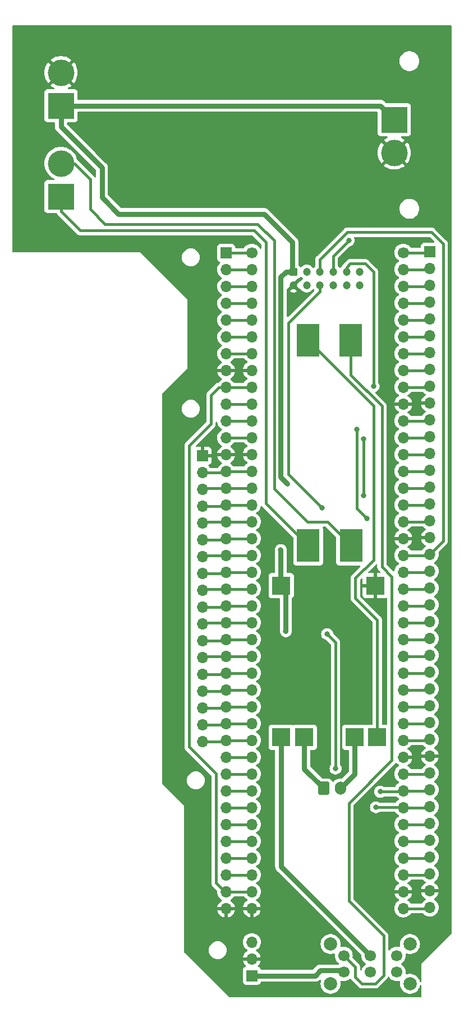
<source format=gbr>
%TF.GenerationSoftware,KiCad,Pcbnew,(7.99.0-200-gad838e3d73)*%
%TF.CreationDate,2024-03-07T11:34:08+07:00*%
%TF.ProjectId,WMS_PCB1,574d535f-5043-4423-912e-6b696361645f,rev?*%
%TF.SameCoordinates,Original*%
%TF.FileFunction,Copper,L1,Top*%
%TF.FilePolarity,Positive*%
%FSLAX46Y46*%
G04 Gerber Fmt 4.6, Leading zero omitted, Abs format (unit mm)*
G04 Created by KiCad (PCBNEW (7.99.0-200-gad838e3d73)) date 2024-03-07 11:34:08*
%MOMM*%
%LPD*%
G01*
G04 APERTURE LIST*
G04 Aperture macros list*
%AMRoundRect*
0 Rectangle with rounded corners*
0 $1 Rounding radius*
0 $2 $3 $4 $5 $6 $7 $8 $9 X,Y pos of 4 corners*
0 Add a 4 corners polygon primitive as box body*
4,1,4,$2,$3,$4,$5,$6,$7,$8,$9,$2,$3,0*
0 Add four circle primitives for the rounded corners*
1,1,$1+$1,$2,$3*
1,1,$1+$1,$4,$5*
1,1,$1+$1,$6,$7*
1,1,$1+$1,$8,$9*
0 Add four rect primitives between the rounded corners*
20,1,$1+$1,$2,$3,$4,$5,0*
20,1,$1+$1,$4,$5,$6,$7,0*
20,1,$1+$1,$6,$7,$8,$9,0*
20,1,$1+$1,$8,$9,$2,$3,0*%
G04 Aperture macros list end*
%TA.AperFunction,ComponentPad*%
%ADD10R,1.700000X1.700000*%
%TD*%
%TA.AperFunction,ComponentPad*%
%ADD11O,1.700000X1.700000*%
%TD*%
%TA.AperFunction,ComponentPad*%
%ADD12C,2.000000*%
%TD*%
%TA.AperFunction,ComponentPad*%
%ADD13C,1.700000*%
%TD*%
%TA.AperFunction,ComponentPad*%
%ADD14R,4.000000X4.000000*%
%TD*%
%TA.AperFunction,ComponentPad*%
%ADD15C,4.000000*%
%TD*%
%TA.AperFunction,ComponentPad*%
%ADD16RoundRect,0.250000X-0.600000X-0.750000X0.600000X-0.750000X0.600000X0.750000X-0.600000X0.750000X0*%
%TD*%
%TA.AperFunction,ComponentPad*%
%ADD17O,1.700000X2.000000*%
%TD*%
%TA.AperFunction,ComponentPad*%
%ADD18RoundRect,0.250000X-0.350000X-0.350000X0.350000X-0.350000X0.350000X0.350000X-0.350000X0.350000X0*%
%TD*%
%TA.AperFunction,ComponentPad*%
%ADD19C,1.200000*%
%TD*%
%TA.AperFunction,ComponentPad*%
%ADD20R,3.500000X5.000000*%
%TD*%
%TA.AperFunction,ComponentPad*%
%ADD21R,2.800000X2.800000*%
%TD*%
%TA.AperFunction,ViaPad*%
%ADD22C,0.800000*%
%TD*%
%TA.AperFunction,Conductor*%
%ADD23C,0.800000*%
%TD*%
%TA.AperFunction,Conductor*%
%ADD24C,0.400000*%
%TD*%
G04 APERTURE END LIST*
D10*
%TO.P,J2,1,Pin_1*%
%TO.N,B.TX*%
X47749999Y-65589999D03*
D11*
%TO.P,J2,2,Pin_2*%
%TO.N,B.RTS*%
X47749999Y-68129999D03*
%TO.P,J2,3,Pin_3*%
%TO.N,B.CTS*%
X47749999Y-70669999D03*
%TO.P,J2,4,Pin_4*%
%TO.N,B.RX*%
X47749999Y-73209999D03*
%TO.P,J2,5,Pin_5*%
%TO.N,P6_6*%
X47749999Y-75749999D03*
%TO.P,J2,6,Pin_6*%
%TO.N,P6_7*%
X47749999Y-78289999D03*
%TO.P,J2,7,Pin_7*%
%TO.N,XRES*%
X47749999Y-80829999D03*
%TO.P,J2,8,Pin_8*%
%TO.N,GND*%
X47749999Y-83369999D03*
%TO.P,J2,9,Pin_9*%
%TO.N,VTARG*%
X47749999Y-85909999D03*
%TO.P,J2,10,Pin_10*%
%TO.N,P0_4*%
X47749999Y-88449999D03*
%TO.P,J2,11,Pin_11*%
%TO.N,P13_6*%
X47749999Y-90989999D03*
%TO.P,J2,12,Pin_12*%
%TO.N,P13_7*%
X47749999Y-93529999D03*
%TO.P,J2,13,Pin_13*%
%TO.N,GND*%
X47749999Y-96069999D03*
%TO.P,J2,14,Pin_14*%
%TO.N,P13_5*%
X47749999Y-98609999D03*
%TO.P,J2,15,Pin_15*%
%TO.N,P13_4*%
X47749999Y-101149999D03*
%TO.P,J2,16,Pin_16*%
%TO.N,P13_0*%
X47749999Y-103689999D03*
%TO.P,J2,17,Pin_17*%
%TO.N,P13_3*%
X47749999Y-106229999D03*
%TO.P,J2,18,Pin_18*%
%TO.N,P13_2*%
X47749999Y-108769999D03*
%TO.P,J2,19,Pin_19*%
%TO.N,P13_1*%
X47749999Y-111309999D03*
%TO.P,J2,20,Pin_20*%
%TO.N,VDDIO_0*%
X47749999Y-113849999D03*
%TO.P,J2,21,Pin_21*%
%TO.N,P12_4*%
X47749999Y-116389999D03*
%TO.P,J2,22,Pin_22*%
%TO.N,P12_1*%
X47749999Y-118929999D03*
%TO.P,J2,23,Pin_23*%
%TO.N,P12_0*%
X47749999Y-121469999D03*
%TO.P,J2,24,Pin_24*%
%TO.N,P12_5*%
X47749999Y-124009999D03*
%TO.P,J2,25,Pin_25*%
%TO.N,P11_6*%
X47749999Y-126549999D03*
%TO.P,J2,26,Pin_26*%
%TO.N,P11_5*%
X47749999Y-129089999D03*
%TO.P,J2,27,Pin_27*%
%TO.N,P11_7*%
X47749999Y-131629999D03*
%TO.P,J2,28,Pin_28*%
%TO.N,P11_2*%
X47749999Y-134169999D03*
%TO.P,J2,29,Pin_29*%
%TO.N,P11_3*%
X47749999Y-136709999D03*
%TO.P,J2,30,Pin_30*%
%TO.N,P11_4*%
X47749999Y-139249999D03*
%TO.P,J2,31,Pin_31*%
%TO.N,P12_3*%
X47749999Y-141789999D03*
%TO.P,J2,32,Pin_32*%
%TO.N,P0_5*%
X47749999Y-144329999D03*
%TO.P,J2,33,Pin_33*%
%TO.N,P10_5*%
X47749999Y-146869999D03*
%TO.P,J2,34,Pin_34*%
%TO.N,P10_1*%
X47749999Y-149409999D03*
%TO.P,J2,35,Pin_35*%
%TO.N,P10_2*%
X47749999Y-151949999D03*
%TO.P,J2,36,Pin_36*%
%TO.N,P10_4*%
X47749999Y-154489999D03*
%TO.P,J2,37,Pin_37*%
%TO.N,P10_3*%
X47749999Y-157029999D03*
%TO.P,J2,38,Pin_38*%
%TO.N,P10_0*%
X47749999Y-159569999D03*
%TO.P,J2,39,Pin_39*%
%TO.N,VTARG*%
X47749999Y-162109999D03*
%TO.P,J2,40,Pin_40*%
%TO.N,GND*%
X47749999Y-164649999D03*
%TD*%
D12*
%TO.P,SW2,*%
%TO.N,*%
X63500000Y-170000000D03*
X63500000Y-176000000D03*
X75500000Y-170000000D03*
X75500000Y-176000000D03*
D13*
%TO.P,SW2,1,A*%
%TO.N,/PCB1 : Subsistem Data Processing\u002C Gateway\u002C Power/BAT_SW_OUT*%
X65500000Y-171750000D03*
%TO.P,SW2,2,B*%
%TO.N,/PCB1 : Subsistem Data Processing\u002C Gateway\u002C Power/BAT_SW_IN*%
X69500000Y-171750000D03*
%TO.P,SW2,3,C*%
%TO.N,unconnected-(SW2-C-Pad3)*%
X73500000Y-171750000D03*
%TO.P,SW2,4,A*%
%TO.N,/PCB1 : Subsistem Data Processing\u002C Gateway\u002C Power/POWER_BUTTON_OUT*%
X65500000Y-174250000D03*
%TO.P,SW2,5,B*%
%TO.N,+5V*%
X69500000Y-174250000D03*
%TO.P,SW2,6,C*%
%TO.N,unconnected-(SW2-C-Pad6)*%
X73500000Y-174250000D03*
%TD*%
D14*
%TO.P,U1,1,OUT+*%
%TO.N,+5V*%
X73119499Y-45499999D03*
D15*
%TO.P,U1,2,OUT-*%
%TO.N,GND*%
X73119500Y-50500000D03*
%TO.P,U1,3,BAT+*%
%TO.N,/PCB1 : Subsistem Data Processing\u002C Gateway\u002C Power/Subsistem Power/MT3068_VOUT+*%
X22827500Y-52104000D03*
D14*
%TO.P,U1,4,BAT-*%
%TO.N,/PCB1 : Subsistem Data Processing\u002C Gateway\u002C Power/Subsistem Power/MT3068_VOUT-*%
X22827499Y-57103999D03*
%TO.P,U1,5,DC+*%
%TO.N,+5V*%
X22827499Y-43387999D03*
D15*
%TO.P,U1,6,DC-*%
%TO.N,GND*%
X22827500Y-38388000D03*
%TD*%
D16*
%TO.P,BT1,1,+*%
%TO.N,/PCB1 : Subsistem Data Processing\u002C Gateway\u002C Power/Subsistem Power/BAT+*%
X62500000Y-146500000D03*
D17*
%TO.P,BT1,2,-*%
%TO.N,/PCB1 : Subsistem Data Processing\u002C Gateway\u002C Power/Subsistem Power/BAT-*%
X64999999Y-146499999D03*
%TD*%
D10*
%TO.P,J1,1,Pin_1*%
%TO.N,P5_0*%
X78499999Y-65419999D03*
D11*
%TO.P,J1,2,Pin_2*%
%TO.N,P5_1*%
X78499999Y-67959999D03*
%TO.P,J1,3,Pin_3*%
%TO.N,P5_2*%
X78499999Y-70499999D03*
%TO.P,J1,4,Pin_4*%
%TO.N,P5_3*%
X78499999Y-73039999D03*
%TO.P,J1,5,Pin_5*%
%TO.N,P5_4*%
X78499999Y-75579999D03*
%TO.P,J1,6,Pin_6*%
%TO.N,P5_5*%
X78499999Y-78119999D03*
%TO.P,J1,7,Pin_7*%
%TO.N,P5_6*%
X78499999Y-80659999D03*
%TO.P,J1,8,Pin_8*%
%TO.N,P5_7*%
X78499999Y-83199999D03*
%TO.P,J1,9,Pin_9*%
%TO.N,VTARG*%
X78499999Y-85739999D03*
%TO.P,J1,10,Pin_10*%
%TO.N,GND*%
X78499999Y-88279999D03*
%TO.P,J1,11,Pin_11*%
%TO.N,VDD_USB*%
X78499999Y-90819999D03*
%TO.P,J1,12,Pin_12*%
%TO.N,P6_0*%
X78499999Y-93359999D03*
%TO.P,J1,13,Pin_13*%
%TO.N,P6_1*%
X78499999Y-95899999D03*
%TO.P,J1,14,Pin_14*%
%TO.N,P6_2*%
X78499999Y-98439999D03*
%TO.P,J1,15,Pin_15*%
%TO.N,P6_4*%
X78499999Y-100979999D03*
%TO.P,J1,16,Pin_16*%
%TO.N,P6_5*%
X78499999Y-103519999D03*
%TO.P,J1,17,Pin_17*%
%TO.N,P6_VDD*%
X78499999Y-106059999D03*
%TO.P,J1,18,Pin_18*%
%TO.N,GND*%
X78499999Y-108599999D03*
%TO.P,J1,19,Pin_19*%
%TO.N,P9_0*%
X78499999Y-111139999D03*
%TO.P,J1,20,Pin_20*%
%TO.N,P9_5*%
X78499999Y-113679999D03*
%TO.P,J1,21,Pin_21*%
%TO.N,P9_3*%
X78499999Y-116219999D03*
%TO.P,J1,22,Pin_22*%
%TO.N,P8_5*%
X78499999Y-118759999D03*
%TO.P,J1,23,Pin_23*%
%TO.N,P8_2*%
X78499999Y-121299999D03*
%TO.P,J1,24,Pin_24*%
%TO.N,P1_0*%
X78499999Y-123839999D03*
%TO.P,J1,25,Pin_25*%
%TO.N,P6_3*%
X78499999Y-126379999D03*
%TO.P,J1,26,Pin_26*%
%TO.N,P8_1*%
X78499999Y-128919999D03*
%TO.P,J1,27,Pin_27*%
%TO.N,P8_6*%
X78499999Y-131459999D03*
%TO.P,J1,28,Pin_28*%
%TO.N,P8_4*%
X78499999Y-133999999D03*
%TO.P,J1,29,Pin_29*%
%TO.N,P8_3*%
X78499999Y-136539999D03*
%TO.P,J1,30,Pin_30*%
%TO.N,P8_7*%
X78499999Y-139079999D03*
%TO.P,J1,31,Pin_31*%
%TO.N,GND*%
X78499999Y-141619999D03*
%TO.P,J1,32,Pin_32*%
%TO.N,P8_0*%
X78499999Y-144159999D03*
%TO.P,J1,33,Pin_33*%
%TO.N,P9_2*%
X78499999Y-146699999D03*
%TO.P,J1,34,Pin_34*%
%TO.N,P9_1*%
X78499999Y-149239999D03*
%TO.P,J1,35,Pin_35*%
%TO.N,P9_4*%
X78499999Y-151779999D03*
%TO.P,J1,36,Pin_36*%
%TO.N,P9_7*%
X78499999Y-154319999D03*
%TO.P,J1,37,Pin_37*%
%TO.N,P9_6*%
X78499999Y-156859999D03*
%TO.P,J1,38,Pin_38*%
%TO.N,VBACKUP*%
X78499999Y-159399999D03*
%TO.P,J1,39,Pin_39*%
%TO.N,GND*%
X78499999Y-161939999D03*
%TO.P,J1,40,Pin_40*%
%TO.N,VREF*%
X78499999Y-164479999D03*
%TD*%
D10*
%TO.P,U5,1,GND*%
%TO.N,GND*%
X44195999Y-96265999D03*
D11*
%TO.P,U5,2,13_5*%
%TO.N,P13_5*%
X44195999Y-98805999D03*
%TO.P,U5,3,13_4*%
%TO.N,P13_4*%
X44195999Y-101345999D03*
%TO.P,U5,4,13_0*%
%TO.N,P13_0*%
X44195999Y-103885999D03*
%TO.P,U5,5,13_3*%
%TO.N,P13_3*%
X44195999Y-106425999D03*
%TO.P,U5,6,13_2*%
%TO.N,P13_2*%
X44195999Y-108965999D03*
%TO.P,U5,7,13_1*%
%TO.N,P13_1*%
X44195999Y-111505999D03*
%TO.P,U5,8,VDDIO_0*%
%TO.N,VDDIO_0*%
X44195999Y-114045999D03*
%TO.P,U5,9,12_4*%
%TO.N,P12_4*%
X44195999Y-116585999D03*
%TO.P,U5,10,12_1*%
%TO.N,P12_1*%
X44195999Y-119125999D03*
%TO.P,U5,11,12_0*%
%TO.N,P12_0*%
X44195999Y-121665999D03*
%TO.P,U5,12,12_5*%
%TO.N,P12_5*%
X44195999Y-124205999D03*
%TO.P,U5,13,11_6*%
%TO.N,P11_6*%
X44195999Y-126745999D03*
%TO.P,U5,14,11_5*%
%TO.N,P11_5*%
X44195999Y-129285999D03*
%TO.P,U5,15,11_7*%
%TO.N,P11_7*%
X44195999Y-131825999D03*
%TO.P,U5,16,11_2*%
%TO.N,P11_2*%
X44195999Y-134365999D03*
%TO.P,U5,17,11_3*%
%TO.N,P11_3*%
X44195999Y-136905999D03*
%TO.P,U5,18,11_4*%
%TO.N,P11_4*%
X44195999Y-139445999D03*
%TD*%
D13*
%TO.P,U6,1,P5_0*%
%TO.N,P5_0*%
X74484000Y-65569000D03*
D11*
%TO.P,U6,2,P5_1*%
%TO.N,P5_1*%
X74483999Y-68108999D03*
%TO.P,U6,3,P5_2*%
%TO.N,P5_2*%
X74483999Y-70648999D03*
%TO.P,U6,4,P5_3*%
%TO.N,P5_3*%
X74483999Y-73188999D03*
%TO.P,U6,5,P5_4*%
%TO.N,P5_4*%
X74483999Y-75728999D03*
%TO.P,U6,6,P5_5*%
%TO.N,P5_5*%
X74483999Y-78268999D03*
%TO.P,U6,7,P5_6*%
%TO.N,P5_6*%
X74483999Y-80808999D03*
%TO.P,U6,8,P5_7*%
%TO.N,P5_7*%
X74483999Y-83348999D03*
%TO.P,U6,9,VTARG*%
%TO.N,VTARG*%
X74483999Y-85888999D03*
%TO.P,U6,10,GND*%
%TO.N,GND*%
X74483999Y-88428999D03*
%TO.P,U6,11,VDD_USB*%
%TO.N,VDD_USB*%
X74483999Y-90968999D03*
%TO.P,U6,12,P6_0*%
%TO.N,P6_0*%
X74483999Y-93508999D03*
%TO.P,U6,13,P6_1*%
%TO.N,P6_1*%
X74483999Y-96048999D03*
%TO.P,U6,14,P6_2*%
%TO.N,P6_2*%
X74483999Y-98588999D03*
%TO.P,U6,15,P6_4*%
%TO.N,P6_4*%
X74483999Y-101128999D03*
%TO.P,U6,16,P6_5*%
%TO.N,P6_5*%
X74483999Y-103668999D03*
%TO.P,U6,17,P6_VDD*%
%TO.N,P6_VDD*%
X74483999Y-106208999D03*
%TO.P,U6,18,GND*%
%TO.N,GND*%
X74483999Y-108748999D03*
%TO.P,U6,19,P9_0*%
%TO.N,P9_0*%
X74483999Y-111288999D03*
%TO.P,U6,20,P9_5*%
%TO.N,P9_5*%
X74483999Y-113828999D03*
%TO.P,U6,21,P9_3*%
%TO.N,P9_3*%
X74483999Y-116368999D03*
%TO.P,U6,22,P8_5*%
%TO.N,P8_5*%
X74483999Y-118908999D03*
%TO.P,U6,23,P8_2*%
%TO.N,P8_2*%
X74483999Y-121448999D03*
%TO.P,U6,24,P1_0*%
%TO.N,P1_0*%
X74483999Y-123988999D03*
%TO.P,U6,25,P6_3*%
%TO.N,P6_3*%
X74483999Y-126528999D03*
%TO.P,U6,26,P8_1*%
%TO.N,P8_1*%
X74483999Y-129068999D03*
%TO.P,U6,27,P8_6*%
%TO.N,P8_6*%
X74483999Y-131608999D03*
%TO.P,U6,28,P8_4*%
%TO.N,P8_4*%
X74483999Y-134148999D03*
%TO.P,U6,29,P8_3*%
%TO.N,P8_3*%
X74483999Y-136688999D03*
%TO.P,U6,30,P8_7*%
%TO.N,P8_7*%
X74483999Y-139228999D03*
%TO.P,U6,31,GND*%
%TO.N,GND*%
X74483999Y-141768999D03*
%TO.P,U6,32,P8_0*%
%TO.N,P8_0*%
X74483999Y-144308999D03*
%TO.P,U6,33,P9_2*%
%TO.N,P9_2*%
X74483999Y-146848999D03*
%TO.P,U6,34,P9_1*%
%TO.N,P9_1*%
X74483999Y-149388999D03*
%TO.P,U6,35,P9_4*%
%TO.N,P9_4*%
X74483999Y-151928999D03*
%TO.P,U6,36,P9_7*%
%TO.N,P9_7*%
X74483999Y-154468999D03*
%TO.P,U6,37,P9_6*%
%TO.N,P9_6*%
X74483999Y-157008999D03*
%TO.P,U6,38,VBACKUP*%
%TO.N,VBACKUP*%
X74483999Y-159548999D03*
%TO.P,U6,39,GND*%
%TO.N,GND*%
X74483999Y-162088999D03*
%TO.P,U6,40,VREF*%
%TO.N,VREF*%
X74483999Y-164628999D03*
%TO.P,U6,41,GND*%
%TO.N,GND*%
X51623999Y-164628999D03*
%TO.P,U6,42,VTARG*%
%TO.N,VTARG*%
X51623999Y-162088999D03*
%TO.P,U6,43,P10_0*%
%TO.N,P10_0*%
X51623999Y-159548999D03*
%TO.P,U6,44,P10_3*%
%TO.N,P10_3*%
X51623999Y-157008999D03*
%TO.P,U6,45,P10_4*%
%TO.N,P10_4*%
X51623999Y-154468999D03*
%TO.P,U6,46,P10_2*%
%TO.N,P10_2*%
X51623999Y-151928999D03*
%TO.P,U6,47,P10_1*%
%TO.N,P10_1*%
X51623999Y-149388999D03*
%TO.P,U6,48,P10_5*%
%TO.N,P10_5*%
X51623999Y-146848999D03*
%TO.P,U6,49,P0_5*%
%TO.N,P0_5*%
X51623999Y-144308999D03*
%TO.P,U6,50,P12_3*%
%TO.N,P12_3*%
X51623999Y-141768999D03*
%TO.P,U6,51,P11_4*%
%TO.N,P11_4*%
X51623999Y-139228999D03*
%TO.P,U6,52,P11_3*%
%TO.N,P11_3*%
X51623999Y-136688999D03*
%TO.P,U6,53,P11_2*%
%TO.N,P11_2*%
X51623999Y-134148999D03*
%TO.P,U6,54,P11_7*%
%TO.N,P11_7*%
X51623999Y-131608999D03*
%TO.P,U6,55,P11_5*%
%TO.N,P11_5*%
X51623999Y-129068999D03*
%TO.P,U6,56,P11_6*%
%TO.N,P11_6*%
X51623999Y-126528999D03*
%TO.P,U6,57,P12_5*%
%TO.N,P12_5*%
X51623999Y-123988999D03*
%TO.P,U6,58,P12_0*%
%TO.N,P12_0*%
X51623999Y-121448999D03*
%TO.P,U6,59,P12_1*%
%TO.N,P12_1*%
X51623999Y-118908999D03*
%TO.P,U6,60,P12_4*%
%TO.N,P12_4*%
X51623999Y-116368999D03*
%TO.P,U6,61,VDDIO_0*%
%TO.N,VDDIO_0*%
X51623999Y-113828999D03*
%TO.P,U6,62,P13_1*%
%TO.N,P13_1*%
X51623999Y-111288999D03*
%TO.P,U6,63,P13_2*%
%TO.N,P13_2*%
X51623999Y-108748999D03*
%TO.P,U6,64,P13_3*%
%TO.N,P13_3*%
X51623999Y-106208999D03*
%TO.P,U6,65,P13_0*%
%TO.N,P13_0*%
X51623999Y-103668999D03*
%TO.P,U6,66,P13_4*%
%TO.N,P13_4*%
X51623999Y-101128999D03*
%TO.P,U6,67,P13_5*%
%TO.N,P13_5*%
X51623999Y-98588999D03*
%TO.P,U6,68,GND*%
%TO.N,GND*%
X51623999Y-96048999D03*
%TO.P,U6,69,P13_7*%
%TO.N,P13_7*%
X51623999Y-93508999D03*
%TO.P,U6,70,P13_6*%
%TO.N,P13_6*%
X51623999Y-90968999D03*
%TO.P,U6,71,P0_4*%
%TO.N,P0_4*%
X51623999Y-88428999D03*
%TO.P,U6,72,VTARG*%
%TO.N,VTARG*%
X51623999Y-85888999D03*
%TO.P,U6,73,GND*%
%TO.N,GND*%
X51623999Y-83348999D03*
%TO.P,U6,74,XRES*%
%TO.N,XRES*%
X51623999Y-80808999D03*
%TO.P,U6,75,P6_7*%
%TO.N,P6_7*%
X51623999Y-78268999D03*
%TO.P,U6,76,P6_6*%
%TO.N,P6_6*%
X51623999Y-75728999D03*
%TO.P,U6,77,B.RX*%
%TO.N,B.RX*%
X51623999Y-73188999D03*
%TO.P,U6,78,B.CTS*%
%TO.N,B.CTS*%
X51623999Y-70648999D03*
%TO.P,U6,79,B.RTS*%
%TO.N,B.RTS*%
X51623999Y-68108999D03*
D13*
%TO.P,U6,80,B.TX*%
%TO.N,B.TX*%
X51624000Y-65569000D03*
D11*
%TO.P,U6,81,3V3*%
%TO.N,+3V3*%
X51623999Y-169708999D03*
%TO.P,U6,82,GND*%
%TO.N,GND*%
X51623999Y-172248999D03*
D10*
%TO.P,U6,83,5V*%
%TO.N,/PCB1 : Subsistem Data Processing\u002C Gateway\u002C Power/POWER_BUTTON_OUT*%
X51623999Y-174788999D03*
%TD*%
D18*
%TO.P,J4,1,Pin_1*%
%TO.N,+5V*%
X57913000Y-68485000D03*
D19*
%TO.P,J4,2,Pin_2*%
%TO.N,GND*%
X57913000Y-70485000D03*
%TO.P,J4,3,Pin_3*%
%TO.N,P12_1*%
X59913000Y-68485000D03*
%TO.P,J4,4,Pin_4*%
%TO.N,P12_0*%
X59913000Y-70485000D03*
%TO.P,J4,5,Pin_5*%
%TO.N,P9_0*%
X61913000Y-68485000D03*
%TO.P,J4,6,Pin_6*%
%TO.N,P9_1*%
X61913000Y-70485000D03*
%TO.P,J4,7,Pin_7*%
%TO.N,P6_0*%
X63913000Y-68485000D03*
%TO.P,J4,8,Pin_8*%
%TO.N,P6_1*%
X63913000Y-70485000D03*
%TO.P,J4,9,Pin_9*%
%TO.N,P9_2*%
X65913000Y-68485000D03*
%TO.P,J4,10,Pin_10*%
%TO.N,P9_4*%
X65913000Y-70485000D03*
%TO.P,J4,11,Pin_11*%
%TO.N,P12_3*%
X67913000Y-68485000D03*
%TO.P,J4,12,Pin_12*%
%TO.N,unconnected-(J4-Pin_12-Pad12)*%
X67913000Y-70485000D03*
%TD*%
D20*
%TO.P,U2,1,VIN+*%
%TO.N,/PCB1 : Subsistem Data Processing\u002C Gateway\u002C Power/BAT_SW_OUT*%
X66572999Y-78836999D03*
%TO.P,U2,2,VIN-*%
%TO.N,/PCB1 : Subsistem Data Processing\u002C Gateway\u002C Power/Subsistem Power/MT3068_VIN-*%
X60122999Y-78836999D03*
%TO.P,U2,3,VOUT-*%
%TO.N,/PCB1 : Subsistem Data Processing\u002C Gateway\u002C Power/Subsistem Power/MT3068_VOUT-*%
X60122999Y-109836999D03*
%TO.P,U2,4,VOUT+*%
%TO.N,/PCB1 : Subsistem Data Processing\u002C Gateway\u002C Power/Subsistem Power/MT3068_VOUT+*%
X66622999Y-109836999D03*
%TD*%
D21*
%TO.P,U3,1,5V*%
%TO.N,+5V*%
X56055999Y-115872999D03*
%TO.P,U3,2,GND*%
%TO.N,GND*%
X70255999Y-115872999D03*
%TO.P,U3,3,OUT+*%
%TO.N,/PCB1 : Subsistem Data Processing\u002C Gateway\u002C Power/BAT_SW_IN*%
X56055999Y-138772999D03*
%TO.P,U3,4,OUT-*%
%TO.N,/PCB1 : Subsistem Data Processing\u002C Gateway\u002C Power/Subsistem Power/MT3068_VIN-*%
X70555999Y-138772999D03*
%TO.P,U3,5,B+*%
%TO.N,/PCB1 : Subsistem Data Processing\u002C Gateway\u002C Power/Subsistem Power/BAT+*%
X59555999Y-138772999D03*
%TO.P,U3,6,B-*%
%TO.N,/PCB1 : Subsistem Data Processing\u002C Gateway\u002C Power/Subsistem Power/BAT-*%
X67155999Y-138772999D03*
%TD*%
D22*
%TO.N,+5V*%
X56000000Y-110500000D03*
X56750000Y-122750000D03*
X57000000Y-100500000D03*
%TO.N,P6_0*%
X66250000Y-63750000D03*
%TO.N,P9_2*%
X68500000Y-93750000D03*
X71000000Y-147000000D03*
X70000000Y-85750000D03*
X68500000Y-102250000D03*
%TO.N,P9_4*%
X67500000Y-92250000D03*
X69000000Y-105750000D03*
%TO.N,P9_1*%
X62992000Y-123190000D03*
X70358000Y-149352000D03*
X64262000Y-143510000D03*
X62230000Y-104140000D03*
%TD*%
D23*
%TO.N,+5V*%
X56765000Y-68485000D02*
X56000000Y-69250000D01*
X57000000Y-100500000D02*
X56750000Y-100250000D01*
X73119500Y-45500000D02*
X71007500Y-43388000D01*
X57750000Y-68322000D02*
X57913000Y-68485000D01*
X57750000Y-64000000D02*
X57750000Y-68322000D01*
X57000000Y-100500000D02*
X57000000Y-100500000D01*
X56000000Y-69250000D02*
X56000000Y-99500000D01*
X29000000Y-52750000D02*
X29000000Y-57250000D01*
X56750000Y-122750000D02*
X56750000Y-116567000D01*
X53500000Y-59750000D02*
X57750000Y-64000000D01*
X56000000Y-110500000D02*
X56000000Y-115817000D01*
X56750000Y-116567000D02*
X56056000Y-115873000D01*
X22827500Y-43388000D02*
X22827500Y-46577500D01*
X31500000Y-59750000D02*
X53500000Y-59750000D01*
X71007500Y-43388000D02*
X22827500Y-43388000D01*
X56000000Y-99500000D02*
X57000000Y-100500000D01*
X22827500Y-46577500D02*
X29000000Y-52750000D01*
X57000000Y-100500000D02*
X57000000Y-100500000D01*
X29000000Y-57250000D02*
X31500000Y-59750000D01*
X57913000Y-68485000D02*
X56765000Y-68485000D01*
X56000000Y-115817000D02*
X56056000Y-115873000D01*
D24*
%TO.N,P6_0*%
X66250000Y-63750000D02*
X66000000Y-64000000D01*
X74484000Y-93509000D02*
X78351000Y-93509000D01*
X63913000Y-68485000D02*
X63913000Y-66087000D01*
X63913000Y-66087000D02*
X66250000Y-63750000D01*
X78351000Y-93509000D02*
X78500000Y-93360000D01*
%TO.N,P6_1*%
X78351000Y-96049000D02*
X78500000Y-95900000D01*
X74484000Y-96049000D02*
X78351000Y-96049000D01*
D23*
%TO.N,/PCB1 : Subsistem Data Processing\u002C Gateway\u002C Power/Subsistem Power/BAT+*%
X62500000Y-146500000D02*
X59556000Y-143556000D01*
X59556000Y-143556000D02*
X59556000Y-138773000D01*
%TO.N,/PCB1 : Subsistem Data Processing\u002C Gateway\u002C Power/Subsistem Power/BAT-*%
X67156000Y-144344000D02*
X67156000Y-138773000D01*
X65000000Y-146500000D02*
X67156000Y-144344000D01*
D24*
%TO.N,P12_3*%
X47750000Y-141790000D02*
X51603000Y-141790000D01*
X51603000Y-141790000D02*
X51624000Y-141769000D01*
%TO.N,P9_2*%
X68500000Y-93750000D02*
X68500000Y-102250000D01*
X66500000Y-67250000D02*
X68750000Y-67250000D01*
X70000000Y-68500000D02*
X70000000Y-85750000D01*
X74333000Y-147000000D02*
X74484000Y-146849000D01*
X70000000Y-85750000D02*
X70000000Y-85500000D01*
X68750000Y-67250000D02*
X70000000Y-68500000D01*
X65913000Y-67837000D02*
X66500000Y-67250000D01*
X71000000Y-147000000D02*
X74333000Y-147000000D01*
X78351000Y-146849000D02*
X78500000Y-146700000D01*
X65913000Y-68485000D02*
X65913000Y-67837000D01*
X74484000Y-146849000D02*
X78351000Y-146849000D01*
%TO.N,P9_4*%
X67500000Y-104250000D02*
X69000000Y-105750000D01*
X74484000Y-151929000D02*
X78351000Y-151929000D01*
X67500000Y-92250000D02*
X67500000Y-104250000D01*
X78351000Y-151929000D02*
X78500000Y-151780000D01*
%TO.N,P5_0*%
X74484000Y-65569000D02*
X78351000Y-65569000D01*
X78351000Y-65569000D02*
X78500000Y-65420000D01*
%TO.N,P5_1*%
X78351000Y-68109000D02*
X78500000Y-67960000D01*
X74484000Y-68109000D02*
X78351000Y-68109000D01*
%TO.N,P5_2*%
X74484000Y-70649000D02*
X78351000Y-70649000D01*
X78351000Y-70649000D02*
X78500000Y-70500000D01*
%TO.N,P5_3*%
X78351000Y-73189000D02*
X78500000Y-73040000D01*
X74484000Y-73189000D02*
X78351000Y-73189000D01*
%TO.N,P5_4*%
X78351000Y-75729000D02*
X78500000Y-75580000D01*
X74484000Y-75729000D02*
X78351000Y-75729000D01*
%TO.N,P5_5*%
X78351000Y-78269000D02*
X78500000Y-78120000D01*
X74484000Y-78269000D02*
X78351000Y-78269000D01*
%TO.N,P5_6*%
X78351000Y-80809000D02*
X78500000Y-80660000D01*
X74484000Y-80809000D02*
X78351000Y-80809000D01*
%TO.N,P5_7*%
X74484000Y-83349000D02*
X78351000Y-83349000D01*
X78351000Y-83349000D02*
X78500000Y-83200000D01*
%TO.N,VTARG*%
X46678000Y-85910000D02*
X45466000Y-87122000D01*
X45466000Y-87122000D02*
X45466000Y-91440000D01*
X51603000Y-85910000D02*
X51624000Y-85889000D01*
X42164000Y-140208000D02*
X46228000Y-144272000D01*
X78351000Y-85889000D02*
X78500000Y-85740000D01*
X47750000Y-85910000D02*
X51603000Y-85910000D01*
X47556000Y-162110000D02*
X47750000Y-162110000D01*
X45466000Y-91440000D02*
X42164000Y-94742000D01*
X51624000Y-162089000D02*
X47771000Y-162089000D01*
X46228000Y-160782000D02*
X47556000Y-162110000D01*
X74484000Y-85889000D02*
X78351000Y-85889000D01*
X47771000Y-162089000D02*
X47750000Y-162110000D01*
X47750000Y-85910000D02*
X46678000Y-85910000D01*
X42164000Y-94742000D02*
X42164000Y-140208000D01*
X46228000Y-144272000D02*
X46228000Y-160782000D01*
%TO.N,VDD_USB*%
X78351000Y-90969000D02*
X78500000Y-90820000D01*
X74484000Y-90969000D02*
X78351000Y-90969000D01*
%TO.N,P6_2*%
X78351000Y-98589000D02*
X78500000Y-98440000D01*
X74484000Y-98589000D02*
X78351000Y-98589000D01*
%TO.N,P6_4*%
X74484000Y-101129000D02*
X78351000Y-101129000D01*
X78351000Y-101129000D02*
X78500000Y-100980000D01*
%TO.N,P6_5*%
X74484000Y-103669000D02*
X78351000Y-103669000D01*
X78351000Y-103669000D02*
X78500000Y-103520000D01*
%TO.N,P6_VDD*%
X74484000Y-106209000D02*
X78351000Y-106209000D01*
X78351000Y-106209000D02*
X78500000Y-106060000D01*
%TO.N,P9_0*%
X61913000Y-66587000D02*
X66000000Y-62500000D01*
X61913000Y-68485000D02*
X61913000Y-66587000D01*
X78750000Y-62500000D02*
X80500000Y-64250000D01*
X78351000Y-111289000D02*
X78500000Y-111140000D01*
X80500000Y-109140000D02*
X78500000Y-111140000D01*
X80500000Y-64250000D02*
X80500000Y-109140000D01*
X66000000Y-62500000D02*
X78750000Y-62500000D01*
X74484000Y-111289000D02*
X78351000Y-111289000D01*
%TO.N,P9_5*%
X78351000Y-113829000D02*
X78500000Y-113680000D01*
X74484000Y-113829000D02*
X78351000Y-113829000D01*
%TO.N,P9_3*%
X74484000Y-116369000D02*
X78351000Y-116369000D01*
X78351000Y-116369000D02*
X78500000Y-116220000D01*
%TO.N,P8_5*%
X78351000Y-118909000D02*
X78500000Y-118760000D01*
X74484000Y-118909000D02*
X78351000Y-118909000D01*
%TO.N,P8_2*%
X74484000Y-121449000D02*
X78351000Y-121449000D01*
X78351000Y-121449000D02*
X78500000Y-121300000D01*
%TO.N,P1_0*%
X74484000Y-123989000D02*
X78351000Y-123989000D01*
X78351000Y-123989000D02*
X78500000Y-123840000D01*
%TO.N,P6_3*%
X78351000Y-126529000D02*
X78500000Y-126380000D01*
X74484000Y-126529000D02*
X78351000Y-126529000D01*
%TO.N,P8_1*%
X74484000Y-129069000D02*
X78351000Y-129069000D01*
X78351000Y-129069000D02*
X78500000Y-128920000D01*
%TO.N,P8_6*%
X78351000Y-131609000D02*
X78500000Y-131460000D01*
X74484000Y-131609000D02*
X78351000Y-131609000D01*
%TO.N,P8_4*%
X74484000Y-134149000D02*
X78351000Y-134149000D01*
X78351000Y-134149000D02*
X78500000Y-134000000D01*
%TO.N,P8_3*%
X74484000Y-136689000D02*
X78351000Y-136689000D01*
X78351000Y-136689000D02*
X78500000Y-136540000D01*
%TO.N,P8_7*%
X78351000Y-139229000D02*
X78500000Y-139080000D01*
X74484000Y-139229000D02*
X78351000Y-139229000D01*
%TO.N,P8_0*%
X78351000Y-144309000D02*
X78500000Y-144160000D01*
X74484000Y-144309000D02*
X78351000Y-144309000D01*
%TO.N,P9_1*%
X62992000Y-123190000D02*
X64262000Y-124460000D01*
X74484000Y-149389000D02*
X78351000Y-149389000D01*
X70358000Y-149352000D02*
X74447000Y-149352000D01*
X61913000Y-70485000D02*
X61913000Y-71437000D01*
X64262000Y-124460000D02*
X64262000Y-143510000D01*
X78351000Y-149389000D02*
X78500000Y-149240000D01*
X57150000Y-76200000D02*
X57150000Y-99060000D01*
X57150000Y-99060000D02*
X62230000Y-104140000D01*
X74447000Y-149352000D02*
X74484000Y-149389000D01*
X61913000Y-71437000D02*
X57150000Y-76200000D01*
%TO.N,P9_7*%
X74484000Y-154469000D02*
X78351000Y-154469000D01*
X78351000Y-154469000D02*
X78500000Y-154320000D01*
%TO.N,P9_6*%
X74484000Y-157009000D02*
X78351000Y-157009000D01*
X78351000Y-157009000D02*
X78500000Y-156860000D01*
%TO.N,VBACKUP*%
X78351000Y-159549000D02*
X78500000Y-159400000D01*
X74484000Y-159549000D02*
X78351000Y-159549000D01*
%TO.N,VREF*%
X78351000Y-164629000D02*
X78500000Y-164480000D01*
X74484000Y-164629000D02*
X78351000Y-164629000D01*
%TO.N,B.TX*%
X47750000Y-65590000D02*
X51603000Y-65590000D01*
X51603000Y-65590000D02*
X51624000Y-65569000D01*
%TO.N,B.RTS*%
X47771000Y-68109000D02*
X47750000Y-68130000D01*
X51624000Y-68109000D02*
X47771000Y-68109000D01*
%TO.N,B.CTS*%
X51603000Y-70670000D02*
X51624000Y-70649000D01*
X47750000Y-70670000D02*
X51603000Y-70670000D01*
%TO.N,B.RX*%
X51603000Y-73210000D02*
X51624000Y-73189000D01*
X47750000Y-73210000D02*
X51603000Y-73210000D01*
%TO.N,P6_6*%
X47771000Y-75729000D02*
X47750000Y-75750000D01*
X51624000Y-75729000D02*
X47771000Y-75729000D01*
%TO.N,P6_7*%
X47771000Y-78269000D02*
X47750000Y-78290000D01*
X51624000Y-78269000D02*
X47771000Y-78269000D01*
%TO.N,XRES*%
X51624000Y-80809000D02*
X47771000Y-80809000D01*
X47771000Y-80809000D02*
X47750000Y-80830000D01*
%TO.N,P0_4*%
X51603000Y-88450000D02*
X51624000Y-88429000D01*
X47750000Y-88450000D02*
X51603000Y-88450000D01*
%TO.N,P13_6*%
X47750000Y-90990000D02*
X51603000Y-90990000D01*
X51603000Y-90990000D02*
X51624000Y-90969000D01*
%TO.N,P13_7*%
X51603000Y-93530000D02*
X51624000Y-93509000D01*
X47750000Y-93530000D02*
X51603000Y-93530000D01*
%TO.N,P13_5*%
X47750000Y-98610000D02*
X47771000Y-98589000D01*
X44196000Y-98806000D02*
X47554000Y-98806000D01*
X47554000Y-98806000D02*
X47750000Y-98610000D01*
X47771000Y-98589000D02*
X51624000Y-98589000D01*
%TO.N,P13_4*%
X44392000Y-101150000D02*
X44196000Y-101346000D01*
X51603000Y-101150000D02*
X47750000Y-101150000D01*
X47750000Y-101150000D02*
X44392000Y-101150000D01*
X51624000Y-101129000D02*
X51603000Y-101150000D01*
%TO.N,P13_0*%
X44196000Y-103886000D02*
X47554000Y-103886000D01*
X47750000Y-103690000D02*
X51603000Y-103690000D01*
X47554000Y-103886000D02*
X47750000Y-103690000D01*
X51603000Y-103690000D02*
X51624000Y-103669000D01*
%TO.N,P13_3*%
X47750000Y-106230000D02*
X44392000Y-106230000D01*
X44392000Y-106230000D02*
X44196000Y-106426000D01*
X51624000Y-106209000D02*
X47771000Y-106209000D01*
X47771000Y-106209000D02*
X47750000Y-106230000D01*
%TO.N,P13_2*%
X47771000Y-108749000D02*
X51624000Y-108749000D01*
X47750000Y-108770000D02*
X47771000Y-108749000D01*
X44196000Y-108966000D02*
X47554000Y-108966000D01*
X47554000Y-108966000D02*
X47750000Y-108770000D01*
%TO.N,P13_1*%
X47750000Y-111310000D02*
X44392000Y-111310000D01*
X51624000Y-111289000D02*
X47771000Y-111289000D01*
X44392000Y-111310000D02*
X44196000Y-111506000D01*
X47771000Y-111289000D02*
X47750000Y-111310000D01*
%TO.N,VDDIO_0*%
X47771000Y-113829000D02*
X51624000Y-113829000D01*
X44196000Y-114046000D02*
X47554000Y-114046000D01*
X47554000Y-114046000D02*
X47750000Y-113850000D01*
X47750000Y-113850000D02*
X47771000Y-113829000D01*
%TO.N,P12_4*%
X44392000Y-116390000D02*
X44196000Y-116586000D01*
X51603000Y-116390000D02*
X51624000Y-116369000D01*
X47750000Y-116390000D02*
X44392000Y-116390000D01*
X47750000Y-116390000D02*
X51603000Y-116390000D01*
%TO.N,P12_1*%
X44196000Y-119126000D02*
X47554000Y-119126000D01*
X51603000Y-118930000D02*
X51624000Y-118909000D01*
X47554000Y-119126000D02*
X47750000Y-118930000D01*
X47750000Y-118930000D02*
X51603000Y-118930000D01*
%TO.N,P12_0*%
X51624000Y-121449000D02*
X47771000Y-121449000D01*
X44392000Y-121470000D02*
X44196000Y-121666000D01*
X47771000Y-121449000D02*
X47750000Y-121470000D01*
X47750000Y-121470000D02*
X44392000Y-121470000D01*
%TO.N,P12_5*%
X47771000Y-123989000D02*
X51624000Y-123989000D01*
X47554000Y-124206000D02*
X47750000Y-124010000D01*
X47750000Y-124010000D02*
X47771000Y-123989000D01*
X44196000Y-124206000D02*
X47554000Y-124206000D01*
%TO.N,P11_6*%
X47771000Y-126529000D02*
X47750000Y-126550000D01*
X51624000Y-126529000D02*
X47771000Y-126529000D01*
X44392000Y-126550000D02*
X44196000Y-126746000D01*
X47750000Y-126550000D02*
X44392000Y-126550000D01*
%TO.N,P11_5*%
X47554000Y-129286000D02*
X47750000Y-129090000D01*
X44196000Y-129286000D02*
X47554000Y-129286000D01*
X51603000Y-129090000D02*
X51624000Y-129069000D01*
X47750000Y-129090000D02*
X51603000Y-129090000D01*
%TO.N,P11_7*%
X47750000Y-131630000D02*
X51603000Y-131630000D01*
X47554000Y-131826000D02*
X47750000Y-131630000D01*
X44196000Y-131826000D02*
X47554000Y-131826000D01*
X51603000Y-131630000D02*
X51624000Y-131609000D01*
%TO.N,P11_2*%
X47750000Y-134170000D02*
X51603000Y-134170000D01*
X51603000Y-134170000D02*
X51624000Y-134149000D01*
X47554000Y-134366000D02*
X47750000Y-134170000D01*
X44196000Y-134366000D02*
X47554000Y-134366000D01*
%TO.N,P11_3*%
X47554000Y-136906000D02*
X47750000Y-136710000D01*
X44196000Y-136906000D02*
X47554000Y-136906000D01*
X47750000Y-136710000D02*
X51603000Y-136710000D01*
X51603000Y-136710000D02*
X51624000Y-136689000D01*
%TO.N,P11_4*%
X44196000Y-139446000D02*
X47554000Y-139446000D01*
X47554000Y-139446000D02*
X47750000Y-139250000D01*
X47771000Y-139229000D02*
X47750000Y-139250000D01*
X51624000Y-139229000D02*
X47771000Y-139229000D01*
%TO.N,P0_5*%
X51624000Y-144309000D02*
X47771000Y-144309000D01*
X47771000Y-144309000D02*
X47750000Y-144330000D01*
%TO.N,P10_5*%
X47750000Y-146870000D02*
X51603000Y-146870000D01*
X51603000Y-146870000D02*
X51624000Y-146849000D01*
%TO.N,P10_1*%
X47750000Y-149410000D02*
X51603000Y-149410000D01*
X51603000Y-149410000D02*
X51624000Y-149389000D01*
%TO.N,P10_2*%
X47750000Y-151950000D02*
X51603000Y-151950000D01*
X51603000Y-151950000D02*
X51624000Y-151929000D01*
%TO.N,P10_4*%
X47750000Y-154490000D02*
X51603000Y-154490000D01*
X51603000Y-154490000D02*
X51624000Y-154469000D01*
%TO.N,P10_3*%
X47771000Y-157009000D02*
X47750000Y-157030000D01*
X51624000Y-157009000D02*
X47771000Y-157009000D01*
%TO.N,P10_0*%
X51624000Y-159549000D02*
X47771000Y-159549000D01*
X47771000Y-159549000D02*
X47750000Y-159570000D01*
D23*
%TO.N,/PCB1 : Subsistem Data Processing\u002C Gateway\u002C Power/POWER_BUTTON_OUT*%
X51624000Y-174789000D02*
X61211000Y-174789000D01*
X65250000Y-174000000D02*
X65500000Y-174250000D01*
X62000000Y-174000000D02*
X65250000Y-174000000D01*
X61211000Y-174789000D02*
X62000000Y-174000000D01*
D24*
%TO.N,/PCB1 : Subsistem Data Processing\u002C Gateway\u002C Power/BAT_SW_OUT*%
X71500000Y-168750000D02*
X71500000Y-174750000D01*
X67250000Y-173500000D02*
X65500000Y-171750000D01*
X71250000Y-88750000D02*
X71250000Y-113000000D01*
X71250000Y-113000000D02*
X72750000Y-114500000D01*
X71500000Y-174750000D02*
X70250000Y-176000000D01*
X68250000Y-176000000D02*
X67250000Y-175000000D01*
X67250000Y-175000000D02*
X67250000Y-173500000D01*
X66573000Y-78837000D02*
X66573000Y-84073000D01*
X66573000Y-84073000D02*
X71250000Y-88750000D01*
X70250000Y-176000000D02*
X68250000Y-176000000D01*
X66250000Y-148750000D02*
X72750000Y-142250000D01*
X72750000Y-142250000D02*
X72750000Y-114500000D01*
X66250000Y-163500000D02*
X66250000Y-148750000D01*
X71500000Y-168750000D02*
X66250000Y-163500000D01*
D23*
%TO.N,/PCB1 : Subsistem Data Processing\u002C Gateway\u002C Power/BAT_SW_IN*%
X56056000Y-138773000D02*
X56056000Y-158306000D01*
X56056000Y-158306000D02*
X69500000Y-171750000D01*
D24*
%TO.N,/PCB1 : Subsistem Data Processing\u002C Gateway\u002C Power/Subsistem Power/MT3068_VOUT+*%
X55000000Y-101250000D02*
X60000000Y-106250000D01*
X27250000Y-54500000D02*
X27250000Y-59000000D01*
X29500000Y-61250000D02*
X52500000Y-61250000D01*
X27250000Y-59000000D02*
X29500000Y-61250000D01*
X60000000Y-106250000D02*
X63036000Y-106250000D01*
X22827500Y-52104000D02*
X24854000Y-52104000D01*
X55000000Y-63750000D02*
X55000000Y-101250000D01*
X24854000Y-52104000D02*
X27250000Y-54500000D01*
X52500000Y-61250000D02*
X55000000Y-63750000D01*
X63036000Y-106250000D02*
X66623000Y-109837000D01*
%TO.N,/PCB1 : Subsistem Data Processing\u002C Gateway\u002C Power/Subsistem Power/MT3068_VOUT-*%
X22827500Y-59327500D02*
X25750000Y-62250000D01*
X52000000Y-62250000D02*
X53750000Y-64000000D01*
X25750000Y-62250000D02*
X52000000Y-62250000D01*
X53750000Y-64000000D02*
X53750000Y-103464000D01*
X22827500Y-57104000D02*
X22827500Y-59327500D01*
X53750000Y-103464000D02*
X60123000Y-109837000D01*
%TO.N,/PCB1 : Subsistem Data Processing\u002C Gateway\u002C Power/Subsistem Power/MT3068_VIN-*%
X70556000Y-138773000D02*
X70556000Y-121056000D01*
X67250000Y-114750000D02*
X70000000Y-112000000D01*
X70000000Y-88714000D02*
X60123000Y-78837000D01*
X70000000Y-112000000D02*
X70000000Y-88714000D01*
X67250000Y-117750000D02*
X67250000Y-114750000D01*
X70556000Y-121056000D02*
X67250000Y-117750000D01*
%TD*%
%TA.AperFunction,Conductor*%
%TO.N,GND*%
G36*
X81725500Y-31259113D02*
G01*
X81770887Y-31304500D01*
X81787500Y-31366500D01*
X81787500Y-168350431D01*
X81778061Y-168397884D01*
X81751181Y-168438112D01*
X77224061Y-172965228D01*
X77224056Y-172965234D01*
X77215715Y-172973576D01*
X77215617Y-172973617D01*
X77215576Y-172973715D01*
X77215576Y-172973716D01*
X77215458Y-172974000D01*
X77215500Y-172974101D01*
X77215500Y-172986051D01*
X77215500Y-175667189D01*
X77201358Y-175724698D01*
X77162156Y-175769089D01*
X77106838Y-175790237D01*
X77048021Y-175783316D01*
X76999122Y-175749907D01*
X76971294Y-175697629D01*
X76955262Y-175634320D01*
X76924063Y-175511119D01*
X76831238Y-175299500D01*
X76826233Y-175288089D01*
X76826232Y-175288087D01*
X76824173Y-175283393D01*
X76781403Y-175217929D01*
X76745123Y-175162397D01*
X76688164Y-175075215D01*
X76638902Y-175021702D01*
X76523215Y-174896032D01*
X76523211Y-174896029D01*
X76519744Y-174892262D01*
X76323509Y-174739526D01*
X76318997Y-174737084D01*
X76109316Y-174623610D01*
X76109310Y-174623607D01*
X76104810Y-174621172D01*
X76099969Y-174619510D01*
X76099962Y-174619507D01*
X75874465Y-174542094D01*
X75874461Y-174542093D01*
X75869614Y-174540429D01*
X75860768Y-174538952D01*
X75629398Y-174500344D01*
X75629387Y-174500343D01*
X75624335Y-174499500D01*
X75375665Y-174499500D01*
X75370613Y-174500343D01*
X75370601Y-174500344D01*
X75135443Y-174539585D01*
X75135441Y-174539585D01*
X75130386Y-174540429D01*
X75125544Y-174542091D01*
X75125541Y-174542092D01*
X75001370Y-174584720D01*
X74940557Y-174589723D01*
X74884721Y-174565116D01*
X74847381Y-174516856D01*
X74837580Y-174456633D01*
X74855659Y-174250000D01*
X74835063Y-174014592D01*
X74773903Y-173786337D01*
X74674035Y-173572171D01*
X74538495Y-173378599D01*
X74371401Y-173211505D01*
X74366968Y-173208401D01*
X74366961Y-173208395D01*
X74214405Y-173101575D01*
X74175539Y-173057257D01*
X74161528Y-173000000D01*
X74175539Y-172942743D01*
X74214405Y-172898425D01*
X74366961Y-172791604D01*
X74366961Y-172791603D01*
X74371401Y-172788495D01*
X74538495Y-172621401D01*
X74674035Y-172427830D01*
X74773903Y-172213663D01*
X74835063Y-171985408D01*
X74855659Y-171750000D01*
X74837580Y-171543366D01*
X74847381Y-171483143D01*
X74884721Y-171434883D01*
X74940558Y-171410276D01*
X75001370Y-171415279D01*
X75130386Y-171459571D01*
X75375665Y-171500500D01*
X75619201Y-171500500D01*
X75624335Y-171500500D01*
X75869614Y-171459571D01*
X76104810Y-171378828D01*
X76323509Y-171260474D01*
X76519744Y-171107738D01*
X76688164Y-170924785D01*
X76824173Y-170716607D01*
X76924063Y-170488881D01*
X76985108Y-170247821D01*
X77005643Y-170000000D01*
X76985108Y-169752179D01*
X76924063Y-169511119D01*
X76824173Y-169283393D01*
X76688164Y-169075215D01*
X76647619Y-169031171D01*
X76523215Y-168896032D01*
X76523211Y-168896029D01*
X76519744Y-168892262D01*
X76323509Y-168739526D01*
X76318997Y-168737084D01*
X76109316Y-168623610D01*
X76109310Y-168623607D01*
X76104810Y-168621172D01*
X76099969Y-168619510D01*
X76099962Y-168619507D01*
X75874465Y-168542094D01*
X75874461Y-168542093D01*
X75869614Y-168540429D01*
X75855453Y-168538066D01*
X75629398Y-168500344D01*
X75629387Y-168500343D01*
X75624335Y-168499500D01*
X75375665Y-168499500D01*
X75370613Y-168500343D01*
X75370601Y-168500344D01*
X75135443Y-168539585D01*
X75135441Y-168539585D01*
X75130386Y-168540429D01*
X75125541Y-168542092D01*
X75125534Y-168542094D01*
X74900037Y-168619507D01*
X74900026Y-168619511D01*
X74895190Y-168621172D01*
X74890693Y-168623605D01*
X74890683Y-168623610D01*
X74681002Y-168737084D01*
X74680995Y-168737088D01*
X74676491Y-168739526D01*
X74672448Y-168742672D01*
X74672440Y-168742678D01*
X74484304Y-168889111D01*
X74480256Y-168892262D01*
X74476793Y-168896023D01*
X74476784Y-168896032D01*
X74315311Y-169071439D01*
X74315305Y-169071446D01*
X74311836Y-169075215D01*
X74309031Y-169079506D01*
X74309028Y-169079512D01*
X74178631Y-169279099D01*
X74178624Y-169279111D01*
X74175827Y-169283393D01*
X74173772Y-169288077D01*
X74173766Y-169288089D01*
X74077997Y-169506422D01*
X74075937Y-169511119D01*
X74074679Y-169516084D01*
X74074678Y-169516089D01*
X74016151Y-169747204D01*
X74016149Y-169747213D01*
X74014892Y-169752179D01*
X74014468Y-169757288D01*
X74014467Y-169757298D01*
X73999410Y-169939017D01*
X73994357Y-170000000D01*
X73994781Y-170005117D01*
X74014467Y-170242701D01*
X74014468Y-170242709D01*
X74014892Y-170247821D01*
X74016150Y-170252791D01*
X74016152Y-170252799D01*
X74028741Y-170302512D01*
X74027972Y-170366281D01*
X73995610Y-170421234D01*
X73940216Y-170452836D01*
X73876442Y-170452726D01*
X73740634Y-170416337D01*
X73740630Y-170416336D01*
X73735408Y-170414937D01*
X73730020Y-170414465D01*
X73730017Y-170414465D01*
X73505395Y-170394813D01*
X73500000Y-170394341D01*
X73494605Y-170394813D01*
X73269982Y-170414465D01*
X73269977Y-170414465D01*
X73264592Y-170414937D01*
X73259371Y-170416335D01*
X73259365Y-170416337D01*
X73041569Y-170474694D01*
X73041557Y-170474698D01*
X73036337Y-170476097D01*
X73031432Y-170478383D01*
X73031427Y-170478386D01*
X72827081Y-170573675D01*
X72827077Y-170573677D01*
X72822171Y-170575965D01*
X72817738Y-170579068D01*
X72817731Y-170579073D01*
X72633034Y-170708399D01*
X72633029Y-170708402D01*
X72628599Y-170711505D01*
X72624775Y-170715328D01*
X72624769Y-170715334D01*
X72465334Y-170874769D01*
X72465328Y-170874775D01*
X72461505Y-170878599D01*
X72458403Y-170883028D01*
X72458403Y-170883029D01*
X72458399Y-170883035D01*
X72429166Y-170924785D01*
X72426075Y-170929199D01*
X72378858Y-170969526D01*
X72318010Y-170981905D01*
X72258790Y-170963233D01*
X72216047Y-170918191D01*
X72200500Y-170858075D01*
X72200500Y-168774910D01*
X72200726Y-168767423D01*
X72203904Y-168714881D01*
X72204357Y-168707394D01*
X72193516Y-168648235D01*
X72192389Y-168640830D01*
X72189800Y-168619507D01*
X72185140Y-168581128D01*
X72182480Y-168574116D01*
X72182480Y-168574113D01*
X72181547Y-168571653D01*
X72175520Y-168550035D01*
X72173694Y-168540068D01*
X72149010Y-168485223D01*
X72146143Y-168478301D01*
X72127477Y-168429082D01*
X72124818Y-168422070D01*
X72119061Y-168413730D01*
X72108036Y-168394181D01*
X72106957Y-168391784D01*
X72106956Y-168391783D01*
X72103878Y-168384943D01*
X72095255Y-168373937D01*
X72066785Y-168337597D01*
X72062355Y-168331577D01*
X72028183Y-168282071D01*
X71983170Y-168242193D01*
X71977716Y-168237059D01*
X68369657Y-164629000D01*
X73128341Y-164629000D01*
X73148937Y-164864408D01*
X73150336Y-164869630D01*
X73150337Y-164869634D01*
X73208694Y-165087430D01*
X73208697Y-165087438D01*
X73210097Y-165092663D01*
X73212385Y-165097570D01*
X73212386Y-165097572D01*
X73307678Y-165301927D01*
X73307681Y-165301933D01*
X73309965Y-165306830D01*
X73313064Y-165311257D01*
X73313066Y-165311259D01*
X73442399Y-165495966D01*
X73442402Y-165495970D01*
X73445505Y-165500401D01*
X73612599Y-165667495D01*
X73617031Y-165670598D01*
X73617033Y-165670600D01*
X73761260Y-165771589D01*
X73806170Y-165803035D01*
X73811070Y-165805320D01*
X73811072Y-165805321D01*
X73831964Y-165815063D01*
X74020337Y-165902903D01*
X74248592Y-165964063D01*
X74484000Y-165984659D01*
X74719408Y-165964063D01*
X74947663Y-165902903D01*
X75161830Y-165803035D01*
X75355401Y-165667495D01*
X75522495Y-165500401D01*
X75605136Y-165382376D01*
X75649454Y-165343511D01*
X75706711Y-165329500D01*
X77388242Y-165329500D01*
X77435695Y-165338939D01*
X77475923Y-165365819D01*
X77628599Y-165518495D01*
X77822170Y-165654035D01*
X77827070Y-165656320D01*
X77827072Y-165656321D01*
X77842817Y-165663663D01*
X78036337Y-165753903D01*
X78264592Y-165815063D01*
X78500000Y-165835659D01*
X78735408Y-165815063D01*
X78963663Y-165753903D01*
X79177830Y-165654035D01*
X79371401Y-165518495D01*
X79538495Y-165351401D01*
X79674035Y-165157830D01*
X79773903Y-164943663D01*
X79835063Y-164715408D01*
X79855659Y-164480000D01*
X79835063Y-164244592D01*
X79773903Y-164016337D01*
X79674035Y-163802171D01*
X79538495Y-163608599D01*
X79371401Y-163441505D01*
X79366970Y-163438402D01*
X79366966Y-163438399D01*
X79185405Y-163311269D01*
X79146540Y-163266951D01*
X79132529Y-163209694D01*
X79146540Y-163152437D01*
X79185406Y-163108119D01*
X79366638Y-162981219D01*
X79374909Y-162974278D01*
X79534278Y-162814909D01*
X79541215Y-162806643D01*
X79670498Y-162622008D01*
X79675886Y-162612676D01*
X79771143Y-162408397D01*
X79774831Y-162398263D01*
X79826943Y-162203780D01*
X79827311Y-162192551D01*
X79816369Y-162190000D01*
X77183631Y-162190000D01*
X77172688Y-162192551D01*
X77173056Y-162203780D01*
X77225168Y-162398263D01*
X77228856Y-162408397D01*
X77324113Y-162612676D01*
X77329501Y-162622008D01*
X77458784Y-162806643D01*
X77465721Y-162814909D01*
X77625090Y-162974278D01*
X77633356Y-162981215D01*
X77814595Y-163108120D01*
X77853460Y-163152438D01*
X77867471Y-163209695D01*
X77853460Y-163266952D01*
X77814594Y-163311270D01*
X77633034Y-163438399D01*
X77633029Y-163438402D01*
X77628599Y-163441505D01*
X77624775Y-163445328D01*
X77624769Y-163445334D01*
X77465334Y-163604769D01*
X77465328Y-163604775D01*
X77461505Y-163608599D01*
X77458402Y-163613029D01*
X77458399Y-163613034D01*
X77329073Y-163797731D01*
X77329068Y-163797738D01*
X77325965Y-163802171D01*
X77300953Y-163855810D01*
X77300442Y-163856905D01*
X77254685Y-163909081D01*
X77188060Y-163928500D01*
X75706711Y-163928500D01*
X75649454Y-163914489D01*
X75605136Y-163875623D01*
X75592943Y-163858210D01*
X75522495Y-163757599D01*
X75355401Y-163590505D01*
X75350970Y-163587402D01*
X75350966Y-163587399D01*
X75169405Y-163460269D01*
X75130540Y-163415951D01*
X75116529Y-163358694D01*
X75130540Y-163301437D01*
X75169406Y-163257119D01*
X75350638Y-163130219D01*
X75358909Y-163123278D01*
X75518278Y-162963909D01*
X75525215Y-162955643D01*
X75654498Y-162771008D01*
X75659886Y-162761676D01*
X75755143Y-162557397D01*
X75758831Y-162547263D01*
X75810943Y-162352780D01*
X75811311Y-162341551D01*
X75800369Y-162339000D01*
X73167631Y-162339000D01*
X73156688Y-162341551D01*
X73157056Y-162352780D01*
X73209168Y-162547263D01*
X73212856Y-162557397D01*
X73308113Y-162761676D01*
X73313501Y-162771008D01*
X73442784Y-162955643D01*
X73449721Y-162963909D01*
X73609090Y-163123278D01*
X73617356Y-163130215D01*
X73798595Y-163257120D01*
X73837460Y-163301438D01*
X73851471Y-163358695D01*
X73837460Y-163415952D01*
X73798594Y-163460270D01*
X73617034Y-163587399D01*
X73617029Y-163587402D01*
X73612599Y-163590505D01*
X73608775Y-163594328D01*
X73608769Y-163594334D01*
X73449334Y-163753769D01*
X73449328Y-163753775D01*
X73445505Y-163757599D01*
X73442402Y-163762029D01*
X73442399Y-163762034D01*
X73313073Y-163946731D01*
X73313068Y-163946738D01*
X73309965Y-163951171D01*
X73307677Y-163956077D01*
X73307675Y-163956081D01*
X73212386Y-164160427D01*
X73212383Y-164160432D01*
X73210097Y-164165337D01*
X73208698Y-164170557D01*
X73208694Y-164170569D01*
X73150337Y-164388365D01*
X73150335Y-164388371D01*
X73148937Y-164393592D01*
X73128341Y-164629000D01*
X68369657Y-164629000D01*
X66986819Y-163246162D01*
X66959939Y-163205934D01*
X66950500Y-163158481D01*
X66950500Y-149091519D01*
X66959939Y-149044066D01*
X66986819Y-149003838D01*
X68484357Y-147506300D01*
X73227731Y-142762924D01*
X73233151Y-142757822D01*
X73278183Y-142717929D01*
X73293941Y-142695098D01*
X73333448Y-142658467D01*
X73384767Y-142642049D01*
X73438204Y-142648947D01*
X73483671Y-142677859D01*
X73609090Y-142803278D01*
X73617356Y-142810215D01*
X73798595Y-142937120D01*
X73837460Y-142981438D01*
X73851471Y-143038695D01*
X73837460Y-143095952D01*
X73798594Y-143140270D01*
X73617034Y-143267399D01*
X73617029Y-143267402D01*
X73612599Y-143270505D01*
X73608775Y-143274328D01*
X73608769Y-143274334D01*
X73449334Y-143433769D01*
X73449328Y-143433775D01*
X73445505Y-143437599D01*
X73442402Y-143442029D01*
X73442399Y-143442034D01*
X73313073Y-143626731D01*
X73313068Y-143626738D01*
X73309965Y-143631171D01*
X73307677Y-143636077D01*
X73307675Y-143636081D01*
X73212386Y-143840427D01*
X73212383Y-143840432D01*
X73210097Y-143845337D01*
X73208698Y-143850557D01*
X73208694Y-143850569D01*
X73150337Y-144068365D01*
X73150335Y-144068371D01*
X73148937Y-144073592D01*
X73148465Y-144078977D01*
X73148465Y-144078982D01*
X73133211Y-144253334D01*
X73128341Y-144309000D01*
X73128813Y-144314395D01*
X73148414Y-144538436D01*
X73148937Y-144544408D01*
X73150336Y-144549630D01*
X73150337Y-144549634D01*
X73208694Y-144767430D01*
X73208697Y-144767438D01*
X73210097Y-144772663D01*
X73212385Y-144777570D01*
X73212386Y-144777572D01*
X73307678Y-144981927D01*
X73307681Y-144981933D01*
X73309965Y-144986830D01*
X73313064Y-144991257D01*
X73313066Y-144991259D01*
X73367485Y-145068977D01*
X73445505Y-145180401D01*
X73612599Y-145347495D01*
X73617032Y-145350599D01*
X73617038Y-145350604D01*
X73798158Y-145477425D01*
X73837024Y-145521743D01*
X73851035Y-145579000D01*
X73837024Y-145636257D01*
X73798159Y-145680575D01*
X73617041Y-145807395D01*
X73612599Y-145810505D01*
X73608775Y-145814328D01*
X73608769Y-145814334D01*
X73449334Y-145973769D01*
X73449328Y-145973775D01*
X73445505Y-145977599D01*
X73442402Y-145982029D01*
X73442399Y-145982034D01*
X73313073Y-146166731D01*
X73313068Y-146166738D01*
X73309965Y-146171171D01*
X73307678Y-146176073D01*
X73307674Y-146176082D01*
X73283509Y-146227905D01*
X73237752Y-146280081D01*
X73171127Y-146299500D01*
X71608155Y-146299500D01*
X71569837Y-146293431D01*
X71535273Y-146275820D01*
X71452730Y-146215849D01*
X71446792Y-146213205D01*
X71285745Y-146141501D01*
X71285740Y-146141499D01*
X71279803Y-146138856D01*
X71273444Y-146137504D01*
X71273440Y-146137503D01*
X71101008Y-146100852D01*
X71101005Y-146100851D01*
X71094646Y-146099500D01*
X70905354Y-146099500D01*
X70898995Y-146100851D01*
X70898991Y-146100852D01*
X70726559Y-146137503D01*
X70726552Y-146137505D01*
X70720197Y-146138856D01*
X70714262Y-146141498D01*
X70714254Y-146141501D01*
X70553207Y-146213205D01*
X70553202Y-146213207D01*
X70547270Y-146215849D01*
X70542016Y-146219665D01*
X70542011Y-146219669D01*
X70399388Y-146323290D01*
X70399381Y-146323295D01*
X70394129Y-146327112D01*
X70389784Y-146331937D01*
X70389779Y-146331942D01*
X70271813Y-146462956D01*
X70271808Y-146462962D01*
X70267467Y-146467784D01*
X70264222Y-146473404D01*
X70264218Y-146473410D01*
X70176069Y-146626089D01*
X70176066Y-146626094D01*
X70172821Y-146631716D01*
X70170815Y-146637888D01*
X70170813Y-146637894D01*
X70116333Y-146805564D01*
X70116331Y-146805573D01*
X70114326Y-146811744D01*
X70113648Y-146818194D01*
X70113646Y-146818204D01*
X70100779Y-146940634D01*
X70094540Y-147000000D01*
X70095219Y-147006460D01*
X70113646Y-147181795D01*
X70113647Y-147181803D01*
X70114326Y-147188256D01*
X70116331Y-147194428D01*
X70116333Y-147194435D01*
X70168461Y-147354865D01*
X70172821Y-147368284D01*
X70176068Y-147373908D01*
X70176069Y-147373910D01*
X70263433Y-147525230D01*
X70267467Y-147532216D01*
X70271811Y-147537041D01*
X70271813Y-147537043D01*
X70294715Y-147562478D01*
X70394129Y-147672888D01*
X70399387Y-147676708D01*
X70399388Y-147676709D01*
X70459525Y-147720401D01*
X70547270Y-147784151D01*
X70720197Y-147861144D01*
X70905354Y-147900500D01*
X71088143Y-147900500D01*
X71094646Y-147900500D01*
X71279803Y-147861144D01*
X71452730Y-147784151D01*
X71535273Y-147724179D01*
X71569837Y-147706569D01*
X71608155Y-147700500D01*
X73374242Y-147700500D01*
X73421695Y-147709939D01*
X73461923Y-147736819D01*
X73612599Y-147887495D01*
X73617032Y-147890599D01*
X73617038Y-147890604D01*
X73798158Y-148017425D01*
X73837024Y-148061743D01*
X73851035Y-148119000D01*
X73837024Y-148176257D01*
X73798159Y-148220575D01*
X73617041Y-148347395D01*
X73612599Y-148350505D01*
X73608775Y-148354328D01*
X73608769Y-148354334D01*
X73449334Y-148513769D01*
X73449328Y-148513775D01*
X73445505Y-148517599D01*
X73442402Y-148522029D01*
X73442399Y-148522034D01*
X73388772Y-148598623D01*
X73344454Y-148637489D01*
X73287197Y-148651500D01*
X70966155Y-148651500D01*
X70927837Y-148645431D01*
X70893273Y-148627820D01*
X70810730Y-148567849D01*
X70804792Y-148565205D01*
X70643745Y-148493501D01*
X70643740Y-148493499D01*
X70637803Y-148490856D01*
X70631444Y-148489504D01*
X70631440Y-148489503D01*
X70459008Y-148452852D01*
X70459005Y-148452851D01*
X70452646Y-148451500D01*
X70263354Y-148451500D01*
X70256995Y-148452851D01*
X70256991Y-148452852D01*
X70084559Y-148489503D01*
X70084552Y-148489505D01*
X70078197Y-148490856D01*
X70072262Y-148493498D01*
X70072254Y-148493501D01*
X69911207Y-148565205D01*
X69911202Y-148565207D01*
X69905270Y-148567849D01*
X69900016Y-148571665D01*
X69900011Y-148571669D01*
X69757388Y-148675290D01*
X69757381Y-148675295D01*
X69752129Y-148679112D01*
X69747784Y-148683937D01*
X69747779Y-148683942D01*
X69629813Y-148814956D01*
X69629808Y-148814962D01*
X69625467Y-148819784D01*
X69622222Y-148825404D01*
X69622218Y-148825410D01*
X69534069Y-148978089D01*
X69534066Y-148978094D01*
X69530821Y-148983716D01*
X69528815Y-148989888D01*
X69528813Y-148989894D01*
X69474333Y-149157564D01*
X69474331Y-149157573D01*
X69472326Y-149163744D01*
X69471648Y-149170194D01*
X69471646Y-149170204D01*
X69464878Y-149234605D01*
X69452540Y-149352000D01*
X69453219Y-149358460D01*
X69471646Y-149533795D01*
X69471647Y-149533803D01*
X69472326Y-149540256D01*
X69474331Y-149546428D01*
X69474333Y-149546435D01*
X69528813Y-149714105D01*
X69530821Y-149720284D01*
X69534068Y-149725908D01*
X69534069Y-149725910D01*
X69604228Y-149847430D01*
X69625467Y-149884216D01*
X69629811Y-149889041D01*
X69629813Y-149889043D01*
X69655733Y-149917830D01*
X69752129Y-150024888D01*
X69905270Y-150136151D01*
X70078197Y-150213144D01*
X70263354Y-150252500D01*
X70446143Y-150252500D01*
X70452646Y-150252500D01*
X70637803Y-150213144D01*
X70810730Y-150136151D01*
X70893273Y-150076179D01*
X70927837Y-150058569D01*
X70966155Y-150052500D01*
X73235380Y-150052500D01*
X73292637Y-150066511D01*
X73336955Y-150105376D01*
X73442399Y-150255966D01*
X73442402Y-150255970D01*
X73445505Y-150260401D01*
X73612599Y-150427495D01*
X73617032Y-150430599D01*
X73617038Y-150430604D01*
X73798158Y-150557425D01*
X73837024Y-150601743D01*
X73851035Y-150659000D01*
X73837024Y-150716257D01*
X73798159Y-150760575D01*
X73617041Y-150887395D01*
X73612599Y-150890505D01*
X73608775Y-150894328D01*
X73608769Y-150894334D01*
X73449334Y-151053769D01*
X73449328Y-151053775D01*
X73445505Y-151057599D01*
X73442402Y-151062029D01*
X73442399Y-151062034D01*
X73313073Y-151246731D01*
X73313068Y-151246738D01*
X73309965Y-151251171D01*
X73307677Y-151256077D01*
X73307675Y-151256081D01*
X73212386Y-151460427D01*
X73212383Y-151460432D01*
X73210097Y-151465337D01*
X73208698Y-151470557D01*
X73208694Y-151470569D01*
X73150337Y-151688365D01*
X73150335Y-151688371D01*
X73148937Y-151693592D01*
X73128341Y-151929000D01*
X73148937Y-152164408D01*
X73150336Y-152169630D01*
X73150337Y-152169634D01*
X73208694Y-152387430D01*
X73208697Y-152387438D01*
X73210097Y-152392663D01*
X73212385Y-152397570D01*
X73212386Y-152397572D01*
X73307678Y-152601927D01*
X73307681Y-152601933D01*
X73309965Y-152606830D01*
X73313064Y-152611257D01*
X73313066Y-152611259D01*
X73442399Y-152795966D01*
X73442402Y-152795970D01*
X73445505Y-152800401D01*
X73612599Y-152967495D01*
X73617032Y-152970599D01*
X73617038Y-152970604D01*
X73798158Y-153097425D01*
X73837024Y-153141743D01*
X73851035Y-153199000D01*
X73837024Y-153256257D01*
X73798160Y-153300574D01*
X73612599Y-153430505D01*
X73608775Y-153434328D01*
X73608769Y-153434334D01*
X73449334Y-153593769D01*
X73449328Y-153593775D01*
X73445505Y-153597599D01*
X73442402Y-153602029D01*
X73442399Y-153602034D01*
X73313073Y-153786731D01*
X73313068Y-153786738D01*
X73309965Y-153791171D01*
X73307677Y-153796077D01*
X73307675Y-153796081D01*
X73212386Y-154000427D01*
X73212383Y-154000432D01*
X73210097Y-154005337D01*
X73208698Y-154010557D01*
X73208694Y-154010569D01*
X73150337Y-154228365D01*
X73150335Y-154228371D01*
X73148937Y-154233592D01*
X73128341Y-154469000D01*
X73148937Y-154704408D01*
X73150336Y-154709630D01*
X73150337Y-154709634D01*
X73208694Y-154927430D01*
X73208697Y-154927438D01*
X73210097Y-154932663D01*
X73212385Y-154937570D01*
X73212386Y-154937572D01*
X73307678Y-155141927D01*
X73307681Y-155141933D01*
X73309965Y-155146830D01*
X73313064Y-155151257D01*
X73313066Y-155151259D01*
X73442399Y-155335966D01*
X73442402Y-155335970D01*
X73445505Y-155340401D01*
X73612599Y-155507495D01*
X73617032Y-155510599D01*
X73617038Y-155510604D01*
X73798158Y-155637425D01*
X73837024Y-155681743D01*
X73851035Y-155739000D01*
X73837024Y-155796257D01*
X73798159Y-155840575D01*
X73617041Y-155967395D01*
X73612599Y-155970505D01*
X73608775Y-155974328D01*
X73608769Y-155974334D01*
X73449334Y-156133769D01*
X73449328Y-156133775D01*
X73445505Y-156137599D01*
X73442402Y-156142029D01*
X73442399Y-156142034D01*
X73313073Y-156326731D01*
X73313068Y-156326738D01*
X73309965Y-156331171D01*
X73307677Y-156336077D01*
X73307675Y-156336081D01*
X73212386Y-156540427D01*
X73212383Y-156540432D01*
X73210097Y-156545337D01*
X73208698Y-156550557D01*
X73208694Y-156550569D01*
X73150337Y-156768365D01*
X73150335Y-156768371D01*
X73148937Y-156773592D01*
X73128341Y-157009000D01*
X73148937Y-157244408D01*
X73150336Y-157249630D01*
X73150337Y-157249634D01*
X73208694Y-157467430D01*
X73208697Y-157467438D01*
X73210097Y-157472663D01*
X73212385Y-157477570D01*
X73212386Y-157477572D01*
X73307678Y-157681927D01*
X73307681Y-157681933D01*
X73309965Y-157686830D01*
X73313064Y-157691257D01*
X73313066Y-157691259D01*
X73442399Y-157875966D01*
X73442402Y-157875970D01*
X73445505Y-157880401D01*
X73612599Y-158047495D01*
X73617032Y-158050599D01*
X73617038Y-158050604D01*
X73798158Y-158177425D01*
X73837024Y-158221743D01*
X73851035Y-158279000D01*
X73837024Y-158336257D01*
X73798159Y-158380575D01*
X73617041Y-158507395D01*
X73612599Y-158510505D01*
X73608775Y-158514328D01*
X73608769Y-158514334D01*
X73449334Y-158673769D01*
X73449328Y-158673775D01*
X73445505Y-158677599D01*
X73442402Y-158682029D01*
X73442399Y-158682034D01*
X73313073Y-158866731D01*
X73313068Y-158866738D01*
X73309965Y-158871171D01*
X73307677Y-158876077D01*
X73307675Y-158876081D01*
X73212386Y-159080427D01*
X73212383Y-159080432D01*
X73210097Y-159085337D01*
X73208698Y-159090557D01*
X73208694Y-159090569D01*
X73150337Y-159308365D01*
X73150335Y-159308371D01*
X73148937Y-159313592D01*
X73128341Y-159549000D01*
X73148937Y-159784408D01*
X73150336Y-159789630D01*
X73150337Y-159789634D01*
X73208694Y-160007430D01*
X73208697Y-160007438D01*
X73210097Y-160012663D01*
X73212385Y-160017570D01*
X73212386Y-160017572D01*
X73307678Y-160221927D01*
X73307681Y-160221933D01*
X73309965Y-160226830D01*
X73313064Y-160231257D01*
X73313066Y-160231259D01*
X73442399Y-160415966D01*
X73442402Y-160415970D01*
X73445505Y-160420401D01*
X73612599Y-160587495D01*
X73617031Y-160590598D01*
X73617033Y-160590600D01*
X73798595Y-160717731D01*
X73837460Y-160762049D01*
X73851471Y-160819306D01*
X73837460Y-160876563D01*
X73798595Y-160920881D01*
X73617352Y-161047788D01*
X73609092Y-161054719D01*
X73449719Y-161214092D01*
X73442784Y-161222357D01*
X73313508Y-161406982D01*
X73308110Y-161416332D01*
X73212856Y-161620602D01*
X73209168Y-161630736D01*
X73157056Y-161825219D01*
X73156688Y-161836448D01*
X73167631Y-161839000D01*
X75800369Y-161839000D01*
X75811311Y-161836448D01*
X75810943Y-161825219D01*
X75758831Y-161630736D01*
X75755143Y-161620602D01*
X75659889Y-161416332D01*
X75654491Y-161406982D01*
X75525215Y-161222357D01*
X75518280Y-161214092D01*
X75358909Y-161054721D01*
X75350643Y-161047784D01*
X75169405Y-160920880D01*
X75130540Y-160876562D01*
X75116529Y-160819305D01*
X75130540Y-160762048D01*
X75169406Y-160717730D01*
X75350961Y-160590604D01*
X75350961Y-160590603D01*
X75355401Y-160587495D01*
X75522495Y-160420401D01*
X75605136Y-160302376D01*
X75649454Y-160263511D01*
X75706711Y-160249500D01*
X77388242Y-160249500D01*
X77435695Y-160258939D01*
X77475923Y-160285819D01*
X77628599Y-160438495D01*
X77633031Y-160441598D01*
X77633033Y-160441600D01*
X77814595Y-160568731D01*
X77853460Y-160613049D01*
X77867471Y-160670306D01*
X77853460Y-160727563D01*
X77814595Y-160771881D01*
X77633352Y-160898788D01*
X77625092Y-160905719D01*
X77465719Y-161065092D01*
X77458784Y-161073357D01*
X77329508Y-161257982D01*
X77324110Y-161267332D01*
X77228856Y-161471602D01*
X77225168Y-161481736D01*
X77173056Y-161676219D01*
X77172688Y-161687448D01*
X77183631Y-161690000D01*
X79816369Y-161690000D01*
X79827311Y-161687448D01*
X79826943Y-161676219D01*
X79774831Y-161481736D01*
X79771143Y-161471602D01*
X79675889Y-161267332D01*
X79670491Y-161257982D01*
X79541215Y-161073357D01*
X79534280Y-161065092D01*
X79374909Y-160905721D01*
X79366643Y-160898784D01*
X79185405Y-160771880D01*
X79146540Y-160727562D01*
X79132529Y-160670305D01*
X79146540Y-160613048D01*
X79185406Y-160568730D01*
X79366961Y-160441604D01*
X79366961Y-160441603D01*
X79371401Y-160438495D01*
X79538495Y-160271401D01*
X79674035Y-160077830D01*
X79773903Y-159863663D01*
X79835063Y-159635408D01*
X79855659Y-159400000D01*
X79835063Y-159164592D01*
X79773903Y-158936337D01*
X79674035Y-158722171D01*
X79538495Y-158528599D01*
X79371401Y-158361505D01*
X79366968Y-158358401D01*
X79366961Y-158358395D01*
X79185842Y-158231575D01*
X79146976Y-158187257D01*
X79132965Y-158130000D01*
X79146976Y-158072743D01*
X79185842Y-158028425D01*
X79366961Y-157901604D01*
X79366961Y-157901603D01*
X79371401Y-157898495D01*
X79538495Y-157731401D01*
X79674035Y-157537830D01*
X79773903Y-157323663D01*
X79835063Y-157095408D01*
X79855659Y-156860000D01*
X79835063Y-156624592D01*
X79773903Y-156396337D01*
X79674035Y-156182171D01*
X79538495Y-155988599D01*
X79371401Y-155821505D01*
X79366968Y-155818401D01*
X79366961Y-155818395D01*
X79185842Y-155691575D01*
X79146976Y-155647257D01*
X79132965Y-155590000D01*
X79146976Y-155532743D01*
X79185842Y-155488425D01*
X79366961Y-155361604D01*
X79366961Y-155361603D01*
X79371401Y-155358495D01*
X79538495Y-155191401D01*
X79674035Y-154997830D01*
X79773903Y-154783663D01*
X79835063Y-154555408D01*
X79855659Y-154320000D01*
X79835063Y-154084592D01*
X79773903Y-153856337D01*
X79674035Y-153642171D01*
X79538495Y-153448599D01*
X79371401Y-153281505D01*
X79366968Y-153278401D01*
X79366961Y-153278395D01*
X79185842Y-153151575D01*
X79146976Y-153107257D01*
X79132965Y-153050000D01*
X79146976Y-152992743D01*
X79185842Y-152948425D01*
X79366961Y-152821604D01*
X79366961Y-152821603D01*
X79371401Y-152818495D01*
X79538495Y-152651401D01*
X79674035Y-152457830D01*
X79773903Y-152243663D01*
X79835063Y-152015408D01*
X79855659Y-151780000D01*
X79835063Y-151544592D01*
X79773903Y-151316337D01*
X79674035Y-151102171D01*
X79538495Y-150908599D01*
X79371401Y-150741505D01*
X79366968Y-150738401D01*
X79366961Y-150738395D01*
X79185842Y-150611575D01*
X79146976Y-150567257D01*
X79132965Y-150510000D01*
X79146976Y-150452743D01*
X79185842Y-150408425D01*
X79366961Y-150281604D01*
X79366961Y-150281603D01*
X79371401Y-150278495D01*
X79538495Y-150111401D01*
X79674035Y-149917830D01*
X79773903Y-149703663D01*
X79835063Y-149475408D01*
X79855659Y-149240000D01*
X79835063Y-149004592D01*
X79773903Y-148776337D01*
X79674035Y-148562171D01*
X79538495Y-148368599D01*
X79371401Y-148201505D01*
X79366968Y-148198401D01*
X79366961Y-148198395D01*
X79185842Y-148071575D01*
X79146976Y-148027257D01*
X79132965Y-147970000D01*
X79146976Y-147912743D01*
X79185842Y-147868425D01*
X79366961Y-147741604D01*
X79366961Y-147741603D01*
X79371401Y-147738495D01*
X79538495Y-147571401D01*
X79674035Y-147377830D01*
X79773903Y-147163663D01*
X79835063Y-146935408D01*
X79855659Y-146700000D01*
X79835063Y-146464592D01*
X79773903Y-146236337D01*
X79674035Y-146022171D01*
X79538495Y-145828599D01*
X79371401Y-145661505D01*
X79366968Y-145658401D01*
X79366961Y-145658395D01*
X79185842Y-145531575D01*
X79146976Y-145487257D01*
X79132965Y-145430000D01*
X79146976Y-145372743D01*
X79185842Y-145328425D01*
X79366961Y-145201604D01*
X79366961Y-145201603D01*
X79371401Y-145198495D01*
X79538495Y-145031401D01*
X79674035Y-144837830D01*
X79773903Y-144623663D01*
X79835063Y-144395408D01*
X79855659Y-144160000D01*
X79835063Y-143924592D01*
X79773903Y-143696337D01*
X79674035Y-143482171D01*
X79538495Y-143288599D01*
X79371401Y-143121505D01*
X79366970Y-143118402D01*
X79366966Y-143118399D01*
X79185405Y-142991269D01*
X79146540Y-142946951D01*
X79132529Y-142889694D01*
X79146540Y-142832437D01*
X79185406Y-142788119D01*
X79366638Y-142661219D01*
X79374909Y-142654278D01*
X79534278Y-142494909D01*
X79541215Y-142486643D01*
X79670498Y-142302008D01*
X79675886Y-142292676D01*
X79771143Y-142088397D01*
X79774831Y-142078263D01*
X79826943Y-141883780D01*
X79827311Y-141872551D01*
X79816369Y-141870000D01*
X77183631Y-141870000D01*
X77172688Y-141872551D01*
X77173056Y-141883780D01*
X77225168Y-142078263D01*
X77228856Y-142088397D01*
X77324113Y-142292676D01*
X77329501Y-142302008D01*
X77458784Y-142486643D01*
X77465721Y-142494909D01*
X77625090Y-142654278D01*
X77633356Y-142661215D01*
X77814595Y-142788120D01*
X77853460Y-142832438D01*
X77867471Y-142889695D01*
X77853460Y-142946952D01*
X77814594Y-142991270D01*
X77633034Y-143118399D01*
X77633029Y-143118402D01*
X77628599Y-143121505D01*
X77624775Y-143125328D01*
X77624769Y-143125334D01*
X77465334Y-143284769D01*
X77465328Y-143284775D01*
X77461505Y-143288599D01*
X77458402Y-143293029D01*
X77458399Y-143293034D01*
X77329073Y-143477731D01*
X77329068Y-143477738D01*
X77325965Y-143482171D01*
X77323677Y-143487077D01*
X77323675Y-143487081D01*
X77300442Y-143536905D01*
X77254685Y-143589081D01*
X77188060Y-143608500D01*
X75706711Y-143608500D01*
X75649454Y-143594489D01*
X75605136Y-143555623D01*
X75603954Y-143553935D01*
X75522495Y-143437599D01*
X75355401Y-143270505D01*
X75350970Y-143267402D01*
X75350966Y-143267399D01*
X75169405Y-143140269D01*
X75130540Y-143095951D01*
X75116529Y-143038694D01*
X75130540Y-142981437D01*
X75169406Y-142937119D01*
X75350638Y-142810219D01*
X75358909Y-142803278D01*
X75518278Y-142643909D01*
X75525215Y-142635643D01*
X75654498Y-142451008D01*
X75659886Y-142441676D01*
X75755143Y-142237397D01*
X75758831Y-142227263D01*
X75810943Y-142032780D01*
X75811311Y-142021551D01*
X75800369Y-142019000D01*
X74358000Y-142019000D01*
X74296000Y-142002387D01*
X74250613Y-141957000D01*
X74234000Y-141895000D01*
X74234000Y-141643000D01*
X74250613Y-141581000D01*
X74296000Y-141535613D01*
X74358000Y-141519000D01*
X75800369Y-141519000D01*
X75811311Y-141516448D01*
X75810943Y-141505219D01*
X75758831Y-141310736D01*
X75755143Y-141300602D01*
X75659889Y-141096332D01*
X75654491Y-141086982D01*
X75525215Y-140902357D01*
X75518280Y-140894092D01*
X75358909Y-140734721D01*
X75350643Y-140727784D01*
X75169405Y-140600880D01*
X75130540Y-140556562D01*
X75116529Y-140499305D01*
X75130540Y-140442048D01*
X75169406Y-140397730D01*
X75177313Y-140392194D01*
X75355401Y-140267495D01*
X75522495Y-140100401D01*
X75605136Y-139982376D01*
X75649454Y-139943511D01*
X75706711Y-139929500D01*
X77388242Y-139929500D01*
X77435695Y-139938939D01*
X77475923Y-139965819D01*
X77628599Y-140118495D01*
X77633031Y-140121598D01*
X77633033Y-140121600D01*
X77814595Y-140248731D01*
X77853460Y-140293049D01*
X77867471Y-140350306D01*
X77853460Y-140407563D01*
X77814595Y-140451881D01*
X77633352Y-140578788D01*
X77625092Y-140585719D01*
X77465719Y-140745092D01*
X77458784Y-140753357D01*
X77329508Y-140937982D01*
X77324110Y-140947332D01*
X77228856Y-141151602D01*
X77225168Y-141161736D01*
X77173056Y-141356219D01*
X77172688Y-141367448D01*
X77183631Y-141370000D01*
X79816369Y-141370000D01*
X79827311Y-141367448D01*
X79826943Y-141356219D01*
X79774831Y-141161736D01*
X79771143Y-141151602D01*
X79675889Y-140947332D01*
X79670491Y-140937982D01*
X79541215Y-140753357D01*
X79534280Y-140745092D01*
X79374909Y-140585721D01*
X79366643Y-140578784D01*
X79185405Y-140451880D01*
X79146540Y-140407562D01*
X79132529Y-140350305D01*
X79146540Y-140293048D01*
X79185406Y-140248730D01*
X79225192Y-140220872D01*
X79371401Y-140118495D01*
X79538495Y-139951401D01*
X79674035Y-139757830D01*
X79773903Y-139543663D01*
X79835063Y-139315408D01*
X79855659Y-139080000D01*
X79835063Y-138844592D01*
X79773903Y-138616337D01*
X79674035Y-138402171D01*
X79538495Y-138208599D01*
X79371401Y-138041505D01*
X79366970Y-138038402D01*
X79366966Y-138038399D01*
X79185841Y-137911574D01*
X79146976Y-137867256D01*
X79132965Y-137809999D01*
X79146976Y-137752742D01*
X79185839Y-137708426D01*
X79371401Y-137578495D01*
X79538495Y-137411401D01*
X79674035Y-137217830D01*
X79773903Y-137003663D01*
X79835063Y-136775408D01*
X79855659Y-136540000D01*
X79835063Y-136304592D01*
X79773903Y-136076337D01*
X79674035Y-135862171D01*
X79538495Y-135668599D01*
X79371401Y-135501505D01*
X79366968Y-135498401D01*
X79366961Y-135498395D01*
X79185842Y-135371575D01*
X79146976Y-135327257D01*
X79132965Y-135270000D01*
X79146976Y-135212743D01*
X79185842Y-135168425D01*
X79366961Y-135041604D01*
X79366961Y-135041603D01*
X79371401Y-135038495D01*
X79538495Y-134871401D01*
X79674035Y-134677830D01*
X79773903Y-134463663D01*
X79835063Y-134235408D01*
X79855659Y-134000000D01*
X79835063Y-133764592D01*
X79773903Y-133536337D01*
X79674035Y-133322171D01*
X79538495Y-133128599D01*
X79371401Y-132961505D01*
X79366968Y-132958401D01*
X79366961Y-132958395D01*
X79185842Y-132831575D01*
X79146976Y-132787257D01*
X79132965Y-132730000D01*
X79146976Y-132672743D01*
X79185842Y-132628425D01*
X79366961Y-132501604D01*
X79366961Y-132501603D01*
X79371401Y-132498495D01*
X79538495Y-132331401D01*
X79674035Y-132137830D01*
X79773903Y-131923663D01*
X79835063Y-131695408D01*
X79855659Y-131460000D01*
X79835063Y-131224592D01*
X79773903Y-130996337D01*
X79674035Y-130782171D01*
X79538495Y-130588599D01*
X79371401Y-130421505D01*
X79366968Y-130418401D01*
X79366961Y-130418395D01*
X79185842Y-130291575D01*
X79146976Y-130247257D01*
X79132965Y-130190000D01*
X79146976Y-130132743D01*
X79185842Y-130088425D01*
X79366961Y-129961604D01*
X79366961Y-129961603D01*
X79371401Y-129958495D01*
X79538495Y-129791401D01*
X79674035Y-129597830D01*
X79773903Y-129383663D01*
X79835063Y-129155408D01*
X79855659Y-128920000D01*
X79835063Y-128684592D01*
X79773903Y-128456337D01*
X79674035Y-128242171D01*
X79538495Y-128048599D01*
X79371401Y-127881505D01*
X79366968Y-127878401D01*
X79366961Y-127878395D01*
X79185842Y-127751575D01*
X79146976Y-127707257D01*
X79132965Y-127650000D01*
X79146976Y-127592743D01*
X79185842Y-127548425D01*
X79366961Y-127421604D01*
X79366961Y-127421603D01*
X79371401Y-127418495D01*
X79538495Y-127251401D01*
X79674035Y-127057830D01*
X79773903Y-126843663D01*
X79835063Y-126615408D01*
X79855659Y-126380000D01*
X79835063Y-126144592D01*
X79773903Y-125916337D01*
X79674035Y-125702171D01*
X79538495Y-125508599D01*
X79371401Y-125341505D01*
X79366970Y-125338402D01*
X79366966Y-125338399D01*
X79185841Y-125211574D01*
X79146976Y-125167256D01*
X79132965Y-125109999D01*
X79146976Y-125052742D01*
X79185839Y-125008426D01*
X79371401Y-124878495D01*
X79538495Y-124711401D01*
X79674035Y-124517830D01*
X79773903Y-124303663D01*
X79835063Y-124075408D01*
X79855659Y-123840000D01*
X79835063Y-123604592D01*
X79773903Y-123376337D01*
X79674035Y-123162171D01*
X79538495Y-122968599D01*
X79371401Y-122801505D01*
X79366968Y-122798401D01*
X79366961Y-122798395D01*
X79185842Y-122671575D01*
X79146976Y-122627257D01*
X79132965Y-122570000D01*
X79146976Y-122512743D01*
X79185842Y-122468425D01*
X79366961Y-122341604D01*
X79366961Y-122341603D01*
X79371401Y-122338495D01*
X79538495Y-122171401D01*
X79674035Y-121977830D01*
X79773903Y-121763663D01*
X79835063Y-121535408D01*
X79855659Y-121300000D01*
X79835063Y-121064592D01*
X79782152Y-120867123D01*
X79775305Y-120841569D01*
X79775304Y-120841567D01*
X79773903Y-120836337D01*
X79674035Y-120622171D01*
X79538495Y-120428599D01*
X79371401Y-120261505D01*
X79366968Y-120258401D01*
X79366961Y-120258395D01*
X79185842Y-120131575D01*
X79146976Y-120087257D01*
X79132965Y-120030000D01*
X79146976Y-119972743D01*
X79185842Y-119928425D01*
X79366961Y-119801604D01*
X79366961Y-119801603D01*
X79371401Y-119798495D01*
X79538495Y-119631401D01*
X79674035Y-119437830D01*
X79773903Y-119223663D01*
X79835063Y-118995408D01*
X79855659Y-118760000D01*
X79835063Y-118524592D01*
X79773903Y-118296337D01*
X79674035Y-118082171D01*
X79538495Y-117888599D01*
X79371401Y-117721505D01*
X79366968Y-117718401D01*
X79366961Y-117718395D01*
X79185842Y-117591575D01*
X79146976Y-117547257D01*
X79132965Y-117490000D01*
X79146976Y-117432743D01*
X79185842Y-117388425D01*
X79366961Y-117261604D01*
X79366961Y-117261603D01*
X79371401Y-117258495D01*
X79538495Y-117091401D01*
X79674035Y-116897830D01*
X79773903Y-116683663D01*
X79835063Y-116455408D01*
X79855659Y-116220000D01*
X79835063Y-115984592D01*
X79773903Y-115756337D01*
X79674035Y-115542171D01*
X79538495Y-115348599D01*
X79371401Y-115181505D01*
X79366968Y-115178401D01*
X79366961Y-115178395D01*
X79185842Y-115051575D01*
X79146976Y-115007257D01*
X79132965Y-114950000D01*
X79146976Y-114892743D01*
X79185842Y-114848425D01*
X79366961Y-114721604D01*
X79366961Y-114721603D01*
X79371401Y-114718495D01*
X79538495Y-114551401D01*
X79674035Y-114357830D01*
X79773903Y-114143663D01*
X79835063Y-113915408D01*
X79855659Y-113680000D01*
X79835063Y-113444592D01*
X79773903Y-113216337D01*
X79674035Y-113002171D01*
X79538495Y-112808599D01*
X79371401Y-112641505D01*
X79366970Y-112638402D01*
X79366966Y-112638399D01*
X79185841Y-112511574D01*
X79146976Y-112467256D01*
X79132965Y-112409999D01*
X79146976Y-112352742D01*
X79185839Y-112308426D01*
X79371401Y-112178495D01*
X79538495Y-112011401D01*
X79674035Y-111817830D01*
X79773903Y-111603663D01*
X79835063Y-111375408D01*
X79855659Y-111140000D01*
X79835063Y-110904592D01*
X79830557Y-110887778D01*
X79830557Y-110823594D01*
X79862649Y-110768006D01*
X80977731Y-109652924D01*
X80983151Y-109647822D01*
X81028183Y-109607929D01*
X81062355Y-109558420D01*
X81066775Y-109552413D01*
X81103878Y-109505057D01*
X81108033Y-109495822D01*
X81119063Y-109476265D01*
X81124818Y-109467930D01*
X81146146Y-109411688D01*
X81149002Y-109404791D01*
X81173694Y-109349932D01*
X81175518Y-109339974D01*
X81181548Y-109318340D01*
X81185140Y-109308872D01*
X81192389Y-109249165D01*
X81193516Y-109241762D01*
X81197981Y-109217397D01*
X81204357Y-109182606D01*
X81200726Y-109122577D01*
X81200500Y-109115090D01*
X81200500Y-64274921D01*
X81200726Y-64267433D01*
X81203905Y-64214881D01*
X81204358Y-64207394D01*
X81193514Y-64148221D01*
X81192387Y-64140815D01*
X81190334Y-64123910D01*
X81185140Y-64081128D01*
X81181547Y-64071656D01*
X81175522Y-64050041D01*
X81173695Y-64040069D01*
X81149009Y-63985220D01*
X81146142Y-63978298D01*
X81130956Y-63938256D01*
X81124818Y-63922070D01*
X81119059Y-63913727D01*
X81108033Y-63894177D01*
X81106956Y-63891784D01*
X81103878Y-63884944D01*
X81088133Y-63864847D01*
X81066791Y-63837605D01*
X81062353Y-63831574D01*
X81032446Y-63788247D01*
X81028183Y-63782071D01*
X81022568Y-63777097D01*
X81022565Y-63777093D01*
X80983170Y-63742193D01*
X80977716Y-63737059D01*
X79262939Y-62022282D01*
X79257822Y-62016847D01*
X79217929Y-61971817D01*
X79168410Y-61937636D01*
X79162404Y-61933216D01*
X79120961Y-61900747D01*
X79120958Y-61900745D01*
X79115057Y-61896122D01*
X79108219Y-61893044D01*
X79108210Y-61893039D01*
X79105810Y-61891959D01*
X79086268Y-61880937D01*
X79084107Y-61879445D01*
X79084102Y-61879442D01*
X79077930Y-61875182D01*
X79021702Y-61853857D01*
X79014784Y-61850991D01*
X78966772Y-61829383D01*
X78966769Y-61829382D01*
X78959932Y-61826305D01*
X78952560Y-61824954D01*
X78952551Y-61824951D01*
X78949952Y-61824475D01*
X78928340Y-61818450D01*
X78925891Y-61817521D01*
X78925885Y-61817519D01*
X78918872Y-61814860D01*
X78911430Y-61813956D01*
X78911425Y-61813955D01*
X78859171Y-61807610D01*
X78851771Y-61806483D01*
X78799987Y-61796994D01*
X78799982Y-61796993D01*
X78792606Y-61795642D01*
X78785126Y-61796094D01*
X78785118Y-61796094D01*
X78732567Y-61799274D01*
X78725079Y-61799500D01*
X66024921Y-61799500D01*
X66017433Y-61799274D01*
X65964881Y-61796094D01*
X65964873Y-61796094D01*
X65957394Y-61795642D01*
X65950018Y-61796993D01*
X65950011Y-61796994D01*
X65898228Y-61806483D01*
X65890828Y-61807610D01*
X65838569Y-61813956D01*
X65838565Y-61813956D01*
X65831128Y-61814860D01*
X65824119Y-61817517D01*
X65824114Y-61817519D01*
X65821643Y-61818456D01*
X65800053Y-61824474D01*
X65797452Y-61824950D01*
X65797438Y-61824954D01*
X65790069Y-61826305D01*
X65783232Y-61829381D01*
X65783232Y-61829382D01*
X65735226Y-61850987D01*
X65728310Y-61853851D01*
X65679082Y-61872521D01*
X65679070Y-61872526D01*
X65672070Y-61875182D01*
X65665904Y-61879437D01*
X65665894Y-61879443D01*
X65663717Y-61880946D01*
X65644195Y-61891957D01*
X65641783Y-61893042D01*
X65641771Y-61893048D01*
X65634944Y-61896122D01*
X65629048Y-61900740D01*
X65629043Y-61900744D01*
X65587608Y-61933205D01*
X65581581Y-61937640D01*
X65538245Y-61967554D01*
X65538238Y-61967559D01*
X65532071Y-61971817D01*
X65527102Y-61977425D01*
X65527096Y-61977431D01*
X65492184Y-62016838D01*
X65487051Y-62022290D01*
X61435290Y-66074051D01*
X61429838Y-66079184D01*
X61390431Y-66114096D01*
X61390425Y-66114102D01*
X61384817Y-66119071D01*
X61380560Y-66125236D01*
X61380551Y-66125248D01*
X61350649Y-66168568D01*
X61346213Y-66174597D01*
X61313749Y-66216035D01*
X61313743Y-66216043D01*
X61309122Y-66221943D01*
X61306044Y-66228780D01*
X61306043Y-66228783D01*
X61304962Y-66231185D01*
X61293940Y-66250727D01*
X61292441Y-66252898D01*
X61292437Y-66252904D01*
X61288182Y-66259070D01*
X61285526Y-66266070D01*
X61285522Y-66266080D01*
X61266853Y-66315305D01*
X61263989Y-66322219D01*
X61242382Y-66370229D01*
X61242379Y-66370235D01*
X61239305Y-66377068D01*
X61237953Y-66384439D01*
X61237951Y-66384449D01*
X61237474Y-66387053D01*
X61231456Y-66408643D01*
X61230519Y-66411114D01*
X61230517Y-66411119D01*
X61227860Y-66418128D01*
X61226956Y-66425565D01*
X61226956Y-66425569D01*
X61220610Y-66477827D01*
X61219483Y-66485226D01*
X61209994Y-66537010D01*
X61209993Y-66537018D01*
X61208642Y-66544394D01*
X61209094Y-66551873D01*
X61209094Y-66551881D01*
X61212274Y-66604433D01*
X61212500Y-66611921D01*
X61212500Y-67579681D01*
X61201935Y-67629767D01*
X61172038Y-67671318D01*
X61100476Y-67736554D01*
X61100471Y-67736560D01*
X61096236Y-67740421D01*
X61092783Y-67744993D01*
X61092778Y-67744999D01*
X61011953Y-67852028D01*
X60968270Y-67888302D01*
X60912998Y-67901301D01*
X60857727Y-67888301D01*
X60814045Y-67852027D01*
X60733225Y-67745003D01*
X60733220Y-67744997D01*
X60729764Y-67740421D01*
X60725527Y-67736558D01*
X60725523Y-67736554D01*
X60583275Y-67606879D01*
X60583276Y-67606879D01*
X60579041Y-67603019D01*
X60574171Y-67600004D01*
X60574169Y-67600002D01*
X60410511Y-67498670D01*
X60410512Y-67498670D01*
X60405637Y-67495652D01*
X60400294Y-67493582D01*
X60220803Y-67424047D01*
X60220798Y-67424045D01*
X60215456Y-67421976D01*
X60197225Y-67418568D01*
X60020605Y-67385552D01*
X60020602Y-67385551D01*
X60014976Y-67384500D01*
X59811024Y-67384500D01*
X59805398Y-67385551D01*
X59805394Y-67385552D01*
X59616181Y-67420922D01*
X59616178Y-67420922D01*
X59610544Y-67421976D01*
X59605203Y-67424044D01*
X59605196Y-67424047D01*
X59425705Y-67493582D01*
X59425700Y-67493584D01*
X59420363Y-67495652D01*
X59415491Y-67498668D01*
X59415488Y-67498670D01*
X59251830Y-67600002D01*
X59251822Y-67600007D01*
X59246959Y-67603019D01*
X59242728Y-67606875D01*
X59242724Y-67606879D01*
X59100473Y-67736557D01*
X59100465Y-67736565D01*
X59096236Y-67740421D01*
X59092785Y-67744990D01*
X59091133Y-67746803D01*
X59044240Y-67778908D01*
X58987949Y-67786721D01*
X58934085Y-67768602D01*
X58893961Y-67728356D01*
X58859502Y-67672488D01*
X58859500Y-67672485D01*
X58855712Y-67666344D01*
X58731656Y-67542288D01*
X58709403Y-67528562D01*
X58666223Y-67483456D01*
X58650500Y-67423024D01*
X58650500Y-64080626D01*
X58652027Y-64061228D01*
X58652857Y-64055985D01*
X58654219Y-64047388D01*
X58650670Y-63979664D01*
X58650500Y-63973175D01*
X58650500Y-63956050D01*
X58650500Y-63952808D01*
X58648371Y-63932553D01*
X58647862Y-63926095D01*
X58644313Y-63858355D01*
X58640685Y-63844818D01*
X58637138Y-63825674D01*
X58636353Y-63818205D01*
X58635674Y-63811744D01*
X58614714Y-63747237D01*
X58612871Y-63741014D01*
X58597002Y-63681789D01*
X58597001Y-63681788D01*
X58595320Y-63675512D01*
X58588956Y-63663022D01*
X58581506Y-63645036D01*
X58581344Y-63644538D01*
X58577179Y-63631716D01*
X58573926Y-63626083D01*
X58573925Y-63626079D01*
X58543265Y-63572975D01*
X58540178Y-63567292D01*
X58509383Y-63506851D01*
X58500559Y-63495954D01*
X58489541Y-63479922D01*
X58482533Y-63467784D01*
X58437145Y-63417376D01*
X58432928Y-63412437D01*
X58426466Y-63404457D01*
X58420120Y-63396620D01*
X58405715Y-63382215D01*
X58401246Y-63377506D01*
X58398932Y-63374936D01*
X58355871Y-63327112D01*
X58350617Y-63323294D01*
X58350614Y-63323292D01*
X58344529Y-63318871D01*
X58329735Y-63306235D01*
X54193764Y-59170265D01*
X54181126Y-59155468D01*
X54176707Y-59149386D01*
X54172888Y-59144129D01*
X54122482Y-59098743D01*
X54117773Y-59094274D01*
X54105679Y-59082180D01*
X54103380Y-59079881D01*
X54100863Y-59077843D01*
X54100859Y-59077839D01*
X54087557Y-59067067D01*
X54082624Y-59062853D01*
X54037048Y-59021817D01*
X54037044Y-59021814D01*
X54032216Y-59017467D01*
X54026589Y-59014218D01*
X54026586Y-59014216D01*
X54020075Y-59010457D01*
X54004038Y-58999435D01*
X53998199Y-58994706D01*
X53998195Y-58994703D01*
X53993149Y-58990617D01*
X53962654Y-58975079D01*
X53932713Y-58959823D01*
X53927008Y-58956725D01*
X53894575Y-58938000D01*
X73899857Y-58938000D01*
X73900281Y-58943117D01*
X73919967Y-59180701D01*
X73919968Y-59180709D01*
X73920392Y-59185821D01*
X73921649Y-59190788D01*
X73921651Y-59190795D01*
X73958934Y-59338019D01*
X73981437Y-59426881D01*
X73996735Y-59461757D01*
X74079266Y-59649910D01*
X74079269Y-59649916D01*
X74081327Y-59654607D01*
X74084127Y-59658893D01*
X74084131Y-59658900D01*
X74199382Y-59835304D01*
X74217336Y-59862785D01*
X74220810Y-59866559D01*
X74220811Y-59866560D01*
X74382284Y-60041967D01*
X74382287Y-60041970D01*
X74385756Y-60045738D01*
X74581991Y-60198474D01*
X74800690Y-60316828D01*
X75035886Y-60397571D01*
X75281165Y-60438500D01*
X75524701Y-60438500D01*
X75529835Y-60438500D01*
X75775114Y-60397571D01*
X76010310Y-60316828D01*
X76229009Y-60198474D01*
X76425244Y-60045738D01*
X76593664Y-59862785D01*
X76729673Y-59654607D01*
X76829563Y-59426881D01*
X76890608Y-59185821D01*
X76911143Y-58938000D01*
X76890608Y-58690179D01*
X76829563Y-58449119D01*
X76729673Y-58221393D01*
X76593664Y-58013215D01*
X76506066Y-57918058D01*
X76428715Y-57834032D01*
X76428711Y-57834029D01*
X76425244Y-57830262D01*
X76252728Y-57695987D01*
X76233059Y-57680678D01*
X76233057Y-57680676D01*
X76229009Y-57677526D01*
X76224497Y-57675084D01*
X76014816Y-57561610D01*
X76014810Y-57561607D01*
X76010310Y-57559172D01*
X76005469Y-57557510D01*
X76005462Y-57557507D01*
X75779965Y-57480094D01*
X75779961Y-57480093D01*
X75775114Y-57478429D01*
X75766268Y-57476952D01*
X75534898Y-57438344D01*
X75534887Y-57438343D01*
X75529835Y-57437500D01*
X75281165Y-57437500D01*
X75276113Y-57438343D01*
X75276101Y-57438344D01*
X75040943Y-57477585D01*
X75040941Y-57477585D01*
X75035886Y-57478429D01*
X75031041Y-57480092D01*
X75031034Y-57480094D01*
X74805537Y-57557507D01*
X74805526Y-57557511D01*
X74800690Y-57559172D01*
X74796193Y-57561605D01*
X74796183Y-57561610D01*
X74586502Y-57675084D01*
X74586495Y-57675088D01*
X74581991Y-57677526D01*
X74577948Y-57680672D01*
X74577940Y-57680678D01*
X74447485Y-57782216D01*
X74385756Y-57830262D01*
X74382293Y-57834023D01*
X74382284Y-57834032D01*
X74220811Y-58009439D01*
X74220805Y-58009446D01*
X74217336Y-58013215D01*
X74214531Y-58017506D01*
X74214528Y-58017512D01*
X74084131Y-58217099D01*
X74084124Y-58217111D01*
X74081327Y-58221393D01*
X74079272Y-58226077D01*
X74079266Y-58226089D01*
X73983497Y-58444422D01*
X73981437Y-58449119D01*
X73980179Y-58454084D01*
X73980178Y-58454089D01*
X73921651Y-58685204D01*
X73921649Y-58685213D01*
X73920392Y-58690179D01*
X73919968Y-58695288D01*
X73919967Y-58695298D01*
X73901474Y-58918489D01*
X73899857Y-58938000D01*
X53894575Y-58938000D01*
X53873910Y-58926069D01*
X53873908Y-58926068D01*
X53868284Y-58922821D01*
X53854949Y-58918488D01*
X53836979Y-58911044D01*
X53824488Y-58904680D01*
X53818209Y-58902997D01*
X53818208Y-58902997D01*
X53758976Y-58887125D01*
X53752768Y-58885286D01*
X53688256Y-58864326D01*
X53681795Y-58863646D01*
X53681791Y-58863646D01*
X53674318Y-58862861D01*
X53655187Y-58859315D01*
X53647928Y-58857370D01*
X53647925Y-58857369D01*
X53641646Y-58855687D01*
X53635157Y-58855346D01*
X53635152Y-58855346D01*
X53573908Y-58852136D01*
X53567447Y-58851628D01*
X53550413Y-58849838D01*
X53550404Y-58849837D01*
X53547192Y-58849500D01*
X53543947Y-58849500D01*
X53526826Y-58849500D01*
X53520337Y-58849330D01*
X53459103Y-58846121D01*
X53459101Y-58846121D01*
X53452612Y-58845781D01*
X53446191Y-58846797D01*
X53446190Y-58846798D01*
X53438772Y-58847973D01*
X53419374Y-58849500D01*
X31924362Y-58849500D01*
X31876909Y-58840061D01*
X31836681Y-58813181D01*
X29936819Y-56913320D01*
X29909939Y-56873092D01*
X29900500Y-56825639D01*
X29900500Y-52830626D01*
X29902027Y-52811228D01*
X29902056Y-52811044D01*
X29904219Y-52797388D01*
X29900669Y-52729669D01*
X29900500Y-52723180D01*
X29900500Y-52706050D01*
X29900500Y-52702808D01*
X29898370Y-52682542D01*
X29897861Y-52676086D01*
X29894312Y-52608354D01*
X29890683Y-52594813D01*
X29887139Y-52575685D01*
X29886353Y-52568210D01*
X29885674Y-52561744D01*
X29864715Y-52497244D01*
X29862871Y-52491017D01*
X29848745Y-52438296D01*
X71538074Y-52438296D01*
X71545348Y-52446482D01*
X71774120Y-52612694D01*
X71780710Y-52616876D01*
X72049532Y-52764662D01*
X72056571Y-52767975D01*
X72341807Y-52880907D01*
X72349202Y-52883310D01*
X72646337Y-52959602D01*
X72653995Y-52961063D01*
X72958346Y-52999511D01*
X72966108Y-53000000D01*
X73272892Y-53000000D01*
X73280653Y-52999511D01*
X73585004Y-52961063D01*
X73592662Y-52959602D01*
X73889797Y-52883310D01*
X73897192Y-52880907D01*
X74182428Y-52767975D01*
X74189467Y-52764662D01*
X74458298Y-52616872D01*
X74464868Y-52612702D01*
X74693653Y-52446480D01*
X74700924Y-52438297D01*
X74695020Y-52429073D01*
X73131042Y-50865095D01*
X73119500Y-50858431D01*
X73107957Y-50865095D01*
X71543978Y-52429073D01*
X71538074Y-52438296D01*
X29848745Y-52438296D01*
X29847003Y-52431793D01*
X29847002Y-52431792D01*
X29845320Y-52425512D01*
X29838956Y-52413022D01*
X29831506Y-52395036D01*
X29829187Y-52387898D01*
X29827179Y-52381716D01*
X29823926Y-52376083D01*
X29823925Y-52376079D01*
X29793265Y-52322975D01*
X29790178Y-52317292D01*
X29759383Y-52256851D01*
X29755294Y-52251801D01*
X29755289Y-52251794D01*
X29750561Y-52245956D01*
X29739537Y-52229916D01*
X29735784Y-52223416D01*
X29732533Y-52217784D01*
X29687146Y-52167376D01*
X29682932Y-52162442D01*
X29672161Y-52149142D01*
X29670119Y-52146620D01*
X29655724Y-52132225D01*
X29651255Y-52127516D01*
X29610220Y-52081942D01*
X29610219Y-52081941D01*
X29605871Y-52077112D01*
X29600613Y-52073292D01*
X29600611Y-52073290D01*
X29594531Y-52068873D01*
X29579735Y-52056236D01*
X28027393Y-50503894D01*
X70614802Y-50503894D01*
X70634064Y-50810059D01*
X70635038Y-50817779D01*
X70692523Y-51119124D01*
X70694459Y-51126663D01*
X70789259Y-51418426D01*
X70792122Y-51425657D01*
X70922743Y-51703240D01*
X70926487Y-51710051D01*
X71090868Y-51969075D01*
X71095442Y-51975371D01*
X71172749Y-52068819D01*
X71184047Y-52076584D01*
X71196032Y-52069913D01*
X72754404Y-50511542D01*
X72761068Y-50500000D01*
X72761067Y-50499999D01*
X73477931Y-50499999D01*
X73484595Y-50511542D01*
X75042967Y-52069914D01*
X75054949Y-52076584D01*
X75066251Y-52068816D01*
X75143554Y-51975374D01*
X75148130Y-51969076D01*
X75312512Y-51710051D01*
X75316256Y-51703240D01*
X75446877Y-51425657D01*
X75449740Y-51418426D01*
X75544540Y-51126663D01*
X75546476Y-51119124D01*
X75603961Y-50817779D01*
X75604935Y-50810059D01*
X75624198Y-50503894D01*
X75624198Y-50496106D01*
X75604935Y-50189940D01*
X75603961Y-50182220D01*
X75546476Y-49880875D01*
X75544540Y-49873336D01*
X75449740Y-49581573D01*
X75446877Y-49574342D01*
X75316256Y-49296759D01*
X75312512Y-49289948D01*
X75148131Y-49030924D01*
X75143557Y-49024628D01*
X75066249Y-48931179D01*
X75054950Y-48923414D01*
X75042967Y-48930084D01*
X73484595Y-50488457D01*
X73477931Y-50499999D01*
X72761067Y-50499999D01*
X72754404Y-50488457D01*
X71196032Y-48930085D01*
X71184048Y-48923415D01*
X71172747Y-48931182D01*
X71095440Y-49024631D01*
X71090873Y-49030917D01*
X70926487Y-49289948D01*
X70922743Y-49296759D01*
X70792122Y-49574342D01*
X70789259Y-49581573D01*
X70694459Y-49873336D01*
X70692523Y-49880875D01*
X70635038Y-50182220D01*
X70634064Y-50189940D01*
X70614802Y-50496106D01*
X70614802Y-50503894D01*
X28027393Y-50503894D01*
X23764319Y-46240820D01*
X23737439Y-46200592D01*
X23728000Y-46153139D01*
X23728000Y-46012499D01*
X23744613Y-45950499D01*
X23790000Y-45905112D01*
X23852000Y-45888499D01*
X24872061Y-45888499D01*
X24875372Y-45888499D01*
X24934983Y-45882091D01*
X25069831Y-45831796D01*
X25185046Y-45745546D01*
X25271296Y-45630331D01*
X25321591Y-45495483D01*
X25328000Y-45435873D01*
X25328000Y-44412500D01*
X25344613Y-44350500D01*
X25390000Y-44305113D01*
X25452000Y-44288500D01*
X70495000Y-44288500D01*
X70557000Y-44305113D01*
X70602387Y-44350500D01*
X70619000Y-44412500D01*
X70619000Y-47544560D01*
X70619000Y-47544578D01*
X70619001Y-47547872D01*
X70619353Y-47551150D01*
X70619354Y-47551161D01*
X70624579Y-47599768D01*
X70624580Y-47599773D01*
X70625409Y-47607483D01*
X70628119Y-47614749D01*
X70628120Y-47614753D01*
X70661717Y-47704831D01*
X70675704Y-47742331D01*
X70761954Y-47857546D01*
X70877169Y-47943796D01*
X71012017Y-47994091D01*
X71071627Y-48000500D01*
X71993846Y-48000499D01*
X72057616Y-48018155D01*
X72103228Y-48066094D01*
X72117691Y-48130666D01*
X72096885Y-48193481D01*
X72052143Y-48231997D01*
X72052947Y-48233460D01*
X71780710Y-48383123D01*
X71774120Y-48387305D01*
X71545348Y-48553516D01*
X71538074Y-48561702D01*
X71543980Y-48570927D01*
X73107957Y-50134904D01*
X73119500Y-50141568D01*
X73131042Y-50134904D01*
X74695018Y-48570927D01*
X74700924Y-48561702D01*
X74693650Y-48553516D01*
X74464879Y-48387305D01*
X74458289Y-48383123D01*
X74186053Y-48233460D01*
X74186864Y-48231984D01*
X74142147Y-48193531D01*
X74121311Y-48130711D01*
X74135757Y-48066121D01*
X74181370Y-48018163D01*
X74245154Y-48000499D01*
X75167372Y-48000499D01*
X75226983Y-47994091D01*
X75361831Y-47943796D01*
X75477046Y-47857546D01*
X75563296Y-47742331D01*
X75613591Y-47607483D01*
X75620000Y-47547873D01*
X75619999Y-43452128D01*
X75613591Y-43392517D01*
X75563296Y-43257669D01*
X75477046Y-43142454D01*
X75361831Y-43056204D01*
X75226983Y-43005909D01*
X75219270Y-43005079D01*
X75219267Y-43005079D01*
X75170680Y-42999855D01*
X75170669Y-42999854D01*
X75167373Y-42999500D01*
X75164051Y-42999500D01*
X71943861Y-42999500D01*
X71896408Y-42990061D01*
X71856180Y-42963181D01*
X71701264Y-42808265D01*
X71688626Y-42793468D01*
X71684207Y-42787386D01*
X71680388Y-42782129D01*
X71629982Y-42736743D01*
X71625273Y-42732274D01*
X71613179Y-42720180D01*
X71610880Y-42717881D01*
X71608363Y-42715843D01*
X71608359Y-42715839D01*
X71595057Y-42705067D01*
X71590124Y-42700853D01*
X71544548Y-42659817D01*
X71544544Y-42659814D01*
X71539716Y-42655467D01*
X71534089Y-42652218D01*
X71534086Y-42652216D01*
X71527575Y-42648457D01*
X71511538Y-42637435D01*
X71505699Y-42632706D01*
X71505695Y-42632703D01*
X71500649Y-42628617D01*
X71482794Y-42619519D01*
X71440213Y-42597823D01*
X71434508Y-42594725D01*
X71381410Y-42564069D01*
X71381408Y-42564068D01*
X71375784Y-42560821D01*
X71362449Y-42556488D01*
X71344479Y-42549044D01*
X71331988Y-42542680D01*
X71325709Y-42540997D01*
X71325708Y-42540997D01*
X71266476Y-42525125D01*
X71260268Y-42523286D01*
X71195756Y-42502326D01*
X71189295Y-42501646D01*
X71189291Y-42501646D01*
X71181818Y-42500861D01*
X71162687Y-42497315D01*
X71155428Y-42495370D01*
X71155425Y-42495369D01*
X71149146Y-42493687D01*
X71142657Y-42493346D01*
X71142652Y-42493346D01*
X71081408Y-42490136D01*
X71074947Y-42489628D01*
X71057913Y-42487838D01*
X71057904Y-42487837D01*
X71054692Y-42487500D01*
X71051447Y-42487500D01*
X71034326Y-42487500D01*
X71027837Y-42487330D01*
X70966603Y-42484121D01*
X70966601Y-42484121D01*
X70960112Y-42483781D01*
X70953691Y-42484797D01*
X70953690Y-42484798D01*
X70946272Y-42485973D01*
X70926874Y-42487500D01*
X25451999Y-42487500D01*
X25389999Y-42470887D01*
X25344612Y-42425500D01*
X25327999Y-42363500D01*
X25327999Y-41343439D01*
X25327999Y-41340128D01*
X25321591Y-41280517D01*
X25271296Y-41145669D01*
X25185046Y-41030454D01*
X25069831Y-40944204D01*
X24934983Y-40893909D01*
X24927270Y-40893079D01*
X24927267Y-40893079D01*
X24878680Y-40887855D01*
X24878669Y-40887854D01*
X24875373Y-40887500D01*
X24872051Y-40887500D01*
X23953157Y-40887500D01*
X23889370Y-40869835D01*
X23843757Y-40821875D01*
X23829313Y-40757282D01*
X23850154Y-40694462D01*
X23894865Y-40656018D01*
X23894053Y-40654540D01*
X24166298Y-40504872D01*
X24172868Y-40500702D01*
X24401653Y-40334480D01*
X24408924Y-40326297D01*
X24403020Y-40317073D01*
X22839042Y-38753095D01*
X22827500Y-38746431D01*
X22815957Y-38753095D01*
X21251978Y-40317073D01*
X21246074Y-40326296D01*
X21253348Y-40334482D01*
X21482120Y-40500694D01*
X21488710Y-40504876D01*
X21760947Y-40654540D01*
X21760126Y-40656031D01*
X21804814Y-40694411D01*
X21825686Y-40757237D01*
X21811258Y-40821848D01*
X21765644Y-40869828D01*
X21701844Y-40887500D01*
X20782939Y-40887500D01*
X20782920Y-40887500D01*
X20779628Y-40887501D01*
X20776350Y-40887853D01*
X20776338Y-40887854D01*
X20727731Y-40893079D01*
X20727725Y-40893080D01*
X20720017Y-40893909D01*
X20712752Y-40896618D01*
X20712746Y-40896620D01*
X20593480Y-40941104D01*
X20593478Y-40941104D01*
X20585169Y-40944204D01*
X20578072Y-40949516D01*
X20578068Y-40949519D01*
X20477050Y-41025141D01*
X20477046Y-41025144D01*
X20469954Y-41030454D01*
X20464644Y-41037546D01*
X20464641Y-41037550D01*
X20389019Y-41138568D01*
X20389016Y-41138572D01*
X20383704Y-41145669D01*
X20380604Y-41153978D01*
X20380604Y-41153980D01*
X20336120Y-41273247D01*
X20336119Y-41273250D01*
X20333409Y-41280517D01*
X20332579Y-41288227D01*
X20332579Y-41288232D01*
X20327355Y-41336819D01*
X20327354Y-41336831D01*
X20327000Y-41340127D01*
X20327000Y-41343448D01*
X20327000Y-41343449D01*
X20327000Y-45432560D01*
X20327000Y-45432578D01*
X20327001Y-45435872D01*
X20327353Y-45439150D01*
X20327354Y-45439161D01*
X20332579Y-45487768D01*
X20332580Y-45487773D01*
X20333409Y-45495483D01*
X20336119Y-45502749D01*
X20336120Y-45502753D01*
X20369717Y-45592831D01*
X20383704Y-45630331D01*
X20469954Y-45745546D01*
X20585169Y-45831796D01*
X20720017Y-45882091D01*
X20779627Y-45888500D01*
X21803000Y-45888500D01*
X21865000Y-45905113D01*
X21910387Y-45950500D01*
X21927000Y-46012500D01*
X21927000Y-46496874D01*
X21925472Y-46516272D01*
X21923281Y-46530112D01*
X21923621Y-46536600D01*
X21923621Y-46536601D01*
X21926830Y-46597837D01*
X21927000Y-46604326D01*
X21927000Y-46624692D01*
X21927337Y-46627904D01*
X21927338Y-46627913D01*
X21929128Y-46644947D01*
X21929636Y-46651408D01*
X21932846Y-46712652D01*
X21932846Y-46712657D01*
X21933187Y-46719146D01*
X21934869Y-46725425D01*
X21934870Y-46725428D01*
X21936815Y-46732687D01*
X21940361Y-46751818D01*
X21941826Y-46765756D01*
X21962783Y-46830256D01*
X21964625Y-46836476D01*
X21982180Y-46901988D01*
X21985129Y-46907776D01*
X21985130Y-46907778D01*
X21988543Y-46914475D01*
X21995988Y-46932449D01*
X22000321Y-46945784D01*
X22003568Y-46951408D01*
X22003569Y-46951410D01*
X22034225Y-47004508D01*
X22037323Y-47010213D01*
X22068117Y-47070649D01*
X22072203Y-47075695D01*
X22072206Y-47075699D01*
X22076935Y-47081538D01*
X22087957Y-47097575D01*
X22091716Y-47104086D01*
X22091718Y-47104089D01*
X22094967Y-47109716D01*
X22099314Y-47114544D01*
X22099317Y-47114548D01*
X22140353Y-47160124D01*
X22144567Y-47165057D01*
X22157381Y-47180880D01*
X22159679Y-47183178D01*
X22159680Y-47183179D01*
X22171774Y-47195273D01*
X22176243Y-47199982D01*
X22221629Y-47250388D01*
X22226886Y-47254207D01*
X22232968Y-47258626D01*
X22247765Y-47271264D01*
X28063181Y-53086680D01*
X28090061Y-53126908D01*
X28099500Y-53174361D01*
X28099500Y-54099649D01*
X28083872Y-54159911D01*
X28040927Y-54204983D01*
X27981491Y-54223504D01*
X27920544Y-54210806D01*
X27873451Y-54170090D01*
X27869057Y-54163724D01*
X27858033Y-54144177D01*
X27856956Y-54141784D01*
X27853878Y-54134944D01*
X27816791Y-54087605D01*
X27812353Y-54081574D01*
X27782446Y-54038247D01*
X27778183Y-54032071D01*
X27772568Y-54027097D01*
X27772565Y-54027093D01*
X27733170Y-53992193D01*
X27727716Y-53987059D01*
X25366939Y-51626282D01*
X25361822Y-51620847D01*
X25321929Y-51575817D01*
X25306648Y-51565269D01*
X25273201Y-51530919D01*
X25256103Y-51488479D01*
X25255930Y-51488524D01*
X25255594Y-51487215D01*
X25255285Y-51486450D01*
X25254231Y-51480921D01*
X25157003Y-51181685D01*
X25023037Y-50896993D01*
X24854447Y-50631337D01*
X24653890Y-50388906D01*
X24424530Y-50173522D01*
X24169984Y-49988584D01*
X24166581Y-49986713D01*
X24166576Y-49986710D01*
X23897683Y-49838884D01*
X23897676Y-49838880D01*
X23894266Y-49837006D01*
X23890640Y-49835570D01*
X23890635Y-49835568D01*
X23605347Y-49722615D01*
X23605346Y-49722614D01*
X23601725Y-49721181D01*
X23597955Y-49720213D01*
X23597952Y-49720212D01*
X23300756Y-49643905D01*
X23300751Y-49643904D01*
X23296973Y-49642934D01*
X23293102Y-49642445D01*
X23293097Y-49642444D01*
X22988684Y-49603988D01*
X22988677Y-49603987D01*
X22984818Y-49603500D01*
X22670182Y-49603500D01*
X22666323Y-49603987D01*
X22666315Y-49603988D01*
X22361902Y-49642444D01*
X22361894Y-49642445D01*
X22358027Y-49642934D01*
X22354251Y-49643903D01*
X22354243Y-49643905D01*
X22057047Y-49720212D01*
X22057039Y-49720214D01*
X22053275Y-49721181D01*
X22049658Y-49722612D01*
X22049652Y-49722615D01*
X21764364Y-49835568D01*
X21764353Y-49835572D01*
X21760734Y-49837006D01*
X21757329Y-49838877D01*
X21757316Y-49838884D01*
X21488423Y-49986710D01*
X21488411Y-49986717D01*
X21485016Y-49988584D01*
X21481872Y-49990867D01*
X21481866Y-49990872D01*
X21233626Y-50171228D01*
X21233615Y-50171236D01*
X21230470Y-50173522D01*
X21227635Y-50176183D01*
X21227628Y-50176190D01*
X21003947Y-50386241D01*
X21003940Y-50386248D01*
X21001110Y-50388906D01*
X20998635Y-50391897D01*
X20998631Y-50391902D01*
X20803036Y-50628334D01*
X20803026Y-50628346D01*
X20800553Y-50631337D01*
X20798471Y-50634616D01*
X20798462Y-50634630D01*
X20634048Y-50893706D01*
X20634041Y-50893717D01*
X20631963Y-50896993D01*
X20630310Y-50900504D01*
X20630307Y-50900511D01*
X20527436Y-51119124D01*
X20497997Y-51181685D01*
X20496795Y-51185382D01*
X20496793Y-51185389D01*
X20418725Y-51425657D01*
X20400769Y-51480921D01*
X20400040Y-51484741D01*
X20400038Y-51484750D01*
X20342541Y-51786158D01*
X20342538Y-51786174D01*
X20341812Y-51789985D01*
X20322056Y-52104000D01*
X20341812Y-52418015D01*
X20342539Y-52421827D01*
X20342541Y-52421841D01*
X20400025Y-52723180D01*
X20400769Y-52727079D01*
X20401973Y-52730786D01*
X20401974Y-52730788D01*
X20476320Y-52959602D01*
X20497997Y-53026315D01*
X20631963Y-53311007D01*
X20634045Y-53314288D01*
X20634048Y-53314293D01*
X20798462Y-53573369D01*
X20798466Y-53573375D01*
X20800553Y-53576663D01*
X21001110Y-53819094D01*
X21230470Y-54034478D01*
X21485016Y-54219416D01*
X21760452Y-54370838D01*
X21807046Y-54415710D01*
X21824703Y-54477942D01*
X21808616Y-54540598D01*
X21763162Y-54586626D01*
X21700713Y-54603500D01*
X20782939Y-54603500D01*
X20782920Y-54603500D01*
X20779628Y-54603501D01*
X20776350Y-54603853D01*
X20776338Y-54603854D01*
X20727731Y-54609079D01*
X20727725Y-54609080D01*
X20720017Y-54609909D01*
X20712752Y-54612618D01*
X20712746Y-54612620D01*
X20593480Y-54657104D01*
X20593478Y-54657104D01*
X20585169Y-54660204D01*
X20578072Y-54665516D01*
X20578068Y-54665519D01*
X20477050Y-54741141D01*
X20477046Y-54741144D01*
X20469954Y-54746454D01*
X20464644Y-54753546D01*
X20464641Y-54753550D01*
X20389019Y-54854568D01*
X20389016Y-54854572D01*
X20383704Y-54861669D01*
X20380604Y-54869978D01*
X20380604Y-54869980D01*
X20336120Y-54989247D01*
X20336119Y-54989250D01*
X20333409Y-54996517D01*
X20332579Y-55004227D01*
X20332579Y-55004232D01*
X20327355Y-55052819D01*
X20327354Y-55052831D01*
X20327000Y-55056127D01*
X20327000Y-55059448D01*
X20327000Y-55059449D01*
X20327000Y-59148560D01*
X20327000Y-59148578D01*
X20327001Y-59151872D01*
X20327353Y-59155150D01*
X20327354Y-59155161D01*
X20332579Y-59203768D01*
X20332580Y-59203773D01*
X20333409Y-59211483D01*
X20336119Y-59218749D01*
X20336120Y-59218753D01*
X20353289Y-59264784D01*
X20383704Y-59346331D01*
X20469954Y-59461546D01*
X20585169Y-59547796D01*
X20720017Y-59598091D01*
X20779627Y-59604500D01*
X22102447Y-59604499D01*
X22160074Y-59618703D01*
X22204499Y-59658062D01*
X22208438Y-59663769D01*
X22219459Y-59683310D01*
X22220539Y-59685710D01*
X22220544Y-59685719D01*
X22223622Y-59692557D01*
X22228245Y-59698458D01*
X22228247Y-59698461D01*
X22260716Y-59739904D01*
X22265136Y-59745910D01*
X22299317Y-59795429D01*
X22344347Y-59835322D01*
X22349782Y-59840439D01*
X25237059Y-62727716D01*
X25242193Y-62733170D01*
X25282071Y-62778183D01*
X25331577Y-62812355D01*
X25337597Y-62816785D01*
X25384943Y-62853878D01*
X25391783Y-62856956D01*
X25391784Y-62856957D01*
X25394181Y-62858036D01*
X25413730Y-62869061D01*
X25422070Y-62874818D01*
X25478301Y-62896143D01*
X25485223Y-62899010D01*
X25540068Y-62923694D01*
X25550035Y-62925520D01*
X25571653Y-62931547D01*
X25574113Y-62932480D01*
X25574116Y-62932480D01*
X25581128Y-62935140D01*
X25638602Y-62942118D01*
X25640830Y-62942389D01*
X25648235Y-62943516D01*
X25664066Y-62946416D01*
X25707394Y-62954357D01*
X25767422Y-62950726D01*
X25774910Y-62950500D01*
X51658481Y-62950500D01*
X51705934Y-62959939D01*
X51746162Y-62986819D01*
X53013181Y-64253838D01*
X53040061Y-64294066D01*
X53049500Y-64341519D01*
X53049500Y-64871111D01*
X53031789Y-64934976D01*
X52983715Y-64980596D01*
X52919011Y-64994941D01*
X52856161Y-64973912D01*
X52813118Y-64923516D01*
X52800325Y-64896082D01*
X52798035Y-64891171D01*
X52662495Y-64697599D01*
X52495401Y-64530505D01*
X52490970Y-64527402D01*
X52490966Y-64527399D01*
X52306259Y-64398066D01*
X52306257Y-64398064D01*
X52301830Y-64394965D01*
X52296933Y-64392681D01*
X52296927Y-64392678D01*
X52092572Y-64297386D01*
X52092570Y-64297385D01*
X52087663Y-64295097D01*
X52082438Y-64293697D01*
X52082430Y-64293694D01*
X51864634Y-64235337D01*
X51864630Y-64235336D01*
X51859408Y-64233937D01*
X51854020Y-64233465D01*
X51854017Y-64233465D01*
X51629395Y-64213813D01*
X51624000Y-64213341D01*
X51618605Y-64213813D01*
X51393982Y-64233465D01*
X51393977Y-64233465D01*
X51388592Y-64233937D01*
X51383371Y-64235335D01*
X51383365Y-64235337D01*
X51165569Y-64293694D01*
X51165557Y-64293698D01*
X51160337Y-64295097D01*
X51155432Y-64297383D01*
X51155427Y-64297386D01*
X50951081Y-64392675D01*
X50951077Y-64392677D01*
X50946171Y-64394965D01*
X50941738Y-64398068D01*
X50941731Y-64398073D01*
X50757034Y-64527399D01*
X50757029Y-64527402D01*
X50752599Y-64530505D01*
X50748775Y-64534328D01*
X50748769Y-64534334D01*
X50589334Y-64693769D01*
X50589328Y-64693775D01*
X50585505Y-64697599D01*
X50582402Y-64702029D01*
X50582399Y-64702034D01*
X50488160Y-64836623D01*
X50443842Y-64875489D01*
X50386585Y-64889500D01*
X49224499Y-64889500D01*
X49162499Y-64872887D01*
X49117112Y-64827500D01*
X49100499Y-64765500D01*
X49100499Y-64695439D01*
X49100499Y-64692128D01*
X49094091Y-64632517D01*
X49043796Y-64497669D01*
X48957546Y-64382454D01*
X48842331Y-64296204D01*
X48707483Y-64245909D01*
X48699770Y-64245079D01*
X48699767Y-64245079D01*
X48651180Y-64239855D01*
X48651169Y-64239854D01*
X48647873Y-64239500D01*
X48644550Y-64239500D01*
X46855439Y-64239500D01*
X46855420Y-64239500D01*
X46852128Y-64239501D01*
X46848850Y-64239853D01*
X46848838Y-64239854D01*
X46800231Y-64245079D01*
X46800225Y-64245080D01*
X46792517Y-64245909D01*
X46785252Y-64248618D01*
X46785246Y-64248620D01*
X46665980Y-64293104D01*
X46665978Y-64293104D01*
X46657669Y-64296204D01*
X46650572Y-64301516D01*
X46650568Y-64301519D01*
X46549550Y-64377141D01*
X46549546Y-64377144D01*
X46542454Y-64382454D01*
X46537144Y-64389546D01*
X46537141Y-64389550D01*
X46461519Y-64490568D01*
X46461516Y-64490572D01*
X46456204Y-64497669D01*
X46453104Y-64505978D01*
X46453104Y-64505980D01*
X46408620Y-64625247D01*
X46408619Y-64625250D01*
X46405909Y-64632517D01*
X46405079Y-64640227D01*
X46405079Y-64640232D01*
X46399855Y-64688819D01*
X46399854Y-64688831D01*
X46399500Y-64692127D01*
X46399500Y-64695448D01*
X46399500Y-64695449D01*
X46399500Y-66484560D01*
X46399500Y-66484578D01*
X46399501Y-66487872D01*
X46399853Y-66491150D01*
X46399854Y-66491161D01*
X46405079Y-66539768D01*
X46405080Y-66539773D01*
X46405909Y-66547483D01*
X46408619Y-66554749D01*
X46408620Y-66554753D01*
X46436478Y-66629444D01*
X46456204Y-66682331D01*
X46461518Y-66689430D01*
X46461519Y-66689431D01*
X46522206Y-66770499D01*
X46542454Y-66797546D01*
X46657669Y-66883796D01*
X46758772Y-66921505D01*
X46789082Y-66932810D01*
X46839462Y-66967789D01*
X46866915Y-67022633D01*
X46864726Y-67083926D01*
X46833431Y-67136673D01*
X46711505Y-67258599D01*
X46708402Y-67263029D01*
X46708399Y-67263034D01*
X46579073Y-67447731D01*
X46579068Y-67447738D01*
X46575965Y-67452171D01*
X46573677Y-67457077D01*
X46573675Y-67457081D01*
X46478386Y-67661427D01*
X46478383Y-67661432D01*
X46476097Y-67666337D01*
X46474698Y-67671557D01*
X46474694Y-67671569D01*
X46416337Y-67889365D01*
X46416335Y-67889371D01*
X46414937Y-67894592D01*
X46414465Y-67899977D01*
X46414465Y-67899982D01*
X46406847Y-67987059D01*
X46394341Y-68130000D01*
X46394813Y-68135395D01*
X46413099Y-68344408D01*
X46414937Y-68365408D01*
X46416336Y-68370630D01*
X46416337Y-68370634D01*
X46474694Y-68588430D01*
X46474697Y-68588438D01*
X46476097Y-68593663D01*
X46478385Y-68598570D01*
X46478386Y-68598572D01*
X46573678Y-68802927D01*
X46573681Y-68802933D01*
X46575965Y-68807830D01*
X46579064Y-68812257D01*
X46579066Y-68812259D01*
X46708399Y-68996966D01*
X46708402Y-68996970D01*
X46711505Y-69001401D01*
X46878599Y-69168495D01*
X46883032Y-69171599D01*
X46883038Y-69171604D01*
X47064158Y-69298425D01*
X47103024Y-69342743D01*
X47117035Y-69400000D01*
X47103024Y-69457257D01*
X47064159Y-69501575D01*
X46883041Y-69628395D01*
X46878599Y-69631505D01*
X46874775Y-69635328D01*
X46874769Y-69635334D01*
X46715334Y-69794769D01*
X46715328Y-69794775D01*
X46711505Y-69798599D01*
X46708402Y-69803029D01*
X46708399Y-69803034D01*
X46579073Y-69987731D01*
X46579068Y-69987738D01*
X46575965Y-69992171D01*
X46573677Y-69997077D01*
X46573675Y-69997081D01*
X46478386Y-70201427D01*
X46478383Y-70201432D01*
X46476097Y-70206337D01*
X46474698Y-70211557D01*
X46474694Y-70211569D01*
X46416337Y-70429365D01*
X46416335Y-70429371D01*
X46414937Y-70434592D01*
X46414465Y-70439977D01*
X46414465Y-70439982D01*
X46410027Y-70490709D01*
X46394341Y-70670000D01*
X46394813Y-70675395D01*
X46413099Y-70884408D01*
X46414937Y-70905408D01*
X46416336Y-70910630D01*
X46416337Y-70910634D01*
X46474694Y-71128430D01*
X46474697Y-71128438D01*
X46476097Y-71133663D01*
X46478385Y-71138570D01*
X46478386Y-71138572D01*
X46573678Y-71342927D01*
X46573681Y-71342933D01*
X46575965Y-71347830D01*
X46579064Y-71352257D01*
X46579066Y-71352259D01*
X46708399Y-71536966D01*
X46708402Y-71536970D01*
X46711505Y-71541401D01*
X46878599Y-71708495D01*
X46883032Y-71711599D01*
X46883038Y-71711604D01*
X47064158Y-71838425D01*
X47103024Y-71882743D01*
X47117035Y-71940000D01*
X47103024Y-71997257D01*
X47064159Y-72041575D01*
X46883041Y-72168395D01*
X46878599Y-72171505D01*
X46874775Y-72175328D01*
X46874769Y-72175334D01*
X46715334Y-72334769D01*
X46715328Y-72334775D01*
X46711505Y-72338599D01*
X46708402Y-72343029D01*
X46708399Y-72343034D01*
X46579073Y-72527731D01*
X46579068Y-72527738D01*
X46575965Y-72532171D01*
X46573677Y-72537077D01*
X46573675Y-72537081D01*
X46478386Y-72741427D01*
X46478383Y-72741432D01*
X46476097Y-72746337D01*
X46474698Y-72751557D01*
X46474694Y-72751569D01*
X46416337Y-72969365D01*
X46416335Y-72969371D01*
X46414937Y-72974592D01*
X46394341Y-73210000D01*
X46394813Y-73215395D01*
X46413099Y-73424408D01*
X46414937Y-73445408D01*
X46416336Y-73450630D01*
X46416337Y-73450634D01*
X46474694Y-73668430D01*
X46474697Y-73668438D01*
X46476097Y-73673663D01*
X46478385Y-73678570D01*
X46478386Y-73678572D01*
X46573678Y-73882927D01*
X46573681Y-73882933D01*
X46575965Y-73887830D01*
X46579064Y-73892257D01*
X46579066Y-73892259D01*
X46708399Y-74076966D01*
X46708402Y-74076970D01*
X46711505Y-74081401D01*
X46878599Y-74248495D01*
X46883032Y-74251599D01*
X46883038Y-74251604D01*
X47064158Y-74378425D01*
X47103024Y-74422743D01*
X47117035Y-74480000D01*
X47103024Y-74537257D01*
X47064159Y-74581575D01*
X46883041Y-74708395D01*
X46878599Y-74711505D01*
X46874775Y-74715328D01*
X46874769Y-74715334D01*
X46715334Y-74874769D01*
X46715328Y-74874775D01*
X46711505Y-74878599D01*
X46708402Y-74883029D01*
X46708399Y-74883034D01*
X46579073Y-75067731D01*
X46579068Y-75067738D01*
X46575965Y-75072171D01*
X46573677Y-75077077D01*
X46573675Y-75077081D01*
X46478386Y-75281427D01*
X46478383Y-75281432D01*
X46476097Y-75286337D01*
X46474698Y-75291557D01*
X46474694Y-75291569D01*
X46416337Y-75509365D01*
X46416335Y-75509371D01*
X46414937Y-75514592D01*
X46394341Y-75750000D01*
X46394813Y-75755395D01*
X46413099Y-75964408D01*
X46414937Y-75985408D01*
X46416336Y-75990630D01*
X46416337Y-75990634D01*
X46474694Y-76208430D01*
X46474697Y-76208438D01*
X46476097Y-76213663D01*
X46478385Y-76218570D01*
X46478386Y-76218572D01*
X46573678Y-76422927D01*
X46573681Y-76422933D01*
X46575965Y-76427830D01*
X46579064Y-76432257D01*
X46579066Y-76432259D01*
X46708399Y-76616966D01*
X46708402Y-76616970D01*
X46711505Y-76621401D01*
X46878599Y-76788495D01*
X46883032Y-76791599D01*
X46883038Y-76791604D01*
X47064158Y-76918425D01*
X47103024Y-76962743D01*
X47117035Y-77020000D01*
X47103024Y-77077257D01*
X47064159Y-77121575D01*
X46883041Y-77248395D01*
X46878599Y-77251505D01*
X46874775Y-77255328D01*
X46874769Y-77255334D01*
X46715334Y-77414769D01*
X46715328Y-77414775D01*
X46711505Y-77418599D01*
X46708402Y-77423029D01*
X46708399Y-77423034D01*
X46579073Y-77607731D01*
X46579068Y-77607738D01*
X46575965Y-77612171D01*
X46573677Y-77617077D01*
X46573675Y-77617081D01*
X46478386Y-77821427D01*
X46478383Y-77821432D01*
X46476097Y-77826337D01*
X46474698Y-77831557D01*
X46474694Y-77831569D01*
X46416337Y-78049365D01*
X46416335Y-78049371D01*
X46414937Y-78054592D01*
X46394341Y-78290000D01*
X46394813Y-78295395D01*
X46413099Y-78504408D01*
X46414937Y-78525408D01*
X46416336Y-78530630D01*
X46416337Y-78530634D01*
X46474694Y-78748430D01*
X46474697Y-78748438D01*
X46476097Y-78753663D01*
X46478385Y-78758570D01*
X46478386Y-78758572D01*
X46573678Y-78962927D01*
X46573681Y-78962933D01*
X46575965Y-78967830D01*
X46579064Y-78972257D01*
X46579066Y-78972259D01*
X46708399Y-79156966D01*
X46708402Y-79156970D01*
X46711505Y-79161401D01*
X46878599Y-79328495D01*
X46883032Y-79331599D01*
X46883038Y-79331604D01*
X47064158Y-79458425D01*
X47103024Y-79502743D01*
X47117035Y-79560000D01*
X47103024Y-79617257D01*
X47064159Y-79661575D01*
X46883041Y-79788395D01*
X46878599Y-79791505D01*
X46874775Y-79795328D01*
X46874769Y-79795334D01*
X46715334Y-79954769D01*
X46715328Y-79954775D01*
X46711505Y-79958599D01*
X46708402Y-79963029D01*
X46708399Y-79963034D01*
X46579073Y-80147731D01*
X46579068Y-80147738D01*
X46575965Y-80152171D01*
X46573677Y-80157077D01*
X46573675Y-80157081D01*
X46478386Y-80361427D01*
X46478383Y-80361432D01*
X46476097Y-80366337D01*
X46474698Y-80371557D01*
X46474694Y-80371569D01*
X46416337Y-80589365D01*
X46416335Y-80589371D01*
X46414937Y-80594592D01*
X46394341Y-80830000D01*
X46394813Y-80835395D01*
X46413099Y-81044408D01*
X46414937Y-81065408D01*
X46416336Y-81070630D01*
X46416337Y-81070634D01*
X46474694Y-81288430D01*
X46474697Y-81288438D01*
X46476097Y-81293663D01*
X46478385Y-81298570D01*
X46478386Y-81298572D01*
X46573678Y-81502927D01*
X46573681Y-81502933D01*
X46575965Y-81507830D01*
X46579064Y-81512257D01*
X46579066Y-81512259D01*
X46708399Y-81696966D01*
X46708402Y-81696970D01*
X46711505Y-81701401D01*
X46878599Y-81868495D01*
X46883031Y-81871598D01*
X46883033Y-81871600D01*
X47064595Y-81998731D01*
X47103460Y-82043049D01*
X47117471Y-82100306D01*
X47103460Y-82157563D01*
X47064595Y-82201881D01*
X46883352Y-82328788D01*
X46875092Y-82335719D01*
X46715719Y-82495092D01*
X46708784Y-82503357D01*
X46579508Y-82687982D01*
X46574110Y-82697332D01*
X46478856Y-82901602D01*
X46475168Y-82911736D01*
X46423056Y-83106219D01*
X46422688Y-83117448D01*
X46433631Y-83120000D01*
X49066369Y-83120000D01*
X49077311Y-83117448D01*
X49076943Y-83106219D01*
X49024831Y-82911736D01*
X49021143Y-82901602D01*
X48925889Y-82697332D01*
X48920491Y-82687982D01*
X48791215Y-82503357D01*
X48784280Y-82495092D01*
X48624909Y-82335721D01*
X48616643Y-82328784D01*
X48435405Y-82201880D01*
X48396540Y-82157562D01*
X48382529Y-82100305D01*
X48396540Y-82043048D01*
X48435406Y-81998730D01*
X48488578Y-81961499D01*
X48621401Y-81868495D01*
X48788495Y-81701401D01*
X48885841Y-81562376D01*
X48930160Y-81523511D01*
X48987417Y-81509500D01*
X50401289Y-81509500D01*
X50458546Y-81523511D01*
X50502863Y-81562376D01*
X50585505Y-81680401D01*
X50752599Y-81847495D01*
X50757031Y-81850598D01*
X50757033Y-81850600D01*
X50938595Y-81977731D01*
X50977460Y-82022049D01*
X50991471Y-82079306D01*
X50977460Y-82136563D01*
X50938595Y-82180881D01*
X50757352Y-82307788D01*
X50749092Y-82314719D01*
X50589719Y-82474092D01*
X50582784Y-82482357D01*
X50453508Y-82666982D01*
X50448110Y-82676332D01*
X50352856Y-82880602D01*
X50349168Y-82890736D01*
X50297056Y-83085219D01*
X50296688Y-83096448D01*
X50307631Y-83099000D01*
X51750000Y-83099000D01*
X51812000Y-83115613D01*
X51857387Y-83161000D01*
X51874000Y-83223000D01*
X51874000Y-83475000D01*
X51857387Y-83537000D01*
X51812000Y-83582387D01*
X51750000Y-83599000D01*
X50307631Y-83599000D01*
X50296688Y-83601551D01*
X50297056Y-83612780D01*
X50349168Y-83807263D01*
X50352856Y-83817397D01*
X50448113Y-84021676D01*
X50453501Y-84031008D01*
X50582784Y-84215643D01*
X50589721Y-84223909D01*
X50749090Y-84383278D01*
X50757356Y-84390215D01*
X50938595Y-84517120D01*
X50977460Y-84561438D01*
X50991471Y-84618695D01*
X50977460Y-84675952D01*
X50938594Y-84720270D01*
X50757034Y-84847399D01*
X50757029Y-84847402D01*
X50752599Y-84850505D01*
X50748775Y-84854328D01*
X50748769Y-84854334D01*
X50589334Y-85013769D01*
X50589328Y-85013775D01*
X50585505Y-85017599D01*
X50582402Y-85022029D01*
X50582399Y-85022034D01*
X50488160Y-85156623D01*
X50443842Y-85195489D01*
X50386585Y-85209500D01*
X48972711Y-85209500D01*
X48915454Y-85195489D01*
X48871136Y-85156623D01*
X48791600Y-85043034D01*
X48788495Y-85038599D01*
X48621401Y-84871505D01*
X48616970Y-84868402D01*
X48616966Y-84868399D01*
X48435405Y-84741269D01*
X48396540Y-84696951D01*
X48382529Y-84639694D01*
X48396540Y-84582437D01*
X48435406Y-84538119D01*
X48616638Y-84411219D01*
X48624909Y-84404278D01*
X48784278Y-84244909D01*
X48791215Y-84236643D01*
X48920498Y-84052008D01*
X48925886Y-84042676D01*
X49021143Y-83838397D01*
X49024831Y-83828263D01*
X49076943Y-83633780D01*
X49077311Y-83622551D01*
X49066369Y-83620000D01*
X46433631Y-83620000D01*
X46422688Y-83622551D01*
X46423056Y-83633780D01*
X46475168Y-83828263D01*
X46478856Y-83838397D01*
X46574113Y-84042676D01*
X46579501Y-84052008D01*
X46708784Y-84236643D01*
X46715721Y-84244909D01*
X46875090Y-84404278D01*
X46883356Y-84411215D01*
X47064595Y-84538120D01*
X47103460Y-84582438D01*
X47117471Y-84639695D01*
X47103460Y-84696952D01*
X47064594Y-84741270D01*
X46883034Y-84868399D01*
X46883029Y-84868402D01*
X46878599Y-84871505D01*
X46874775Y-84875328D01*
X46874769Y-84875334D01*
X46715336Y-85034767D01*
X46715330Y-85034773D01*
X46711505Y-85038599D01*
X46708403Y-85043029D01*
X46708393Y-85043041D01*
X46619491Y-85170005D01*
X46581712Y-85205212D01*
X46532868Y-85221976D01*
X46516576Y-85223954D01*
X46516563Y-85223957D01*
X46509128Y-85224860D01*
X46502119Y-85227517D01*
X46502114Y-85227519D01*
X46499643Y-85228456D01*
X46478053Y-85234474D01*
X46475452Y-85234950D01*
X46475438Y-85234954D01*
X46468069Y-85236305D01*
X46461232Y-85239381D01*
X46461232Y-85239382D01*
X46413226Y-85260987D01*
X46406310Y-85263851D01*
X46357082Y-85282521D01*
X46357070Y-85282526D01*
X46350070Y-85285182D01*
X46343904Y-85289437D01*
X46343894Y-85289443D01*
X46341717Y-85290946D01*
X46322195Y-85301957D01*
X46319783Y-85303042D01*
X46319771Y-85303048D01*
X46312944Y-85306122D01*
X46307048Y-85310740D01*
X46307043Y-85310744D01*
X46265608Y-85343205D01*
X46259581Y-85347640D01*
X46216245Y-85377554D01*
X46216238Y-85377559D01*
X46210071Y-85381817D01*
X46205102Y-85387425D01*
X46205096Y-85387431D01*
X46170184Y-85426838D01*
X46165051Y-85432290D01*
X44988290Y-86609051D01*
X44982838Y-86614184D01*
X44943431Y-86649096D01*
X44943425Y-86649102D01*
X44937817Y-86654071D01*
X44933560Y-86660236D01*
X44933551Y-86660248D01*
X44903649Y-86703568D01*
X44899213Y-86709597D01*
X44866749Y-86751035D01*
X44866743Y-86751043D01*
X44862122Y-86756943D01*
X44859044Y-86763780D01*
X44859043Y-86763783D01*
X44857962Y-86766185D01*
X44846940Y-86785727D01*
X44845441Y-86787898D01*
X44845437Y-86787904D01*
X44841182Y-86794070D01*
X44838526Y-86801070D01*
X44838522Y-86801080D01*
X44819853Y-86850305D01*
X44816989Y-86857219D01*
X44795382Y-86905229D01*
X44795379Y-86905235D01*
X44792305Y-86912068D01*
X44790953Y-86919439D01*
X44790951Y-86919449D01*
X44790474Y-86922053D01*
X44784456Y-86943643D01*
X44783519Y-86946114D01*
X44783517Y-86946119D01*
X44780860Y-86953128D01*
X44779956Y-86960565D01*
X44779956Y-86960569D01*
X44773610Y-87012827D01*
X44772483Y-87020226D01*
X44762994Y-87072010D01*
X44762993Y-87072018D01*
X44761642Y-87079394D01*
X44762094Y-87086873D01*
X44762094Y-87086881D01*
X44765274Y-87139433D01*
X44765500Y-87146921D01*
X44765500Y-91098481D01*
X44756061Y-91145934D01*
X44729181Y-91186162D01*
X41686290Y-94229051D01*
X41680838Y-94234184D01*
X41641431Y-94269096D01*
X41641425Y-94269102D01*
X41635817Y-94274071D01*
X41631560Y-94280236D01*
X41631551Y-94280248D01*
X41601649Y-94323568D01*
X41597213Y-94329597D01*
X41564749Y-94371035D01*
X41564743Y-94371043D01*
X41560122Y-94376943D01*
X41557044Y-94383780D01*
X41557043Y-94383783D01*
X41555962Y-94386185D01*
X41544940Y-94405727D01*
X41543441Y-94407898D01*
X41543437Y-94407904D01*
X41539182Y-94414070D01*
X41536526Y-94421070D01*
X41536522Y-94421080D01*
X41517853Y-94470305D01*
X41514989Y-94477219D01*
X41493382Y-94525229D01*
X41493379Y-94525235D01*
X41490305Y-94532068D01*
X41488953Y-94539439D01*
X41488951Y-94539449D01*
X41488474Y-94542053D01*
X41482456Y-94563643D01*
X41481519Y-94566114D01*
X41481517Y-94566119D01*
X41478860Y-94573128D01*
X41477956Y-94580565D01*
X41477956Y-94580569D01*
X41471610Y-94632827D01*
X41470483Y-94640226D01*
X41460994Y-94692010D01*
X41460993Y-94692018D01*
X41459642Y-94699394D01*
X41460094Y-94706873D01*
X41460094Y-94706881D01*
X41463274Y-94759433D01*
X41463500Y-94766921D01*
X41463500Y-140183079D01*
X41463274Y-140190567D01*
X41460094Y-140243118D01*
X41460094Y-140243126D01*
X41459642Y-140250606D01*
X41460993Y-140257982D01*
X41460994Y-140257987D01*
X41470483Y-140309771D01*
X41471610Y-140317171D01*
X41477955Y-140369425D01*
X41477956Y-140369430D01*
X41478860Y-140376872D01*
X41481519Y-140383885D01*
X41481521Y-140383891D01*
X41482450Y-140386340D01*
X41488475Y-140407952D01*
X41488951Y-140410551D01*
X41488954Y-140410560D01*
X41490305Y-140417932D01*
X41493382Y-140424769D01*
X41493383Y-140424772D01*
X41514991Y-140472784D01*
X41517857Y-140479702D01*
X41525176Y-140499000D01*
X41539182Y-140535930D01*
X41543442Y-140542102D01*
X41543445Y-140542107D01*
X41544937Y-140544268D01*
X41555959Y-140563810D01*
X41557039Y-140566210D01*
X41557044Y-140566219D01*
X41560122Y-140573057D01*
X41564745Y-140578958D01*
X41564747Y-140578961D01*
X41585903Y-140605964D01*
X41594496Y-140616933D01*
X41597216Y-140620404D01*
X41601636Y-140626410D01*
X41635817Y-140675929D01*
X41680847Y-140715822D01*
X41686282Y-140720939D01*
X45491181Y-144525838D01*
X45518061Y-144566066D01*
X45527500Y-144613519D01*
X45527500Y-160757079D01*
X45527274Y-160764567D01*
X45524094Y-160817118D01*
X45524094Y-160817126D01*
X45523642Y-160824606D01*
X45524993Y-160831982D01*
X45524994Y-160831987D01*
X45534483Y-160883771D01*
X45535610Y-160891171D01*
X45541955Y-160943425D01*
X45541956Y-160943430D01*
X45542860Y-160950872D01*
X45545519Y-160957885D01*
X45545521Y-160957891D01*
X45546450Y-160960340D01*
X45552475Y-160981952D01*
X45552951Y-160984551D01*
X45552954Y-160984560D01*
X45554305Y-160991932D01*
X45557382Y-160998769D01*
X45557383Y-160998772D01*
X45578991Y-161046784D01*
X45581857Y-161053702D01*
X45588609Y-161071505D01*
X45603182Y-161109930D01*
X45607442Y-161116102D01*
X45607445Y-161116107D01*
X45608937Y-161118268D01*
X45619959Y-161137810D01*
X45621039Y-161140210D01*
X45621044Y-161140219D01*
X45624122Y-161147057D01*
X45628745Y-161152958D01*
X45628747Y-161152961D01*
X45661216Y-161194404D01*
X45665636Y-161200410D01*
X45699817Y-161249929D01*
X45705434Y-161254905D01*
X45744829Y-161289806D01*
X45750283Y-161294940D01*
X46075945Y-161620602D01*
X46367211Y-161911867D01*
X46396052Y-161957137D01*
X46403058Y-162010354D01*
X46396650Y-162083605D01*
X46394341Y-162110000D01*
X46394813Y-162115395D01*
X46413099Y-162324408D01*
X46414937Y-162345408D01*
X46416336Y-162350630D01*
X46416337Y-162350634D01*
X46474694Y-162568430D01*
X46474697Y-162568438D01*
X46476097Y-162573663D01*
X46478385Y-162578570D01*
X46478386Y-162578572D01*
X46573678Y-162782927D01*
X46573681Y-162782933D01*
X46575965Y-162787830D01*
X46579064Y-162792257D01*
X46579066Y-162792259D01*
X46708399Y-162976966D01*
X46708402Y-162976970D01*
X46711505Y-162981401D01*
X46878599Y-163148495D01*
X46883031Y-163151598D01*
X46883033Y-163151600D01*
X47064595Y-163278731D01*
X47103460Y-163323049D01*
X47117471Y-163380306D01*
X47103460Y-163437563D01*
X47064595Y-163481881D01*
X46883352Y-163608788D01*
X46875092Y-163615719D01*
X46715719Y-163775092D01*
X46708784Y-163783357D01*
X46579508Y-163967982D01*
X46574110Y-163977332D01*
X46478856Y-164181602D01*
X46475168Y-164191736D01*
X46423056Y-164386219D01*
X46422688Y-164397448D01*
X46433631Y-164400000D01*
X49066369Y-164400000D01*
X49077311Y-164397448D01*
X49076943Y-164386219D01*
X49024831Y-164191736D01*
X49021143Y-164181602D01*
X48925889Y-163977332D01*
X48920491Y-163967982D01*
X48791215Y-163783357D01*
X48784280Y-163775092D01*
X48624909Y-163615721D01*
X48616643Y-163608784D01*
X48435405Y-163481880D01*
X48396540Y-163437562D01*
X48382529Y-163380305D01*
X48396540Y-163323048D01*
X48435406Y-163278730D01*
X48443103Y-163273341D01*
X48621401Y-163148495D01*
X48788495Y-162981401D01*
X48885841Y-162842376D01*
X48930160Y-162803511D01*
X48987417Y-162789500D01*
X50401289Y-162789500D01*
X50458546Y-162803511D01*
X50502863Y-162842376D01*
X50585505Y-162960401D01*
X50752599Y-163127495D01*
X50757031Y-163130598D01*
X50757033Y-163130600D01*
X50938595Y-163257731D01*
X50977460Y-163302049D01*
X50991471Y-163359306D01*
X50977460Y-163416563D01*
X50938595Y-163460881D01*
X50757352Y-163587788D01*
X50749092Y-163594719D01*
X50589719Y-163754092D01*
X50582784Y-163762357D01*
X50453508Y-163946982D01*
X50448110Y-163956332D01*
X50352856Y-164160602D01*
X50349168Y-164170736D01*
X50297056Y-164365219D01*
X50296688Y-164376448D01*
X50307631Y-164379000D01*
X52940369Y-164379000D01*
X52951311Y-164376448D01*
X52950943Y-164365219D01*
X52898831Y-164170736D01*
X52895143Y-164160602D01*
X52799889Y-163956332D01*
X52794491Y-163946982D01*
X52665215Y-163762357D01*
X52658280Y-163754092D01*
X52498909Y-163594721D01*
X52490643Y-163587784D01*
X52309405Y-163460880D01*
X52270540Y-163416562D01*
X52256529Y-163359305D01*
X52270540Y-163302048D01*
X52309406Y-163257730D01*
X52383379Y-163205934D01*
X52495401Y-163127495D01*
X52662495Y-162960401D01*
X52798035Y-162766830D01*
X52897903Y-162552663D01*
X52959063Y-162324408D01*
X52979659Y-162089000D01*
X52959063Y-161853592D01*
X52897903Y-161625337D01*
X52798035Y-161411171D01*
X52662495Y-161217599D01*
X52495401Y-161050505D01*
X52490968Y-161047401D01*
X52490961Y-161047395D01*
X52309842Y-160920575D01*
X52270976Y-160876257D01*
X52256965Y-160819000D01*
X52270976Y-160761743D01*
X52309842Y-160717425D01*
X52490961Y-160590604D01*
X52490961Y-160590603D01*
X52495401Y-160587495D01*
X52662495Y-160420401D01*
X52798035Y-160226830D01*
X52897903Y-160012663D01*
X52959063Y-159784408D01*
X52979659Y-159549000D01*
X52959063Y-159313592D01*
X52897903Y-159085337D01*
X52798035Y-158871171D01*
X52662495Y-158677599D01*
X52495401Y-158510505D01*
X52490968Y-158507401D01*
X52490961Y-158507395D01*
X52309842Y-158380575D01*
X52270976Y-158336257D01*
X52256965Y-158279000D01*
X52270976Y-158221743D01*
X52309842Y-158177425D01*
X52490961Y-158050604D01*
X52490961Y-158050603D01*
X52495401Y-158047495D01*
X52662495Y-157880401D01*
X52798035Y-157686830D01*
X52897903Y-157472663D01*
X52959063Y-157244408D01*
X52979659Y-157009000D01*
X52959063Y-156773592D01*
X52897903Y-156545337D01*
X52798035Y-156331171D01*
X52662495Y-156137599D01*
X52495401Y-155970505D01*
X52490968Y-155967401D01*
X52490961Y-155967395D01*
X52309842Y-155840575D01*
X52270976Y-155796257D01*
X52256965Y-155739000D01*
X52270976Y-155681743D01*
X52309842Y-155637425D01*
X52490961Y-155510604D01*
X52490961Y-155510603D01*
X52495401Y-155507495D01*
X52662495Y-155340401D01*
X52798035Y-155146830D01*
X52897903Y-154932663D01*
X52959063Y-154704408D01*
X52979659Y-154469000D01*
X52959063Y-154233592D01*
X52897903Y-154005337D01*
X52798035Y-153791171D01*
X52662495Y-153597599D01*
X52495401Y-153430505D01*
X52490970Y-153427402D01*
X52490966Y-153427399D01*
X52309841Y-153300574D01*
X52270976Y-153256256D01*
X52256965Y-153198999D01*
X52270976Y-153141742D01*
X52309839Y-153097426D01*
X52495401Y-152967495D01*
X52662495Y-152800401D01*
X52798035Y-152606830D01*
X52897903Y-152392663D01*
X52959063Y-152164408D01*
X52979659Y-151929000D01*
X52959063Y-151693592D01*
X52897903Y-151465337D01*
X52798035Y-151251171D01*
X52662495Y-151057599D01*
X52495401Y-150890505D01*
X52490968Y-150887401D01*
X52490961Y-150887395D01*
X52309842Y-150760575D01*
X52270976Y-150716257D01*
X52256965Y-150659000D01*
X52270976Y-150601743D01*
X52309842Y-150557425D01*
X52490961Y-150430604D01*
X52490961Y-150430603D01*
X52495401Y-150427495D01*
X52662495Y-150260401D01*
X52798035Y-150066830D01*
X52897903Y-149852663D01*
X52959063Y-149624408D01*
X52979659Y-149389000D01*
X52959063Y-149153592D01*
X52897903Y-148925337D01*
X52798035Y-148711171D01*
X52662495Y-148517599D01*
X52495401Y-148350505D01*
X52490968Y-148347401D01*
X52490961Y-148347395D01*
X52309842Y-148220575D01*
X52270976Y-148176257D01*
X52256965Y-148119000D01*
X52270976Y-148061743D01*
X52309842Y-148017425D01*
X52490961Y-147890604D01*
X52490961Y-147890603D01*
X52495401Y-147887495D01*
X52662495Y-147720401D01*
X52798035Y-147526830D01*
X52897903Y-147312663D01*
X52959063Y-147084408D01*
X52979659Y-146849000D01*
X52959063Y-146613592D01*
X52897903Y-146385337D01*
X52798035Y-146171171D01*
X52662495Y-145977599D01*
X52495401Y-145810505D01*
X52490968Y-145807401D01*
X52490961Y-145807395D01*
X52309842Y-145680575D01*
X52270976Y-145636257D01*
X52256965Y-145579000D01*
X52270976Y-145521743D01*
X52309842Y-145477425D01*
X52490961Y-145350604D01*
X52490961Y-145350603D01*
X52495401Y-145347495D01*
X52662495Y-145180401D01*
X52798035Y-144986830D01*
X52897903Y-144772663D01*
X52959063Y-144544408D01*
X52979659Y-144309000D01*
X52959063Y-144073592D01*
X52908873Y-143886278D01*
X52899305Y-143850569D01*
X52899304Y-143850567D01*
X52897903Y-143845337D01*
X52798035Y-143631171D01*
X52662495Y-143437599D01*
X52495401Y-143270505D01*
X52490968Y-143267401D01*
X52490961Y-143267395D01*
X52309842Y-143140575D01*
X52270976Y-143096257D01*
X52256965Y-143039000D01*
X52270976Y-142981743D01*
X52309842Y-142937425D01*
X52490961Y-142810604D01*
X52490961Y-142810603D01*
X52495401Y-142807495D01*
X52662495Y-142640401D01*
X52798035Y-142446830D01*
X52897903Y-142232663D01*
X52959063Y-142004408D01*
X52979659Y-141769000D01*
X52959063Y-141533592D01*
X52897903Y-141305337D01*
X52798035Y-141091171D01*
X52662495Y-140897599D01*
X52495401Y-140730505D01*
X52490968Y-140727401D01*
X52490961Y-140727395D01*
X52309842Y-140600575D01*
X52270976Y-140556257D01*
X52256965Y-140499000D01*
X52270976Y-140441743D01*
X52309842Y-140397425D01*
X52490961Y-140270604D01*
X52490961Y-140270603D01*
X52495401Y-140267495D01*
X52662495Y-140100401D01*
X52798035Y-139906830D01*
X52897903Y-139692663D01*
X52959063Y-139464408D01*
X52979659Y-139229000D01*
X52959063Y-138993592D01*
X52897903Y-138765337D01*
X52798035Y-138551171D01*
X52662495Y-138357599D01*
X52495401Y-138190505D01*
X52490968Y-138187401D01*
X52490961Y-138187395D01*
X52309842Y-138060575D01*
X52270976Y-138016257D01*
X52256965Y-137959000D01*
X52270976Y-137901743D01*
X52309842Y-137857425D01*
X52490961Y-137730604D01*
X52490961Y-137730603D01*
X52495401Y-137727495D01*
X52662495Y-137560401D01*
X52798035Y-137366830D01*
X52897903Y-137152663D01*
X52959063Y-136924408D01*
X52979659Y-136689000D01*
X52959063Y-136453592D01*
X52897903Y-136225337D01*
X52798035Y-136011171D01*
X52662495Y-135817599D01*
X52495401Y-135650505D01*
X52490968Y-135647401D01*
X52490961Y-135647395D01*
X52309842Y-135520575D01*
X52270976Y-135476257D01*
X52256965Y-135419000D01*
X52270976Y-135361743D01*
X52309842Y-135317425D01*
X52490961Y-135190604D01*
X52490961Y-135190603D01*
X52495401Y-135187495D01*
X52662495Y-135020401D01*
X52798035Y-134826830D01*
X52897903Y-134612663D01*
X52959063Y-134384408D01*
X52979659Y-134149000D01*
X52959063Y-133913592D01*
X52897903Y-133685337D01*
X52798035Y-133471171D01*
X52662495Y-133277599D01*
X52495401Y-133110505D01*
X52490968Y-133107401D01*
X52490961Y-133107395D01*
X52309842Y-132980575D01*
X52270976Y-132936257D01*
X52256965Y-132879000D01*
X52270976Y-132821743D01*
X52309842Y-132777425D01*
X52490961Y-132650604D01*
X52490961Y-132650603D01*
X52495401Y-132647495D01*
X52662495Y-132480401D01*
X52798035Y-132286830D01*
X52897903Y-132072663D01*
X52959063Y-131844408D01*
X52979659Y-131609000D01*
X52959063Y-131373592D01*
X52897903Y-131145337D01*
X52798035Y-130931171D01*
X52662495Y-130737599D01*
X52495401Y-130570505D01*
X52490968Y-130567401D01*
X52490961Y-130567395D01*
X52309842Y-130440575D01*
X52270976Y-130396257D01*
X52256965Y-130339000D01*
X52270976Y-130281743D01*
X52309842Y-130237425D01*
X52490961Y-130110604D01*
X52490961Y-130110603D01*
X52495401Y-130107495D01*
X52662495Y-129940401D01*
X52798035Y-129746830D01*
X52897903Y-129532663D01*
X52959063Y-129304408D01*
X52979659Y-129069000D01*
X52959063Y-128833592D01*
X52897903Y-128605337D01*
X52798035Y-128391171D01*
X52662495Y-128197599D01*
X52495401Y-128030505D01*
X52490970Y-128027402D01*
X52490966Y-128027399D01*
X52309841Y-127900574D01*
X52270976Y-127856256D01*
X52256965Y-127798999D01*
X52270976Y-127741742D01*
X52309839Y-127697426D01*
X52495401Y-127567495D01*
X52662495Y-127400401D01*
X52798035Y-127206830D01*
X52897903Y-126992663D01*
X52959063Y-126764408D01*
X52979659Y-126529000D01*
X52959063Y-126293592D01*
X52897903Y-126065337D01*
X52798035Y-125851171D01*
X52662495Y-125657599D01*
X52495401Y-125490505D01*
X52490968Y-125487401D01*
X52490961Y-125487395D01*
X52309842Y-125360575D01*
X52270976Y-125316257D01*
X52256965Y-125259000D01*
X52270976Y-125201743D01*
X52309842Y-125157425D01*
X52490961Y-125030604D01*
X52490961Y-125030603D01*
X52495401Y-125027495D01*
X52662495Y-124860401D01*
X52798035Y-124666830D01*
X52897903Y-124452663D01*
X52959063Y-124224408D01*
X52979659Y-123989000D01*
X52959063Y-123753592D01*
X52910572Y-123572619D01*
X52899305Y-123530569D01*
X52899304Y-123530567D01*
X52897903Y-123525337D01*
X52798035Y-123311171D01*
X52662495Y-123117599D01*
X52495401Y-122950505D01*
X52490968Y-122947401D01*
X52490961Y-122947395D01*
X52309842Y-122820575D01*
X52270976Y-122776257D01*
X52256965Y-122719000D01*
X52270976Y-122661743D01*
X52309842Y-122617425D01*
X52490961Y-122490604D01*
X52490961Y-122490603D01*
X52495401Y-122487495D01*
X52662495Y-122320401D01*
X52798035Y-122126830D01*
X52897903Y-121912663D01*
X52959063Y-121684408D01*
X52979659Y-121449000D01*
X52959063Y-121213592D01*
X52897903Y-120985337D01*
X52798035Y-120771171D01*
X52662495Y-120577599D01*
X52495401Y-120410505D01*
X52490970Y-120407402D01*
X52490966Y-120407399D01*
X52309841Y-120280574D01*
X52270976Y-120236256D01*
X52256965Y-120178999D01*
X52270976Y-120121742D01*
X52309839Y-120077426D01*
X52495401Y-119947495D01*
X52662495Y-119780401D01*
X52798035Y-119586830D01*
X52897903Y-119372663D01*
X52959063Y-119144408D01*
X52979659Y-118909000D01*
X52959063Y-118673592D01*
X52897903Y-118445337D01*
X52798035Y-118231171D01*
X52662495Y-118037599D01*
X52495401Y-117870505D01*
X52490968Y-117867401D01*
X52490961Y-117867395D01*
X52309842Y-117740575D01*
X52270976Y-117696257D01*
X52256965Y-117639000D01*
X52270976Y-117581743D01*
X52309842Y-117537425D01*
X52490961Y-117410604D01*
X52490961Y-117410603D01*
X52495401Y-117407495D01*
X52585318Y-117317578D01*
X54155500Y-117317578D01*
X54155501Y-117320872D01*
X54155853Y-117324150D01*
X54155854Y-117324161D01*
X54161079Y-117372768D01*
X54161080Y-117372773D01*
X54161909Y-117380483D01*
X54164619Y-117387749D01*
X54164620Y-117387753D01*
X54191508Y-117459843D01*
X54212204Y-117515331D01*
X54217518Y-117522430D01*
X54217519Y-117522431D01*
X54291055Y-117620663D01*
X54298454Y-117630546D01*
X54413669Y-117716796D01*
X54548517Y-117767091D01*
X54608127Y-117773500D01*
X55725500Y-117773500D01*
X55787500Y-117790113D01*
X55832887Y-117835500D01*
X55849500Y-117897500D01*
X55849500Y-122696307D01*
X55848820Y-122709268D01*
X55844540Y-122750000D01*
X55845219Y-122756460D01*
X55852492Y-122825659D01*
X55863646Y-122931795D01*
X55863647Y-122931803D01*
X55864326Y-122938256D01*
X55866331Y-122944428D01*
X55866333Y-122944435D01*
X55920813Y-123112105D01*
X55922821Y-123118284D01*
X55926068Y-123123908D01*
X55926069Y-123123910D01*
X56009883Y-123269081D01*
X56017467Y-123282216D01*
X56021811Y-123287041D01*
X56021813Y-123287043D01*
X56139779Y-123418057D01*
X56144129Y-123422888D01*
X56297270Y-123534151D01*
X56470197Y-123611144D01*
X56655354Y-123650500D01*
X56838143Y-123650500D01*
X56844646Y-123650500D01*
X57029803Y-123611144D01*
X57202730Y-123534151D01*
X57355871Y-123422888D01*
X57482533Y-123282216D01*
X57535774Y-123190000D01*
X62086540Y-123190000D01*
X62087219Y-123196460D01*
X62105646Y-123371795D01*
X62105647Y-123371803D01*
X62106326Y-123378256D01*
X62108331Y-123384428D01*
X62108333Y-123384435D01*
X62157838Y-123536794D01*
X62164821Y-123558284D01*
X62168068Y-123563908D01*
X62168069Y-123563910D01*
X62217280Y-123649147D01*
X62259467Y-123722216D01*
X62263811Y-123727041D01*
X62263813Y-123727043D01*
X62287718Y-123753592D01*
X62386129Y-123862888D01*
X62539270Y-123974151D01*
X62712197Y-124051144D01*
X62867127Y-124084075D01*
X62900514Y-124096392D01*
X62929027Y-124117684D01*
X63525181Y-124713838D01*
X63552061Y-124754066D01*
X63561500Y-124801519D01*
X63561500Y-142894608D01*
X63553251Y-142939080D01*
X63536296Y-142966720D01*
X63537637Y-142967694D01*
X63533812Y-142972957D01*
X63529467Y-142977784D01*
X63526220Y-142983407D01*
X63526217Y-142983412D01*
X63438069Y-143136089D01*
X63438066Y-143136094D01*
X63434821Y-143141716D01*
X63432815Y-143147888D01*
X63432813Y-143147894D01*
X63378333Y-143315564D01*
X63378331Y-143315573D01*
X63376326Y-143321744D01*
X63375648Y-143328194D01*
X63375646Y-143328204D01*
X63359465Y-143482171D01*
X63356540Y-143510000D01*
X63357219Y-143516460D01*
X63375646Y-143691795D01*
X63375647Y-143691803D01*
X63376326Y-143698256D01*
X63378331Y-143704428D01*
X63378333Y-143704435D01*
X63432813Y-143872105D01*
X63434821Y-143878284D01*
X63438068Y-143883908D01*
X63438069Y-143883910D01*
X63513232Y-144014097D01*
X63529467Y-144042216D01*
X63533811Y-144047041D01*
X63533813Y-144047043D01*
X63575236Y-144093048D01*
X63656129Y-144182888D01*
X63661387Y-144186708D01*
X63661388Y-144186709D01*
X63732699Y-144238519D01*
X63809270Y-144294151D01*
X63982197Y-144371144D01*
X64167354Y-144410500D01*
X64350143Y-144410500D01*
X64356646Y-144410500D01*
X64541803Y-144371144D01*
X64714730Y-144294151D01*
X64867871Y-144182888D01*
X64994533Y-144042216D01*
X65089179Y-143878284D01*
X65147674Y-143698256D01*
X65167460Y-143510000D01*
X65147674Y-143321744D01*
X65089179Y-143141716D01*
X64994533Y-142977784D01*
X64990185Y-142972955D01*
X64986363Y-142967694D01*
X64987703Y-142966720D01*
X64970749Y-142939080D01*
X64962500Y-142894608D01*
X64962500Y-124484910D01*
X64962726Y-124477423D01*
X64965904Y-124424881D01*
X64966357Y-124417394D01*
X64955516Y-124358235D01*
X64954389Y-124350830D01*
X64954118Y-124348602D01*
X64947140Y-124291128D01*
X64944480Y-124284116D01*
X64944480Y-124284113D01*
X64943547Y-124281653D01*
X64937520Y-124260035D01*
X64935694Y-124250068D01*
X64911010Y-124195223D01*
X64908143Y-124188301D01*
X64889477Y-124139082D01*
X64886818Y-124132070D01*
X64881061Y-124123730D01*
X64870036Y-124104181D01*
X64868957Y-124101784D01*
X64868956Y-124101783D01*
X64865878Y-124094943D01*
X64857363Y-124084075D01*
X64828785Y-124047597D01*
X64824355Y-124041577D01*
X64790183Y-123992071D01*
X64745170Y-123952193D01*
X64739716Y-123947059D01*
X63918504Y-123125847D01*
X63894264Y-123091549D01*
X63882864Y-123051127D01*
X63877674Y-123001744D01*
X63819179Y-122821716D01*
X63724533Y-122657784D01*
X63688193Y-122617425D01*
X63602220Y-122521942D01*
X63602219Y-122521941D01*
X63597871Y-122517112D01*
X63592613Y-122513292D01*
X63592611Y-122513290D01*
X63449988Y-122409669D01*
X63449987Y-122409668D01*
X63444730Y-122405849D01*
X63433334Y-122400775D01*
X63277745Y-122331501D01*
X63277740Y-122331499D01*
X63271803Y-122328856D01*
X63265444Y-122327504D01*
X63265440Y-122327503D01*
X63093008Y-122290852D01*
X63093005Y-122290851D01*
X63086646Y-122289500D01*
X62897354Y-122289500D01*
X62890995Y-122290851D01*
X62890991Y-122290852D01*
X62718559Y-122327503D01*
X62718552Y-122327505D01*
X62712197Y-122328856D01*
X62706262Y-122331498D01*
X62706254Y-122331501D01*
X62545207Y-122403205D01*
X62545202Y-122403207D01*
X62539270Y-122405849D01*
X62534016Y-122409665D01*
X62534011Y-122409669D01*
X62391388Y-122513290D01*
X62391381Y-122513295D01*
X62386129Y-122517112D01*
X62381784Y-122521937D01*
X62381779Y-122521942D01*
X62263813Y-122652956D01*
X62263808Y-122652962D01*
X62259467Y-122657784D01*
X62256222Y-122663404D01*
X62256218Y-122663410D01*
X62168069Y-122816089D01*
X62168066Y-122816094D01*
X62164821Y-122821716D01*
X62162815Y-122827888D01*
X62162813Y-122827894D01*
X62108333Y-122995564D01*
X62108331Y-122995573D01*
X62106326Y-123001744D01*
X62105648Y-123008194D01*
X62105646Y-123008204D01*
X62089465Y-123162171D01*
X62086540Y-123190000D01*
X57535774Y-123190000D01*
X57577179Y-123118284D01*
X57635674Y-122938256D01*
X57647508Y-122825659D01*
X57655460Y-122750000D01*
X57651179Y-122709268D01*
X57650500Y-122696307D01*
X57650500Y-117814672D01*
X57663616Y-117759168D01*
X57700189Y-117715405D01*
X57706024Y-117711037D01*
X57813546Y-117630546D01*
X57899796Y-117515331D01*
X57950091Y-117380483D01*
X57956500Y-117320873D01*
X57956499Y-114425128D01*
X57950091Y-114365517D01*
X57899796Y-114230669D01*
X57813546Y-114115454D01*
X57752338Y-114069634D01*
X57705431Y-114034519D01*
X57705430Y-114034518D01*
X57698331Y-114029204D01*
X57627965Y-114002959D01*
X57570752Y-113981620D01*
X57570750Y-113981619D01*
X57563483Y-113978909D01*
X57555770Y-113978079D01*
X57555767Y-113978079D01*
X57507180Y-113972855D01*
X57507169Y-113972854D01*
X57503873Y-113972500D01*
X57500551Y-113972500D01*
X57024500Y-113972500D01*
X56962500Y-113955887D01*
X56917113Y-113910500D01*
X56900500Y-113848500D01*
X56900500Y-110553693D01*
X56901179Y-110540732D01*
X56904781Y-110506460D01*
X56905460Y-110500000D01*
X56885674Y-110311744D01*
X56827179Y-110131716D01*
X56732533Y-109967784D01*
X56687189Y-109917425D01*
X56610220Y-109831942D01*
X56610219Y-109831941D01*
X56605871Y-109827112D01*
X56600613Y-109823292D01*
X56600611Y-109823290D01*
X56457988Y-109719669D01*
X56457987Y-109719668D01*
X56452730Y-109715849D01*
X56433006Y-109707067D01*
X56285745Y-109641501D01*
X56285740Y-109641499D01*
X56279803Y-109638856D01*
X56273444Y-109637504D01*
X56273440Y-109637503D01*
X56101008Y-109600852D01*
X56101005Y-109600851D01*
X56094646Y-109599500D01*
X55905354Y-109599500D01*
X55898995Y-109600851D01*
X55898991Y-109600852D01*
X55726559Y-109637503D01*
X55726552Y-109637505D01*
X55720197Y-109638856D01*
X55714262Y-109641498D01*
X55714254Y-109641501D01*
X55553207Y-109713205D01*
X55553202Y-109713207D01*
X55547270Y-109715849D01*
X55542016Y-109719665D01*
X55542011Y-109719669D01*
X55399388Y-109823290D01*
X55399381Y-109823295D01*
X55394129Y-109827112D01*
X55389784Y-109831937D01*
X55389779Y-109831942D01*
X55271813Y-109962956D01*
X55271808Y-109962962D01*
X55267467Y-109967784D01*
X55264222Y-109973404D01*
X55264218Y-109973410D01*
X55176069Y-110126089D01*
X55176066Y-110126094D01*
X55172821Y-110131716D01*
X55170815Y-110137888D01*
X55170813Y-110137894D01*
X55116333Y-110305564D01*
X55116331Y-110305573D01*
X55114326Y-110311744D01*
X55113648Y-110318194D01*
X55113646Y-110318204D01*
X55098516Y-110462171D01*
X55094540Y-110500000D01*
X55095219Y-110506460D01*
X55098821Y-110540732D01*
X55099500Y-110553693D01*
X55099500Y-113848501D01*
X55082887Y-113910501D01*
X55037500Y-113955888D01*
X54975500Y-113972501D01*
X54608128Y-113972501D01*
X54604850Y-113972853D01*
X54604838Y-113972854D01*
X54556231Y-113978079D01*
X54556225Y-113978080D01*
X54548517Y-113978909D01*
X54541252Y-113981618D01*
X54541246Y-113981620D01*
X54421980Y-114026104D01*
X54421978Y-114026104D01*
X54413669Y-114029204D01*
X54406572Y-114034516D01*
X54406568Y-114034519D01*
X54305550Y-114110141D01*
X54305546Y-114110144D01*
X54298454Y-114115454D01*
X54293144Y-114122546D01*
X54293141Y-114122550D01*
X54217519Y-114223568D01*
X54217516Y-114223572D01*
X54212204Y-114230669D01*
X54209104Y-114238978D01*
X54209104Y-114238980D01*
X54164620Y-114358247D01*
X54164619Y-114358250D01*
X54161909Y-114365517D01*
X54161079Y-114373227D01*
X54161079Y-114373232D01*
X54155855Y-114421819D01*
X54155854Y-114421831D01*
X54155500Y-114425127D01*
X54155500Y-114428448D01*
X54155500Y-114428449D01*
X54155500Y-117317560D01*
X54155500Y-117317578D01*
X52585318Y-117317578D01*
X52662495Y-117240401D01*
X52798035Y-117046830D01*
X52897903Y-116832663D01*
X52959063Y-116604408D01*
X52979659Y-116369000D01*
X52959063Y-116133592D01*
X52897903Y-115905337D01*
X52798035Y-115691171D01*
X52662495Y-115497599D01*
X52495401Y-115330505D01*
X52490968Y-115327401D01*
X52490961Y-115327395D01*
X52309842Y-115200575D01*
X52270976Y-115156257D01*
X52256965Y-115099000D01*
X52270976Y-115041743D01*
X52309842Y-114997425D01*
X52490961Y-114870604D01*
X52490961Y-114870603D01*
X52495401Y-114867495D01*
X52662495Y-114700401D01*
X52798035Y-114506830D01*
X52897903Y-114292663D01*
X52959063Y-114064408D01*
X52979659Y-113829000D01*
X52959063Y-113593592D01*
X52897903Y-113365337D01*
X52798035Y-113151171D01*
X52662495Y-112957599D01*
X52495401Y-112790505D01*
X52490968Y-112787401D01*
X52490961Y-112787395D01*
X52309842Y-112660575D01*
X52270976Y-112616257D01*
X52256965Y-112559000D01*
X52270976Y-112501743D01*
X52309842Y-112457425D01*
X52490961Y-112330604D01*
X52490961Y-112330603D01*
X52495401Y-112327495D01*
X52662495Y-112160401D01*
X52798035Y-111966830D01*
X52897903Y-111752663D01*
X52959063Y-111524408D01*
X52979659Y-111289000D01*
X52959063Y-111053592D01*
X52897903Y-110825337D01*
X52798035Y-110611171D01*
X52662495Y-110417599D01*
X52495401Y-110250505D01*
X52490968Y-110247401D01*
X52490961Y-110247395D01*
X52309842Y-110120575D01*
X52270976Y-110076257D01*
X52256965Y-110019000D01*
X52270976Y-109961743D01*
X52309842Y-109917425D01*
X52490961Y-109790604D01*
X52490961Y-109790603D01*
X52495401Y-109787495D01*
X52662495Y-109620401D01*
X52798035Y-109426830D01*
X52897903Y-109212663D01*
X52959063Y-108984408D01*
X52979659Y-108749000D01*
X52959063Y-108513592D01*
X52897903Y-108285337D01*
X52798035Y-108071171D01*
X52662495Y-107877599D01*
X52495401Y-107710505D01*
X52490970Y-107707402D01*
X52490966Y-107707399D01*
X52309841Y-107580574D01*
X52270976Y-107536256D01*
X52256965Y-107478999D01*
X52270976Y-107421742D01*
X52309839Y-107377426D01*
X52495401Y-107247495D01*
X52662495Y-107080401D01*
X52798035Y-106886830D01*
X52897903Y-106672663D01*
X52959063Y-106444408D01*
X52979659Y-106209000D01*
X52959063Y-105973592D01*
X52897903Y-105745337D01*
X52798035Y-105531171D01*
X52662495Y-105337599D01*
X52495401Y-105170505D01*
X52490968Y-105167401D01*
X52490961Y-105167395D01*
X52309842Y-105040575D01*
X52270976Y-104996257D01*
X52256965Y-104939000D01*
X52270976Y-104881743D01*
X52309842Y-104837425D01*
X52490961Y-104710604D01*
X52490961Y-104710603D01*
X52495401Y-104707495D01*
X52662495Y-104540401D01*
X52798035Y-104346830D01*
X52897903Y-104132663D01*
X52957518Y-103910170D01*
X52992298Y-103851979D01*
X53052486Y-103820773D01*
X53120090Y-103825887D01*
X53174900Y-103865790D01*
X53183213Y-103876400D01*
X53187636Y-103882410D01*
X53221817Y-103931929D01*
X53266847Y-103971822D01*
X53272282Y-103976939D01*
X57836181Y-108540838D01*
X57863061Y-108581066D01*
X57872500Y-108628519D01*
X57872500Y-112381560D01*
X57872500Y-112381578D01*
X57872501Y-112384872D01*
X57872853Y-112388150D01*
X57872854Y-112388161D01*
X57878079Y-112436768D01*
X57878080Y-112436773D01*
X57878909Y-112444483D01*
X57881619Y-112451749D01*
X57881620Y-112451753D01*
X57908098Y-112522742D01*
X57929204Y-112579331D01*
X57934518Y-112586430D01*
X57934519Y-112586431D01*
X57984230Y-112652837D01*
X58015454Y-112694546D01*
X58130669Y-112780796D01*
X58265517Y-112831091D01*
X58325127Y-112837500D01*
X61920872Y-112837499D01*
X61980483Y-112831091D01*
X62115331Y-112780796D01*
X62230546Y-112694546D01*
X62316796Y-112579331D01*
X62367091Y-112444483D01*
X62373500Y-112384873D01*
X62373499Y-107289128D01*
X62367091Y-107229517D01*
X62341452Y-107160775D01*
X62325436Y-107117833D01*
X62318585Y-107059046D01*
X62339762Y-107003780D01*
X62384143Y-106964624D01*
X62441618Y-106950500D01*
X62694481Y-106950500D01*
X62741934Y-106959939D01*
X62782162Y-106986819D01*
X64336181Y-108540838D01*
X64363061Y-108581066D01*
X64372500Y-108628519D01*
X64372500Y-112381560D01*
X64372500Y-112381578D01*
X64372501Y-112384872D01*
X64372853Y-112388150D01*
X64372854Y-112388161D01*
X64378079Y-112436768D01*
X64378080Y-112436773D01*
X64378909Y-112444483D01*
X64381619Y-112451749D01*
X64381620Y-112451753D01*
X64408098Y-112522742D01*
X64429204Y-112579331D01*
X64434518Y-112586430D01*
X64434519Y-112586431D01*
X64484230Y-112652837D01*
X64515454Y-112694546D01*
X64630669Y-112780796D01*
X64765517Y-112831091D01*
X64825127Y-112837500D01*
X67872480Y-112837499D01*
X67928775Y-112851014D01*
X67972798Y-112888614D01*
X67994953Y-112942101D01*
X67990411Y-112999817D01*
X67960161Y-113049180D01*
X66772290Y-114237051D01*
X66766838Y-114242184D01*
X66727431Y-114277096D01*
X66727425Y-114277102D01*
X66721817Y-114282071D01*
X66717560Y-114288236D01*
X66717551Y-114288248D01*
X66687649Y-114331568D01*
X66683213Y-114337597D01*
X66650749Y-114379035D01*
X66650743Y-114379043D01*
X66646122Y-114384943D01*
X66643044Y-114391780D01*
X66643043Y-114391783D01*
X66641962Y-114394185D01*
X66630940Y-114413727D01*
X66629441Y-114415898D01*
X66629437Y-114415904D01*
X66625182Y-114422070D01*
X66622526Y-114429070D01*
X66622522Y-114429080D01*
X66603853Y-114478305D01*
X66600989Y-114485219D01*
X66579382Y-114533229D01*
X66579379Y-114533235D01*
X66576305Y-114540068D01*
X66574953Y-114547439D01*
X66574951Y-114547449D01*
X66574474Y-114550053D01*
X66568456Y-114571643D01*
X66567519Y-114574114D01*
X66567517Y-114574119D01*
X66564860Y-114581128D01*
X66563956Y-114588565D01*
X66563956Y-114588569D01*
X66557610Y-114640827D01*
X66556483Y-114648226D01*
X66546994Y-114700010D01*
X66546993Y-114700018D01*
X66545642Y-114707394D01*
X66546094Y-114714873D01*
X66546094Y-114714881D01*
X66549274Y-114767433D01*
X66549500Y-114774921D01*
X66549500Y-117725079D01*
X66549274Y-117732567D01*
X66546094Y-117785118D01*
X66546094Y-117785126D01*
X66545642Y-117792606D01*
X66546993Y-117799982D01*
X66546994Y-117799987D01*
X66556483Y-117851771D01*
X66557610Y-117859171D01*
X66563955Y-117911425D01*
X66563956Y-117911430D01*
X66564860Y-117918872D01*
X66567519Y-117925885D01*
X66567521Y-117925891D01*
X66568450Y-117928340D01*
X66574475Y-117949952D01*
X66574951Y-117952551D01*
X66574954Y-117952560D01*
X66576305Y-117959932D01*
X66579382Y-117966769D01*
X66579383Y-117966772D01*
X66600991Y-118014784D01*
X66603857Y-118021702D01*
X66625182Y-118077930D01*
X66629442Y-118084102D01*
X66629445Y-118084107D01*
X66630937Y-118086268D01*
X66641959Y-118105810D01*
X66643039Y-118108210D01*
X66643044Y-118108219D01*
X66646122Y-118115057D01*
X66650745Y-118120958D01*
X66650747Y-118120961D01*
X66683216Y-118162404D01*
X66687636Y-118168410D01*
X66721817Y-118217929D01*
X66766847Y-118257822D01*
X66772282Y-118262939D01*
X69819181Y-121309838D01*
X69846061Y-121350066D01*
X69855500Y-121397519D01*
X69855500Y-136748501D01*
X69838887Y-136810501D01*
X69793500Y-136855888D01*
X69731500Y-136872501D01*
X69108128Y-136872501D01*
X69104850Y-136872853D01*
X69104838Y-136872854D01*
X69056231Y-136878079D01*
X69056225Y-136878080D01*
X69048517Y-136878909D01*
X69041252Y-136881618D01*
X69041246Y-136881620D01*
X68921973Y-136926106D01*
X68921968Y-136926108D01*
X68913669Y-136929204D01*
X68911788Y-136930611D01*
X68855995Y-136944849D01*
X68800210Y-136930610D01*
X68798331Y-136929204D01*
X68790024Y-136926105D01*
X68790021Y-136926104D01*
X68670752Y-136881620D01*
X68670750Y-136881619D01*
X68663483Y-136878909D01*
X68655770Y-136878079D01*
X68655767Y-136878079D01*
X68607180Y-136872855D01*
X68607169Y-136872854D01*
X68603873Y-136872500D01*
X68600550Y-136872500D01*
X65711439Y-136872500D01*
X65711420Y-136872500D01*
X65708128Y-136872501D01*
X65704850Y-136872853D01*
X65704838Y-136872854D01*
X65656231Y-136878079D01*
X65656225Y-136878080D01*
X65648517Y-136878909D01*
X65641252Y-136881618D01*
X65641246Y-136881620D01*
X65521980Y-136926104D01*
X65521978Y-136926104D01*
X65513669Y-136929204D01*
X65506572Y-136934516D01*
X65506568Y-136934519D01*
X65405550Y-137010141D01*
X65405546Y-137010144D01*
X65398454Y-137015454D01*
X65393144Y-137022546D01*
X65393141Y-137022550D01*
X65317519Y-137123568D01*
X65317516Y-137123572D01*
X65312204Y-137130669D01*
X65309104Y-137138978D01*
X65309104Y-137138980D01*
X65264620Y-137258247D01*
X65264619Y-137258250D01*
X65261909Y-137265517D01*
X65261079Y-137273227D01*
X65261079Y-137273232D01*
X65255855Y-137321819D01*
X65255854Y-137321831D01*
X65255500Y-137325127D01*
X65255500Y-137328448D01*
X65255500Y-137328449D01*
X65255500Y-140217560D01*
X65255500Y-140217578D01*
X65255501Y-140220872D01*
X65255853Y-140224150D01*
X65255854Y-140224161D01*
X65261079Y-140272768D01*
X65261080Y-140272773D01*
X65261909Y-140280483D01*
X65264619Y-140287749D01*
X65264620Y-140287753D01*
X65287951Y-140350305D01*
X65312204Y-140415331D01*
X65317518Y-140422430D01*
X65317519Y-140422431D01*
X65374838Y-140499000D01*
X65398454Y-140530546D01*
X65513669Y-140616796D01*
X65648517Y-140667091D01*
X65708127Y-140673500D01*
X66131500Y-140673500D01*
X66193500Y-140690113D01*
X66238887Y-140735500D01*
X66255500Y-140797500D01*
X66255500Y-143919639D01*
X66246061Y-143967092D01*
X66219181Y-144007320D01*
X65254368Y-144972131D01*
X65209098Y-145000972D01*
X65155880Y-145007978D01*
X65005395Y-144994813D01*
X65000000Y-144994341D01*
X64994605Y-144994813D01*
X64769982Y-145014465D01*
X64769977Y-145014465D01*
X64764592Y-145014937D01*
X64759371Y-145016335D01*
X64759365Y-145016337D01*
X64541569Y-145074694D01*
X64541557Y-145074698D01*
X64536337Y-145076097D01*
X64531432Y-145078383D01*
X64531427Y-145078386D01*
X64327081Y-145173675D01*
X64327077Y-145173677D01*
X64322171Y-145175965D01*
X64317738Y-145179068D01*
X64317731Y-145179073D01*
X64133034Y-145308399D01*
X64133029Y-145308402D01*
X64128599Y-145311505D01*
X64124775Y-145315328D01*
X64124775Y-145315329D01*
X63980838Y-145459266D01*
X63930443Y-145489845D01*
X63871621Y-145493700D01*
X63817667Y-145469957D01*
X63785697Y-145430120D01*
X63784814Y-145430666D01*
X63696502Y-145287488D01*
X63696500Y-145287485D01*
X63692712Y-145281344D01*
X63568656Y-145157288D01*
X63562515Y-145153500D01*
X63562511Y-145153497D01*
X63425480Y-145068977D01*
X63419334Y-145065186D01*
X63360888Y-145045819D01*
X63259225Y-145012131D01*
X63259224Y-145012130D01*
X63252797Y-145010001D01*
X63246064Y-145009313D01*
X63246059Y-145009312D01*
X63153140Y-144999819D01*
X63153123Y-144999818D01*
X63150009Y-144999500D01*
X63146860Y-144999500D01*
X62324362Y-144999500D01*
X62276909Y-144990061D01*
X62236681Y-144963181D01*
X60492819Y-143219320D01*
X60465939Y-143179092D01*
X60456500Y-143131639D01*
X60456500Y-140797499D01*
X60473113Y-140735499D01*
X60518500Y-140690112D01*
X60580500Y-140673499D01*
X61000561Y-140673499D01*
X61003872Y-140673499D01*
X61063483Y-140667091D01*
X61198331Y-140616796D01*
X61313546Y-140530546D01*
X61399796Y-140415331D01*
X61450091Y-140280483D01*
X61456500Y-140220873D01*
X61456499Y-137325128D01*
X61450091Y-137265517D01*
X61399796Y-137130669D01*
X61313546Y-137015454D01*
X61297795Y-137003663D01*
X61205431Y-136934519D01*
X61205430Y-136934518D01*
X61198331Y-136929204D01*
X61063483Y-136878909D01*
X61055770Y-136878079D01*
X61055767Y-136878079D01*
X61007180Y-136872855D01*
X61007169Y-136872854D01*
X61003873Y-136872500D01*
X61000550Y-136872500D01*
X58111439Y-136872500D01*
X58111420Y-136872500D01*
X58108128Y-136872501D01*
X58104850Y-136872853D01*
X58104838Y-136872854D01*
X58056231Y-136878079D01*
X58056225Y-136878080D01*
X58048517Y-136878909D01*
X58041252Y-136881618D01*
X58041246Y-136881620D01*
X57921980Y-136926104D01*
X57921978Y-136926104D01*
X57913669Y-136929204D01*
X57906572Y-136934516D01*
X57906564Y-136934521D01*
X57880309Y-136954176D01*
X57832357Y-136976075D01*
X57779640Y-136976075D01*
X57731690Y-136954177D01*
X57698331Y-136929204D01*
X57690021Y-136926104D01*
X57690020Y-136926104D01*
X57570752Y-136881620D01*
X57570750Y-136881619D01*
X57563483Y-136878909D01*
X57555770Y-136878079D01*
X57555767Y-136878079D01*
X57507180Y-136872855D01*
X57507169Y-136872854D01*
X57503873Y-136872500D01*
X57500550Y-136872500D01*
X54611439Y-136872500D01*
X54611420Y-136872500D01*
X54608128Y-136872501D01*
X54604850Y-136872853D01*
X54604838Y-136872854D01*
X54556231Y-136878079D01*
X54556225Y-136878080D01*
X54548517Y-136878909D01*
X54541252Y-136881618D01*
X54541246Y-136881620D01*
X54421980Y-136926104D01*
X54421978Y-136926104D01*
X54413669Y-136929204D01*
X54406572Y-136934516D01*
X54406568Y-136934519D01*
X54305550Y-137010141D01*
X54305546Y-137010144D01*
X54298454Y-137015454D01*
X54293144Y-137022546D01*
X54293141Y-137022550D01*
X54217519Y-137123568D01*
X54217516Y-137123572D01*
X54212204Y-137130669D01*
X54209104Y-137138978D01*
X54209104Y-137138980D01*
X54164620Y-137258247D01*
X54164619Y-137258250D01*
X54161909Y-137265517D01*
X54161079Y-137273227D01*
X54161079Y-137273232D01*
X54155855Y-137321819D01*
X54155854Y-137321831D01*
X54155500Y-137325127D01*
X54155500Y-137328448D01*
X54155500Y-137328449D01*
X54155500Y-140217560D01*
X54155500Y-140217578D01*
X54155501Y-140220872D01*
X54155853Y-140224150D01*
X54155854Y-140224161D01*
X54161079Y-140272768D01*
X54161080Y-140272773D01*
X54161909Y-140280483D01*
X54164619Y-140287749D01*
X54164620Y-140287753D01*
X54187951Y-140350305D01*
X54212204Y-140415331D01*
X54217518Y-140422430D01*
X54217519Y-140422431D01*
X54274838Y-140499000D01*
X54298454Y-140530546D01*
X54413669Y-140616796D01*
X54548517Y-140667091D01*
X54608127Y-140673500D01*
X55031500Y-140673500D01*
X55093500Y-140690113D01*
X55138887Y-140735500D01*
X55155500Y-140797500D01*
X55155500Y-158225374D01*
X55153972Y-158244772D01*
X55151781Y-158258612D01*
X55152121Y-158265100D01*
X55152121Y-158265101D01*
X55155330Y-158326337D01*
X55155500Y-158332826D01*
X55155500Y-158353192D01*
X55155837Y-158356404D01*
X55155838Y-158356413D01*
X55157628Y-158373447D01*
X55158136Y-158379908D01*
X55161346Y-158441152D01*
X55161346Y-158441157D01*
X55161687Y-158447646D01*
X55163369Y-158453925D01*
X55163370Y-158453928D01*
X55165315Y-158461187D01*
X55168861Y-158480318D01*
X55170326Y-158494256D01*
X55191283Y-158558756D01*
X55193125Y-158564976D01*
X55210680Y-158630488D01*
X55213629Y-158636276D01*
X55213630Y-158636278D01*
X55217043Y-158642975D01*
X55224488Y-158660949D01*
X55228821Y-158674284D01*
X55232068Y-158679908D01*
X55232069Y-158679910D01*
X55262725Y-158733008D01*
X55265823Y-158738713D01*
X55296617Y-158799149D01*
X55300703Y-158804195D01*
X55300706Y-158804199D01*
X55305435Y-158810038D01*
X55316457Y-158826075D01*
X55320216Y-158832586D01*
X55320218Y-158832589D01*
X55323467Y-158838216D01*
X55327814Y-158843044D01*
X55327817Y-158843048D01*
X55368853Y-158888624D01*
X55373067Y-158893557D01*
X55385881Y-158909380D01*
X55388180Y-158911679D01*
X55400274Y-158923773D01*
X55404743Y-158928482D01*
X55450129Y-158978888D01*
X55455386Y-158982707D01*
X55461468Y-158987126D01*
X55476265Y-158999764D01*
X68110064Y-171633563D01*
X68138904Y-171678832D01*
X68145911Y-171732048D01*
X68144341Y-171750000D01*
X68144813Y-171755395D01*
X68164465Y-171980017D01*
X68164465Y-171980020D01*
X68164937Y-171985408D01*
X68166336Y-171990630D01*
X68166337Y-171990634D01*
X68224694Y-172208430D01*
X68224697Y-172208438D01*
X68226097Y-172213663D01*
X68228385Y-172218570D01*
X68228386Y-172218572D01*
X68323678Y-172422927D01*
X68323681Y-172422933D01*
X68325965Y-172427830D01*
X68329064Y-172432257D01*
X68329066Y-172432259D01*
X68458399Y-172616966D01*
X68458402Y-172616970D01*
X68461505Y-172621401D01*
X68628599Y-172788495D01*
X68633032Y-172791599D01*
X68633038Y-172791604D01*
X68785595Y-172898425D01*
X68824461Y-172942743D01*
X68838472Y-173000000D01*
X68824461Y-173057257D01*
X68785596Y-173101575D01*
X68633041Y-173208395D01*
X68628599Y-173211505D01*
X68624775Y-173215328D01*
X68624769Y-173215334D01*
X68465334Y-173374769D01*
X68465328Y-173374775D01*
X68461505Y-173378599D01*
X68458402Y-173383029D01*
X68458399Y-173383034D01*
X68329073Y-173567731D01*
X68329068Y-173567738D01*
X68325965Y-173572171D01*
X68323677Y-173577077D01*
X68323675Y-173577081D01*
X68228386Y-173781427D01*
X68228383Y-173781432D01*
X68226097Y-173786337D01*
X68224698Y-173791557D01*
X68224694Y-173791569D01*
X68194275Y-173905100D01*
X68165923Y-173956780D01*
X68116911Y-173989529D01*
X68058315Y-173995946D01*
X68003377Y-173974582D01*
X67964511Y-173930264D01*
X67950500Y-173873007D01*
X67950500Y-173524921D01*
X67950726Y-173517433D01*
X67953905Y-173464881D01*
X67954358Y-173457394D01*
X67943514Y-173398221D01*
X67942387Y-173390815D01*
X67940904Y-173378599D01*
X67935140Y-173331128D01*
X67931547Y-173321656D01*
X67925522Y-173300041D01*
X67923695Y-173290069D01*
X67913522Y-173267467D01*
X67899009Y-173235220D01*
X67896142Y-173228298D01*
X67891226Y-173215336D01*
X67874818Y-173172070D01*
X67869059Y-173163727D01*
X67858033Y-173144177D01*
X67856956Y-173141784D01*
X67853878Y-173134944D01*
X67845227Y-173123902D01*
X67816791Y-173087605D01*
X67812353Y-173081574D01*
X67782446Y-173038247D01*
X67778183Y-173032071D01*
X67772568Y-173027097D01*
X67772565Y-173027093D01*
X67733170Y-172992193D01*
X67727716Y-172987059D01*
X66862652Y-172121995D01*
X66830558Y-172066407D01*
X66830559Y-172002219D01*
X66833662Y-171990638D01*
X66833662Y-171990633D01*
X66835063Y-171985408D01*
X66855659Y-171750000D01*
X66835063Y-171514592D01*
X66773903Y-171286337D01*
X66674035Y-171072171D01*
X66538495Y-170878599D01*
X66371401Y-170711505D01*
X66366970Y-170708402D01*
X66366966Y-170708399D01*
X66182259Y-170579066D01*
X66182257Y-170579064D01*
X66177830Y-170575965D01*
X66172933Y-170573681D01*
X66172927Y-170573678D01*
X65968572Y-170478386D01*
X65968570Y-170478385D01*
X65963663Y-170476097D01*
X65958438Y-170474697D01*
X65958430Y-170474694D01*
X65740634Y-170416337D01*
X65740630Y-170416336D01*
X65735408Y-170414937D01*
X65730020Y-170414465D01*
X65730017Y-170414465D01*
X65505395Y-170394813D01*
X65500000Y-170394341D01*
X65494605Y-170394813D01*
X65269982Y-170414465D01*
X65269977Y-170414465D01*
X65264592Y-170414937D01*
X65259371Y-170416335D01*
X65259365Y-170416337D01*
X65123557Y-170452726D01*
X65059782Y-170452835D01*
X65004388Y-170421233D01*
X64972027Y-170366279D01*
X64971259Y-170302510D01*
X64979726Y-170269072D01*
X64985108Y-170247821D01*
X65005643Y-170000000D01*
X64985108Y-169752179D01*
X64924063Y-169511119D01*
X64824173Y-169283393D01*
X64688164Y-169075215D01*
X64647619Y-169031171D01*
X64523215Y-168896032D01*
X64523211Y-168896029D01*
X64519744Y-168892262D01*
X64323509Y-168739526D01*
X64318997Y-168737084D01*
X64109316Y-168623610D01*
X64109310Y-168623607D01*
X64104810Y-168621172D01*
X64099969Y-168619510D01*
X64099962Y-168619507D01*
X63874465Y-168542094D01*
X63874461Y-168542093D01*
X63869614Y-168540429D01*
X63855453Y-168538066D01*
X63629398Y-168500344D01*
X63629387Y-168500343D01*
X63624335Y-168499500D01*
X63375665Y-168499500D01*
X63370613Y-168500343D01*
X63370601Y-168500344D01*
X63135443Y-168539585D01*
X63135441Y-168539585D01*
X63130386Y-168540429D01*
X63125541Y-168542092D01*
X63125534Y-168542094D01*
X62900037Y-168619507D01*
X62900026Y-168619511D01*
X62895190Y-168621172D01*
X62890693Y-168623605D01*
X62890683Y-168623610D01*
X62681002Y-168737084D01*
X62680995Y-168737088D01*
X62676491Y-168739526D01*
X62672448Y-168742672D01*
X62672440Y-168742678D01*
X62484304Y-168889111D01*
X62480256Y-168892262D01*
X62476793Y-168896023D01*
X62476784Y-168896032D01*
X62315311Y-169071439D01*
X62315305Y-169071446D01*
X62311836Y-169075215D01*
X62309031Y-169079506D01*
X62309028Y-169079512D01*
X62178631Y-169279099D01*
X62178624Y-169279111D01*
X62175827Y-169283393D01*
X62173772Y-169288077D01*
X62173766Y-169288089D01*
X62077997Y-169506422D01*
X62075937Y-169511119D01*
X62074679Y-169516084D01*
X62074678Y-169516089D01*
X62016151Y-169747204D01*
X62016149Y-169747213D01*
X62014892Y-169752179D01*
X62014468Y-169757288D01*
X62014467Y-169757298D01*
X61999410Y-169939017D01*
X61994357Y-170000000D01*
X61994781Y-170005117D01*
X62014467Y-170242701D01*
X62014468Y-170242709D01*
X62014892Y-170247821D01*
X62016149Y-170252788D01*
X62016151Y-170252795D01*
X62073267Y-170478337D01*
X62075937Y-170488881D01*
X62077997Y-170493577D01*
X62173766Y-170711910D01*
X62173769Y-170711916D01*
X62175827Y-170716607D01*
X62178627Y-170720893D01*
X62178631Y-170720900D01*
X62284559Y-170883034D01*
X62311836Y-170924785D01*
X62315310Y-170928559D01*
X62315311Y-170928560D01*
X62476784Y-171103967D01*
X62476787Y-171103970D01*
X62480256Y-171107738D01*
X62676491Y-171260474D01*
X62895190Y-171378828D01*
X63130386Y-171459571D01*
X63375665Y-171500500D01*
X63619201Y-171500500D01*
X63624335Y-171500500D01*
X63869614Y-171459571D01*
X63998629Y-171415279D01*
X64059441Y-171410276D01*
X64115278Y-171434883D01*
X64152618Y-171483142D01*
X64162419Y-171543368D01*
X64145912Y-171732048D01*
X64144341Y-171750000D01*
X64144813Y-171755395D01*
X64164465Y-171980017D01*
X64164465Y-171980020D01*
X64164937Y-171985408D01*
X64166336Y-171990630D01*
X64166337Y-171990634D01*
X64224694Y-172208430D01*
X64224697Y-172208438D01*
X64226097Y-172213663D01*
X64228385Y-172218570D01*
X64228386Y-172218572D01*
X64323678Y-172422927D01*
X64323681Y-172422933D01*
X64325965Y-172427830D01*
X64329064Y-172432257D01*
X64329066Y-172432259D01*
X64458399Y-172616966D01*
X64458402Y-172616970D01*
X64461505Y-172621401D01*
X64628599Y-172788495D01*
X64633032Y-172791599D01*
X64633038Y-172791604D01*
X64750605Y-172873925D01*
X64790932Y-172921142D01*
X64803312Y-172981990D01*
X64784640Y-173041210D01*
X64739598Y-173083953D01*
X64679482Y-173099500D01*
X62080633Y-173099500D01*
X62061234Y-173097973D01*
X62053809Y-173096796D01*
X62053800Y-173096795D01*
X62047389Y-173095780D01*
X62040899Y-173096120D01*
X61979652Y-173099330D01*
X61973162Y-173099500D01*
X61952808Y-173099500D01*
X61949602Y-173099836D01*
X61949581Y-173099838D01*
X61932556Y-173101628D01*
X61926087Y-173102137D01*
X61864847Y-173105346D01*
X61864839Y-173105347D01*
X61858355Y-173105687D01*
X61852079Y-173107368D01*
X61852075Y-173107369D01*
X61844805Y-173109317D01*
X61825687Y-173112860D01*
X61818208Y-173113646D01*
X61818204Y-173113646D01*
X61811744Y-173114326D01*
X61805568Y-173116332D01*
X61805566Y-173116333D01*
X61766473Y-173129035D01*
X61748287Y-173134944D01*
X61747237Y-173135285D01*
X61741017Y-173137127D01*
X61681793Y-173152997D01*
X61681791Y-173152997D01*
X61675513Y-173154680D01*
X61669721Y-173157630D01*
X61669713Y-173157634D01*
X61663014Y-173161047D01*
X61645058Y-173168485D01*
X61637897Y-173170812D01*
X61637892Y-173170813D01*
X61631716Y-173172821D01*
X61626096Y-173176065D01*
X61626086Y-173176070D01*
X61572987Y-173206726D01*
X61567287Y-173209821D01*
X61512639Y-173237666D01*
X61512632Y-173237669D01*
X61506851Y-173240616D01*
X61501810Y-173244697D01*
X61501796Y-173244707D01*
X61495944Y-173249446D01*
X61479929Y-173260453D01*
X61473412Y-173264215D01*
X61473395Y-173264227D01*
X61467784Y-173267467D01*
X61462963Y-173271807D01*
X61462957Y-173271812D01*
X61417395Y-173312836D01*
X61412466Y-173317046D01*
X61399140Y-173327837D01*
X61399115Y-173327858D01*
X61396620Y-173329880D01*
X61394340Y-173332159D01*
X61394322Y-173332176D01*
X61382202Y-173344296D01*
X61377497Y-173348761D01*
X61331940Y-173389781D01*
X61331936Y-173389784D01*
X61327112Y-173394129D01*
X61323297Y-173399378D01*
X61323292Y-173399385D01*
X61318869Y-173405473D01*
X61306238Y-173420260D01*
X60874317Y-173852183D01*
X60834092Y-173879061D01*
X60786639Y-173888500D01*
X53075439Y-173888500D01*
X53026626Y-173878488D01*
X52985696Y-173850069D01*
X52959257Y-173807833D01*
X52949408Y-173781427D01*
X52917796Y-173696669D01*
X52831546Y-173581454D01*
X52813214Y-173567731D01*
X52723431Y-173500519D01*
X52723430Y-173500518D01*
X52716331Y-173495204D01*
X52635031Y-173464881D01*
X52584401Y-173445997D01*
X52534021Y-173411018D01*
X52506568Y-173356173D01*
X52508757Y-173294880D01*
X52540053Y-173242133D01*
X52658284Y-173123902D01*
X52665215Y-173115643D01*
X52794498Y-172931008D01*
X52799886Y-172921676D01*
X52895143Y-172717397D01*
X52898831Y-172707263D01*
X52950943Y-172512780D01*
X52951311Y-172501551D01*
X52940369Y-172499000D01*
X50307631Y-172499000D01*
X50296688Y-172501551D01*
X50297056Y-172512780D01*
X50349168Y-172707263D01*
X50352856Y-172717397D01*
X50448113Y-172921676D01*
X50453501Y-172931008D01*
X50582784Y-173115643D01*
X50589721Y-173123909D01*
X50707946Y-173242134D01*
X50739242Y-173294880D01*
X50741431Y-173356173D01*
X50713978Y-173411018D01*
X50663599Y-173445997D01*
X50612969Y-173464881D01*
X50531669Y-173495204D01*
X50524572Y-173500516D01*
X50524568Y-173500519D01*
X50423550Y-173576141D01*
X50423546Y-173576144D01*
X50416454Y-173581454D01*
X50411144Y-173588546D01*
X50411141Y-173588550D01*
X50335519Y-173689568D01*
X50335516Y-173689572D01*
X50330204Y-173696669D01*
X50327104Y-173704978D01*
X50327104Y-173704980D01*
X50282620Y-173824247D01*
X50282619Y-173824250D01*
X50279909Y-173831517D01*
X50279079Y-173839227D01*
X50279079Y-173839232D01*
X50273855Y-173887819D01*
X50273854Y-173887831D01*
X50273500Y-173891127D01*
X50273500Y-173894448D01*
X50273500Y-173894449D01*
X50273500Y-175683560D01*
X50273500Y-175683578D01*
X50273501Y-175686872D01*
X50273853Y-175690150D01*
X50273854Y-175690161D01*
X50279079Y-175738768D01*
X50279080Y-175738773D01*
X50279909Y-175746483D01*
X50282619Y-175753749D01*
X50282620Y-175753753D01*
X50296228Y-175790237D01*
X50330204Y-175881331D01*
X50416454Y-175996546D01*
X50531669Y-176082796D01*
X50666517Y-176133091D01*
X50726127Y-176139500D01*
X52521872Y-176139499D01*
X52581483Y-176133091D01*
X52716331Y-176082796D01*
X52831546Y-175996546D01*
X52917796Y-175881331D01*
X52959258Y-175770165D01*
X52985696Y-175727931D01*
X53026626Y-175699512D01*
X53075439Y-175689500D01*
X61130374Y-175689500D01*
X61149772Y-175691027D01*
X61163612Y-175693219D01*
X61231336Y-175689670D01*
X61237826Y-175689500D01*
X61254952Y-175689500D01*
X61258192Y-175689500D01*
X61261413Y-175689161D01*
X61261421Y-175689161D01*
X61278447Y-175687371D01*
X61284906Y-175686862D01*
X61352646Y-175683313D01*
X61366187Y-175679683D01*
X61385316Y-175676138D01*
X61399256Y-175674674D01*
X61463761Y-175653714D01*
X61469962Y-175651877D01*
X61535488Y-175634320D01*
X61547973Y-175627957D01*
X61565956Y-175620508D01*
X61579284Y-175616179D01*
X61638035Y-175582257D01*
X61643710Y-175579177D01*
X61644521Y-175578764D01*
X61704149Y-175548383D01*
X61715045Y-175539558D01*
X61731083Y-175528537D01*
X61743216Y-175521533D01*
X61793657Y-175476115D01*
X61798533Y-175471951D01*
X61814380Y-175459119D01*
X61828779Y-175444718D01*
X61833471Y-175440265D01*
X61867394Y-175409721D01*
X61922981Y-175380935D01*
X61985549Y-175382971D01*
X62039149Y-175415312D01*
X62070120Y-175469715D01*
X62070569Y-175532314D01*
X62016151Y-175747204D01*
X62016149Y-175747213D01*
X62014892Y-175752179D01*
X62014468Y-175757288D01*
X62014467Y-175757298D01*
X61995231Y-175989449D01*
X61994357Y-176000000D01*
X61994781Y-176005117D01*
X62014467Y-176242701D01*
X62014468Y-176242709D01*
X62014892Y-176247821D01*
X62016149Y-176252788D01*
X62016151Y-176252795D01*
X62073109Y-176477714D01*
X62075937Y-176488881D01*
X62077997Y-176493577D01*
X62173766Y-176711910D01*
X62173769Y-176711916D01*
X62175827Y-176716607D01*
X62178627Y-176720893D01*
X62178631Y-176720900D01*
X62306675Y-176916885D01*
X62311836Y-176924785D01*
X62315310Y-176928559D01*
X62315311Y-176928560D01*
X62476784Y-177103967D01*
X62476787Y-177103970D01*
X62480256Y-177107738D01*
X62676491Y-177260474D01*
X62895190Y-177378828D01*
X63130386Y-177459571D01*
X63375665Y-177500500D01*
X63619201Y-177500500D01*
X63624335Y-177500500D01*
X63869614Y-177459571D01*
X64104810Y-177378828D01*
X64323509Y-177260474D01*
X64519744Y-177107738D01*
X64688164Y-176924785D01*
X64824173Y-176716607D01*
X64924063Y-176488881D01*
X64985108Y-176247821D01*
X65005643Y-176000000D01*
X64985108Y-175752179D01*
X64971259Y-175697489D01*
X64972027Y-175633719D01*
X65004389Y-175578765D01*
X65059783Y-175547163D01*
X65123556Y-175547272D01*
X65264592Y-175585063D01*
X65500000Y-175605659D01*
X65735408Y-175585063D01*
X65963663Y-175523903D01*
X66177830Y-175424035D01*
X66371401Y-175288495D01*
X66408943Y-175250952D01*
X66461524Y-175219705D01*
X66522647Y-175217396D01*
X66577438Y-175244587D01*
X66612565Y-175294663D01*
X66622520Y-175320914D01*
X66622524Y-175320921D01*
X66625182Y-175327930D01*
X66629442Y-175334102D01*
X66629445Y-175334107D01*
X66630937Y-175336268D01*
X66641959Y-175355810D01*
X66643039Y-175358210D01*
X66643044Y-175358219D01*
X66646122Y-175365057D01*
X66650745Y-175370958D01*
X66650747Y-175370961D01*
X66669480Y-175394871D01*
X66681115Y-175409723D01*
X66683216Y-175412404D01*
X66687636Y-175418410D01*
X66721817Y-175467929D01*
X66766847Y-175507822D01*
X66772282Y-175512939D01*
X67737052Y-176477708D01*
X67742186Y-176483162D01*
X67782071Y-176528183D01*
X67788243Y-176532443D01*
X67788244Y-176532444D01*
X67831573Y-176562352D01*
X67837603Y-176566788D01*
X67884944Y-176603878D01*
X67894180Y-176608034D01*
X67913727Y-176619059D01*
X67922070Y-176624818D01*
X67978214Y-176646110D01*
X67978298Y-176646142D01*
X67985220Y-176649009D01*
X68040069Y-176673695D01*
X68050041Y-176675522D01*
X68071656Y-176681547D01*
X68081128Y-176685140D01*
X68138831Y-176692146D01*
X68140815Y-176692387D01*
X68148222Y-176693514D01*
X68207394Y-176704358D01*
X68267433Y-176700725D01*
X68274921Y-176700500D01*
X70225079Y-176700500D01*
X70232566Y-176700725D01*
X70292606Y-176704358D01*
X70351782Y-176693513D01*
X70359181Y-176692387D01*
X70418872Y-176685140D01*
X70428332Y-176681551D01*
X70449959Y-176675522D01*
X70459932Y-176673695D01*
X70514808Y-176648996D01*
X70521673Y-176646152D01*
X70577930Y-176624818D01*
X70586264Y-176619064D01*
X70605821Y-176608034D01*
X70615057Y-176603878D01*
X70662413Y-176566775D01*
X70668426Y-176562352D01*
X70717929Y-176528183D01*
X70757822Y-176483151D01*
X70762924Y-176477731D01*
X71977731Y-175262924D01*
X71983151Y-175257822D01*
X72028183Y-175217929D01*
X72062355Y-175168420D01*
X72066775Y-175162413D01*
X72103878Y-175115057D01*
X72108034Y-175105821D01*
X72119064Y-175086264D01*
X72124818Y-175077930D01*
X72146145Y-175021690D01*
X72149012Y-175014772D01*
X72152542Y-175006930D01*
X72193476Y-174956971D01*
X72253982Y-174934375D01*
X72317643Y-174945271D01*
X72367189Y-174986704D01*
X72458399Y-175116966D01*
X72458402Y-175116970D01*
X72461505Y-175121401D01*
X72628599Y-175288495D01*
X72633031Y-175291598D01*
X72633033Y-175291600D01*
X72753049Y-175375636D01*
X72822170Y-175424035D01*
X73036337Y-175523903D01*
X73041567Y-175525304D01*
X73041569Y-175525305D01*
X73067728Y-175532314D01*
X73264592Y-175585063D01*
X73500000Y-175605659D01*
X73735408Y-175585063D01*
X73876443Y-175547272D01*
X73940215Y-175547163D01*
X73995610Y-175578764D01*
X74027971Y-175633717D01*
X74028741Y-175697487D01*
X74016152Y-175747200D01*
X74016150Y-175747209D01*
X74014892Y-175752179D01*
X74014468Y-175757288D01*
X74014467Y-175757298D01*
X73995231Y-175989449D01*
X73994357Y-176000000D01*
X73994781Y-176005117D01*
X74014467Y-176242701D01*
X74014468Y-176242709D01*
X74014892Y-176247821D01*
X74016149Y-176252788D01*
X74016151Y-176252795D01*
X74073109Y-176477714D01*
X74075937Y-176488881D01*
X74077997Y-176493577D01*
X74173766Y-176711910D01*
X74173769Y-176711916D01*
X74175827Y-176716607D01*
X74178627Y-176720893D01*
X74178631Y-176720900D01*
X74306675Y-176916885D01*
X74311836Y-176924785D01*
X74315310Y-176928559D01*
X74315311Y-176928560D01*
X74476784Y-177103967D01*
X74476787Y-177103970D01*
X74480256Y-177107738D01*
X74676491Y-177260474D01*
X74895190Y-177378828D01*
X75130386Y-177459571D01*
X75375665Y-177500500D01*
X75619201Y-177500500D01*
X75624335Y-177500500D01*
X75869614Y-177459571D01*
X76104810Y-177378828D01*
X76323509Y-177260474D01*
X76519744Y-177107738D01*
X76688164Y-176924785D01*
X76824173Y-176716607D01*
X76924063Y-176488881D01*
X76971293Y-176302371D01*
X76999122Y-176250093D01*
X77048021Y-176216684D01*
X77106838Y-176209763D01*
X77162156Y-176230911D01*
X77201358Y-176275302D01*
X77215500Y-176332811D01*
X77215500Y-177929500D01*
X77198887Y-177991500D01*
X77153500Y-178036887D01*
X77091500Y-178053500D01*
X75692099Y-178053500D01*
X62738099Y-178053500D01*
X48311569Y-178053500D01*
X48264116Y-178044061D01*
X48223888Y-178017181D01*
X41438819Y-171232111D01*
X41411939Y-171191883D01*
X41402500Y-171144430D01*
X41402500Y-170942000D01*
X45126341Y-170942000D01*
X45126813Y-170947395D01*
X45144051Y-171144430D01*
X45146937Y-171177408D01*
X45148336Y-171182630D01*
X45148337Y-171182634D01*
X45206694Y-171400430D01*
X45206697Y-171400438D01*
X45208097Y-171405663D01*
X45210385Y-171410570D01*
X45210386Y-171410572D01*
X45252321Y-171500500D01*
X45307965Y-171619829D01*
X45311072Y-171624266D01*
X45311073Y-171624268D01*
X45346210Y-171674449D01*
X45443505Y-171813401D01*
X45610599Y-171980495D01*
X45804171Y-172116035D01*
X46018337Y-172215903D01*
X46246592Y-172277063D01*
X46423034Y-172292500D01*
X46538258Y-172292500D01*
X46540966Y-172292500D01*
X46717408Y-172277063D01*
X46945663Y-172215903D01*
X47159829Y-172116035D01*
X47353401Y-171980495D01*
X47520495Y-171813401D01*
X47656035Y-171619830D01*
X47755903Y-171405663D01*
X47817063Y-171177408D01*
X47837659Y-170942000D01*
X47817063Y-170706592D01*
X47768572Y-170525619D01*
X47757305Y-170483569D01*
X47757304Y-170483567D01*
X47755903Y-170478337D01*
X47656035Y-170264171D01*
X47520495Y-170070599D01*
X47353401Y-169903505D01*
X47159829Y-169767965D01*
X47033379Y-169709000D01*
X50268341Y-169709000D01*
X50268813Y-169714395D01*
X50285086Y-169900399D01*
X50288937Y-169944408D01*
X50290336Y-169949630D01*
X50290337Y-169949634D01*
X50348694Y-170167430D01*
X50348697Y-170167438D01*
X50350097Y-170172663D01*
X50352385Y-170177570D01*
X50352386Y-170177572D01*
X50447678Y-170381927D01*
X50447681Y-170381933D01*
X50449965Y-170386830D01*
X50453064Y-170391257D01*
X50453066Y-170391259D01*
X50459852Y-170400950D01*
X50585505Y-170580401D01*
X50752599Y-170747495D01*
X50757031Y-170750598D01*
X50757033Y-170750600D01*
X50938595Y-170877731D01*
X50977460Y-170922049D01*
X50991471Y-170979306D01*
X50977460Y-171036563D01*
X50938595Y-171080881D01*
X50757352Y-171207788D01*
X50749092Y-171214719D01*
X50589719Y-171374092D01*
X50582784Y-171382357D01*
X50453508Y-171566982D01*
X50448110Y-171576332D01*
X50352856Y-171780602D01*
X50349168Y-171790736D01*
X50297056Y-171985219D01*
X50296688Y-171996448D01*
X50307631Y-171999000D01*
X52940369Y-171999000D01*
X52951311Y-171996448D01*
X52950943Y-171985219D01*
X52898831Y-171790736D01*
X52895143Y-171780602D01*
X52799889Y-171576332D01*
X52794491Y-171566982D01*
X52665215Y-171382357D01*
X52658280Y-171374092D01*
X52498909Y-171214721D01*
X52490643Y-171207784D01*
X52309405Y-171080880D01*
X52270540Y-171036562D01*
X52256529Y-170979305D01*
X52270540Y-170922048D01*
X52309406Y-170877730D01*
X52337477Y-170858075D01*
X52495401Y-170747495D01*
X52662495Y-170580401D01*
X52798035Y-170386830D01*
X52897903Y-170172663D01*
X52959063Y-169944408D01*
X52979659Y-169709000D01*
X52959063Y-169473592D01*
X52897903Y-169245337D01*
X52798035Y-169031171D01*
X52662495Y-168837599D01*
X52495401Y-168670505D01*
X52490970Y-168667402D01*
X52490966Y-168667399D01*
X52306259Y-168538066D01*
X52306257Y-168538064D01*
X52301830Y-168534965D01*
X52296933Y-168532681D01*
X52296927Y-168532678D01*
X52092572Y-168437386D01*
X52092570Y-168437385D01*
X52087663Y-168435097D01*
X52082438Y-168433697D01*
X52082430Y-168433694D01*
X51864634Y-168375337D01*
X51864630Y-168375336D01*
X51859408Y-168373937D01*
X51854020Y-168373465D01*
X51854017Y-168373465D01*
X51629395Y-168353813D01*
X51624000Y-168353341D01*
X51618605Y-168353813D01*
X51393982Y-168373465D01*
X51393977Y-168373465D01*
X51388592Y-168373937D01*
X51383371Y-168375335D01*
X51383365Y-168375337D01*
X51165569Y-168433694D01*
X51165557Y-168433698D01*
X51160337Y-168435097D01*
X51155432Y-168437383D01*
X51155427Y-168437386D01*
X50951081Y-168532675D01*
X50951077Y-168532677D01*
X50946171Y-168534965D01*
X50941738Y-168538068D01*
X50941731Y-168538073D01*
X50757034Y-168667399D01*
X50757029Y-168667402D01*
X50752599Y-168670505D01*
X50748775Y-168674328D01*
X50748769Y-168674334D01*
X50589334Y-168833769D01*
X50589328Y-168833775D01*
X50585505Y-168837599D01*
X50582402Y-168842029D01*
X50582399Y-168842034D01*
X50453073Y-169026731D01*
X50453068Y-169026738D01*
X50449965Y-169031171D01*
X50447677Y-169036077D01*
X50447675Y-169036081D01*
X50352386Y-169240427D01*
X50352383Y-169240432D01*
X50350097Y-169245337D01*
X50348698Y-169250557D01*
X50348694Y-169250569D01*
X50290337Y-169468365D01*
X50290335Y-169468371D01*
X50288937Y-169473592D01*
X50288465Y-169478977D01*
X50288465Y-169478982D01*
X50277148Y-169608337D01*
X50268341Y-169709000D01*
X47033379Y-169709000D01*
X46945663Y-169668097D01*
X46940438Y-169666697D01*
X46940430Y-169666694D01*
X46722634Y-169608337D01*
X46722630Y-169608336D01*
X46717408Y-169606937D01*
X46712020Y-169606465D01*
X46712017Y-169606465D01*
X46543664Y-169591736D01*
X46543662Y-169591735D01*
X46540966Y-169591500D01*
X46423034Y-169591500D01*
X46420338Y-169591735D01*
X46420335Y-169591736D01*
X46251982Y-169606465D01*
X46251977Y-169606465D01*
X46246592Y-169606937D01*
X46241371Y-169608335D01*
X46241365Y-169608337D01*
X46023569Y-169666694D01*
X46023557Y-169666698D01*
X46018337Y-169668097D01*
X46013432Y-169670383D01*
X46013427Y-169670386D01*
X45809081Y-169765675D01*
X45809077Y-169765677D01*
X45804171Y-169767965D01*
X45799738Y-169771068D01*
X45799731Y-169771073D01*
X45615034Y-169900399D01*
X45615029Y-169900402D01*
X45610599Y-169903505D01*
X45606775Y-169907328D01*
X45606769Y-169907334D01*
X45447336Y-170066767D01*
X45447330Y-170066773D01*
X45443505Y-170070599D01*
X45440406Y-170075023D01*
X45440399Y-170075033D01*
X45311066Y-170259740D01*
X45311061Y-170259747D01*
X45307965Y-170264170D01*
X45305683Y-170269061D01*
X45305678Y-170269072D01*
X45210386Y-170473427D01*
X45210383Y-170473432D01*
X45208097Y-170478337D01*
X45206698Y-170483557D01*
X45206694Y-170483569D01*
X45148337Y-170701365D01*
X45148335Y-170701371D01*
X45146937Y-170706592D01*
X45146465Y-170711977D01*
X45146465Y-170711982D01*
X45127847Y-170924785D01*
X45126341Y-170942000D01*
X41402500Y-170942000D01*
X41402500Y-164902551D01*
X46422688Y-164902551D01*
X46423056Y-164913780D01*
X46475168Y-165108263D01*
X46478856Y-165118397D01*
X46574113Y-165322676D01*
X46579501Y-165332008D01*
X46708784Y-165516643D01*
X46715721Y-165524909D01*
X46875090Y-165684278D01*
X46883356Y-165691215D01*
X47067991Y-165820498D01*
X47077323Y-165825886D01*
X47281602Y-165921143D01*
X47291736Y-165924831D01*
X47486219Y-165976943D01*
X47497448Y-165977311D01*
X47500000Y-165966369D01*
X48000000Y-165966369D01*
X48002551Y-165977311D01*
X48013780Y-165976943D01*
X48208263Y-165924831D01*
X48218397Y-165921143D01*
X48422676Y-165825886D01*
X48432008Y-165820498D01*
X48616643Y-165691215D01*
X48624909Y-165684278D01*
X48784278Y-165524909D01*
X48791215Y-165516643D01*
X48920498Y-165332008D01*
X48925886Y-165322676D01*
X49021143Y-165118397D01*
X49024831Y-165108263D01*
X49076943Y-164913780D01*
X49077311Y-164902551D01*
X49066369Y-164900000D01*
X48016326Y-164900000D01*
X48003450Y-164903450D01*
X48000000Y-164916326D01*
X48000000Y-165966369D01*
X47500000Y-165966369D01*
X47500000Y-164916326D01*
X47496549Y-164903450D01*
X47483674Y-164900000D01*
X46433631Y-164900000D01*
X46422688Y-164902551D01*
X41402500Y-164902551D01*
X41402500Y-164881551D01*
X50296688Y-164881551D01*
X50297056Y-164892780D01*
X50349168Y-165087263D01*
X50352856Y-165097397D01*
X50448113Y-165301676D01*
X50453501Y-165311008D01*
X50582784Y-165495643D01*
X50589721Y-165503909D01*
X50749090Y-165663278D01*
X50757356Y-165670215D01*
X50941991Y-165799498D01*
X50951323Y-165804886D01*
X51155602Y-165900143D01*
X51165736Y-165903831D01*
X51360219Y-165955943D01*
X51371448Y-165956311D01*
X51374000Y-165945369D01*
X51874000Y-165945369D01*
X51876551Y-165956311D01*
X51887780Y-165955943D01*
X52082263Y-165903831D01*
X52092397Y-165900143D01*
X52296676Y-165804886D01*
X52306008Y-165799498D01*
X52490643Y-165670215D01*
X52498909Y-165663278D01*
X52658278Y-165503909D01*
X52665215Y-165495643D01*
X52794498Y-165311008D01*
X52799886Y-165301676D01*
X52895143Y-165097397D01*
X52898831Y-165087263D01*
X52950943Y-164892780D01*
X52951311Y-164881551D01*
X52940369Y-164879000D01*
X51890326Y-164879000D01*
X51877450Y-164882450D01*
X51874000Y-164895326D01*
X51874000Y-165945369D01*
X51374000Y-165945369D01*
X51374000Y-164895326D01*
X51370549Y-164882450D01*
X51357674Y-164879000D01*
X50307631Y-164879000D01*
X50296688Y-164881551D01*
X41402500Y-164881551D01*
X41402500Y-149110134D01*
X41402500Y-149098100D01*
X41402542Y-149098000D01*
X41402469Y-149097827D01*
X41402383Y-149097617D01*
X41402282Y-149097575D01*
X38136819Y-145832111D01*
X38109939Y-145791883D01*
X38100500Y-145744430D01*
X38100500Y-145288000D01*
X41824341Y-145288000D01*
X41824813Y-145293395D01*
X41842000Y-145489845D01*
X41844937Y-145523408D01*
X41846336Y-145528630D01*
X41846337Y-145528634D01*
X41904694Y-145746430D01*
X41904697Y-145746438D01*
X41906097Y-145751663D01*
X42005965Y-145965829D01*
X42009072Y-145970266D01*
X42009073Y-145970268D01*
X42014206Y-145977599D01*
X42141505Y-146159401D01*
X42308599Y-146326495D01*
X42502171Y-146462035D01*
X42716337Y-146561903D01*
X42944592Y-146623063D01*
X43121034Y-146638500D01*
X43236258Y-146638500D01*
X43238966Y-146638500D01*
X43415408Y-146623063D01*
X43643663Y-146561903D01*
X43857829Y-146462035D01*
X44051401Y-146326495D01*
X44218495Y-146159401D01*
X44354035Y-145965830D01*
X44453903Y-145751663D01*
X44515063Y-145523408D01*
X44535659Y-145288000D01*
X44515063Y-145052592D01*
X44464553Y-144864083D01*
X44455305Y-144829569D01*
X44455304Y-144829567D01*
X44453903Y-144824337D01*
X44354035Y-144610171D01*
X44218495Y-144416599D01*
X44051401Y-144249505D01*
X43857829Y-144113965D01*
X43776574Y-144076075D01*
X43648572Y-144016386D01*
X43648570Y-144016385D01*
X43643663Y-144014097D01*
X43638438Y-144012697D01*
X43638430Y-144012694D01*
X43420634Y-143954337D01*
X43420630Y-143954336D01*
X43415408Y-143952937D01*
X43410020Y-143952465D01*
X43410017Y-143952465D01*
X43241664Y-143937736D01*
X43241662Y-143937735D01*
X43238966Y-143937500D01*
X43121034Y-143937500D01*
X43118338Y-143937735D01*
X43118335Y-143937736D01*
X42949982Y-143952465D01*
X42949977Y-143952465D01*
X42944592Y-143952937D01*
X42939371Y-143954335D01*
X42939365Y-143954337D01*
X42721569Y-144012694D01*
X42721557Y-144012698D01*
X42716337Y-144014097D01*
X42711432Y-144016383D01*
X42711427Y-144016386D01*
X42507081Y-144111675D01*
X42507077Y-144111677D01*
X42502171Y-144113965D01*
X42497738Y-144117068D01*
X42497731Y-144117073D01*
X42313034Y-144246399D01*
X42313029Y-144246402D01*
X42308599Y-144249505D01*
X42304775Y-144253328D01*
X42304769Y-144253334D01*
X42145336Y-144412767D01*
X42145330Y-144412773D01*
X42141505Y-144416599D01*
X42138406Y-144421023D01*
X42138399Y-144421033D01*
X42009066Y-144605740D01*
X42009061Y-144605747D01*
X42005965Y-144610170D01*
X42003683Y-144615061D01*
X42003678Y-144615072D01*
X41908386Y-144819427D01*
X41908383Y-144819432D01*
X41906097Y-144824337D01*
X41904698Y-144829557D01*
X41904694Y-144829569D01*
X41846337Y-145047365D01*
X41846335Y-145047371D01*
X41844937Y-145052592D01*
X41844465Y-145057977D01*
X41844465Y-145057982D01*
X41831900Y-145201604D01*
X41824341Y-145288000D01*
X38100500Y-145288000D01*
X38100500Y-89154000D01*
X41062341Y-89154000D01*
X41062813Y-89159395D01*
X41075456Y-89303909D01*
X41082937Y-89389408D01*
X41084336Y-89394630D01*
X41084337Y-89394634D01*
X41142694Y-89612430D01*
X41142697Y-89612438D01*
X41144097Y-89617663D01*
X41146385Y-89622570D01*
X41146386Y-89622572D01*
X41159768Y-89651269D01*
X41243965Y-89831829D01*
X41247072Y-89836266D01*
X41247073Y-89836268D01*
X41310886Y-89927403D01*
X41379505Y-90025401D01*
X41546599Y-90192495D01*
X41740171Y-90328035D01*
X41954337Y-90427903D01*
X42182592Y-90489063D01*
X42359034Y-90504500D01*
X42474258Y-90504500D01*
X42476966Y-90504500D01*
X42653408Y-90489063D01*
X42881663Y-90427903D01*
X43095829Y-90328035D01*
X43289401Y-90192495D01*
X43456495Y-90025401D01*
X43592035Y-89831830D01*
X43691903Y-89617663D01*
X43753063Y-89389408D01*
X43773659Y-89154000D01*
X43753063Y-88918592D01*
X43704572Y-88737619D01*
X43693305Y-88695569D01*
X43693304Y-88695567D01*
X43691903Y-88690337D01*
X43592035Y-88476171D01*
X43456495Y-88282599D01*
X43289401Y-88115505D01*
X43147605Y-88016219D01*
X43100268Y-87983073D01*
X43100266Y-87983072D01*
X43095829Y-87979965D01*
X42881663Y-87880097D01*
X42876438Y-87878697D01*
X42876430Y-87878694D01*
X42658634Y-87820337D01*
X42658630Y-87820336D01*
X42653408Y-87818937D01*
X42648020Y-87818465D01*
X42648017Y-87818465D01*
X42479664Y-87803736D01*
X42479662Y-87803735D01*
X42476966Y-87803500D01*
X42359034Y-87803500D01*
X42356338Y-87803735D01*
X42356335Y-87803736D01*
X42187982Y-87818465D01*
X42187977Y-87818465D01*
X42182592Y-87818937D01*
X42177371Y-87820335D01*
X42177365Y-87820337D01*
X41959569Y-87878694D01*
X41959557Y-87878698D01*
X41954337Y-87880097D01*
X41949432Y-87882383D01*
X41949427Y-87882386D01*
X41745081Y-87977675D01*
X41745077Y-87977677D01*
X41740171Y-87979965D01*
X41735738Y-87983068D01*
X41735731Y-87983073D01*
X41551034Y-88112399D01*
X41551029Y-88112402D01*
X41546599Y-88115505D01*
X41542775Y-88119328D01*
X41542769Y-88119334D01*
X41383336Y-88278767D01*
X41383330Y-88278773D01*
X41379505Y-88282599D01*
X41376406Y-88287023D01*
X41376399Y-88287033D01*
X41247066Y-88471740D01*
X41247061Y-88471747D01*
X41243965Y-88476170D01*
X41241683Y-88481061D01*
X41241678Y-88481072D01*
X41146386Y-88685427D01*
X41146383Y-88685432D01*
X41144097Y-88690337D01*
X41142698Y-88695557D01*
X41142694Y-88695569D01*
X41084337Y-88913365D01*
X41084335Y-88913371D01*
X41082937Y-88918592D01*
X41082465Y-88923977D01*
X41082465Y-88923982D01*
X41070049Y-89065895D01*
X41062341Y-89154000D01*
X38100500Y-89154000D01*
X38100500Y-86919570D01*
X38109939Y-86872117D01*
X38136819Y-86831889D01*
X38550878Y-86417830D01*
X41910282Y-83058424D01*
X41910383Y-83058383D01*
X41910440Y-83058243D01*
X41910542Y-83058000D01*
X41910500Y-83057899D01*
X41910500Y-72644101D01*
X41910542Y-72644000D01*
X41910424Y-72643717D01*
X41910383Y-72643617D01*
X41910282Y-72643575D01*
X35560708Y-66294000D01*
X41062341Y-66294000D01*
X41062813Y-66299395D01*
X41080715Y-66504019D01*
X41082937Y-66529408D01*
X41084336Y-66534630D01*
X41084337Y-66534634D01*
X41142694Y-66752430D01*
X41142697Y-66752438D01*
X41144097Y-66757663D01*
X41146385Y-66762570D01*
X41146386Y-66762572D01*
X41182025Y-66838999D01*
X41243965Y-66971829D01*
X41379505Y-67165401D01*
X41546599Y-67332495D01*
X41740171Y-67468035D01*
X41954337Y-67567903D01*
X42182592Y-67629063D01*
X42359034Y-67644500D01*
X42474258Y-67644500D01*
X42476966Y-67644500D01*
X42653408Y-67629063D01*
X42881663Y-67567903D01*
X43095829Y-67468035D01*
X43289401Y-67332495D01*
X43456495Y-67165401D01*
X43592035Y-66971830D01*
X43691903Y-66757663D01*
X43753063Y-66529408D01*
X43773659Y-66294000D01*
X43753063Y-66058592D01*
X43691903Y-65830337D01*
X43592035Y-65616171D01*
X43456495Y-65422599D01*
X43289401Y-65255505D01*
X43095829Y-65119965D01*
X42881663Y-65020097D01*
X42876438Y-65018697D01*
X42876430Y-65018694D01*
X42658634Y-64960337D01*
X42658630Y-64960336D01*
X42653408Y-64958937D01*
X42648020Y-64958465D01*
X42648017Y-64958465D01*
X42479664Y-64943736D01*
X42479662Y-64943735D01*
X42476966Y-64943500D01*
X42359034Y-64943500D01*
X42356338Y-64943735D01*
X42356335Y-64943736D01*
X42187982Y-64958465D01*
X42187977Y-64958465D01*
X42182592Y-64958937D01*
X42177371Y-64960335D01*
X42177365Y-64960337D01*
X41959569Y-65018694D01*
X41959557Y-65018698D01*
X41954337Y-65020097D01*
X41949432Y-65022383D01*
X41949427Y-65022386D01*
X41745081Y-65117675D01*
X41745077Y-65117677D01*
X41740171Y-65119965D01*
X41735738Y-65123068D01*
X41735731Y-65123073D01*
X41551034Y-65252399D01*
X41551029Y-65252402D01*
X41546599Y-65255505D01*
X41542775Y-65259328D01*
X41542769Y-65259334D01*
X41383336Y-65418767D01*
X41383330Y-65418773D01*
X41379505Y-65422599D01*
X41376406Y-65427023D01*
X41376399Y-65427033D01*
X41247066Y-65611740D01*
X41247061Y-65611747D01*
X41243965Y-65616170D01*
X41241683Y-65621061D01*
X41241678Y-65621072D01*
X41146386Y-65825427D01*
X41146383Y-65825432D01*
X41144097Y-65830337D01*
X41142698Y-65835557D01*
X41142694Y-65835569D01*
X41084337Y-66053365D01*
X41084335Y-66053371D01*
X41082937Y-66058592D01*
X41082465Y-66063977D01*
X41082465Y-66063982D01*
X41063727Y-66278157D01*
X41062341Y-66294000D01*
X35560708Y-66294000D01*
X34798423Y-65531715D01*
X34798383Y-65531617D01*
X34798284Y-65531576D01*
X34798000Y-65531458D01*
X34797899Y-65531500D01*
X15618500Y-65531500D01*
X15556500Y-65514887D01*
X15511113Y-65469500D01*
X15494500Y-65407500D01*
X15494500Y-38391894D01*
X20322802Y-38391894D01*
X20342064Y-38698059D01*
X20343038Y-38705779D01*
X20400523Y-39007124D01*
X20402459Y-39014663D01*
X20497259Y-39306426D01*
X20500122Y-39313657D01*
X20630743Y-39591240D01*
X20634487Y-39598051D01*
X20798868Y-39857075D01*
X20803442Y-39863371D01*
X20880749Y-39956819D01*
X20892047Y-39964584D01*
X20904032Y-39957913D01*
X22462404Y-38399542D01*
X22469068Y-38387999D01*
X23185931Y-38387999D01*
X23192595Y-38399542D01*
X24750967Y-39957914D01*
X24762949Y-39964584D01*
X24774251Y-39956816D01*
X24851554Y-39863374D01*
X24856130Y-39857076D01*
X25020512Y-39598051D01*
X25024256Y-39591240D01*
X25154877Y-39313657D01*
X25157740Y-39306426D01*
X25252540Y-39014663D01*
X25254476Y-39007124D01*
X25311961Y-38705779D01*
X25312935Y-38698059D01*
X25332198Y-38391894D01*
X25332198Y-38384106D01*
X25312935Y-38077940D01*
X25311961Y-38070220D01*
X25254476Y-37768875D01*
X25252540Y-37761336D01*
X25157740Y-37469573D01*
X25154877Y-37462342D01*
X25024256Y-37184759D01*
X25020512Y-37177948D01*
X24856131Y-36918924D01*
X24851557Y-36912628D01*
X24774249Y-36819179D01*
X24762950Y-36811414D01*
X24750967Y-36818084D01*
X23192595Y-38376457D01*
X23185931Y-38387999D01*
X22469068Y-38387999D01*
X22462404Y-38376457D01*
X20904032Y-36818085D01*
X20892048Y-36811415D01*
X20880747Y-36819182D01*
X20803440Y-36912631D01*
X20798873Y-36918917D01*
X20634487Y-37177948D01*
X20630743Y-37184759D01*
X20500122Y-37462342D01*
X20497259Y-37469573D01*
X20402459Y-37761336D01*
X20400523Y-37768875D01*
X20343038Y-38070220D01*
X20342064Y-38077940D01*
X20322802Y-38384106D01*
X20322802Y-38391894D01*
X15494500Y-38391894D01*
X15494500Y-36449702D01*
X21246074Y-36449702D01*
X21251980Y-36458927D01*
X22815957Y-38022904D01*
X22827500Y-38029568D01*
X22839042Y-38022904D01*
X24227945Y-36634000D01*
X73899857Y-36634000D01*
X73900281Y-36639117D01*
X73919967Y-36876701D01*
X73919968Y-36876709D01*
X73920392Y-36881821D01*
X73921649Y-36886788D01*
X73921651Y-36886795D01*
X73980178Y-37117910D01*
X73981437Y-37122881D01*
X73983497Y-37127577D01*
X74079266Y-37345910D01*
X74079269Y-37345916D01*
X74081327Y-37350607D01*
X74084127Y-37354893D01*
X74084131Y-37354900D01*
X74154327Y-37462342D01*
X74217336Y-37558785D01*
X74220810Y-37562559D01*
X74220811Y-37562560D01*
X74382284Y-37737967D01*
X74382287Y-37737970D01*
X74385756Y-37741738D01*
X74581991Y-37894474D01*
X74800690Y-38012828D01*
X75035886Y-38093571D01*
X75281165Y-38134500D01*
X75524701Y-38134500D01*
X75529835Y-38134500D01*
X75775114Y-38093571D01*
X76010310Y-38012828D01*
X76229009Y-37894474D01*
X76425244Y-37741738D01*
X76593664Y-37558785D01*
X76729673Y-37350607D01*
X76829563Y-37122881D01*
X76890608Y-36881821D01*
X76911143Y-36634000D01*
X76890608Y-36386179D01*
X76829563Y-36145119D01*
X76729673Y-35917393D01*
X76710788Y-35888488D01*
X76596471Y-35713512D01*
X76593664Y-35709215D01*
X76425244Y-35526262D01*
X76229009Y-35373526D01*
X76224497Y-35371084D01*
X76014816Y-35257610D01*
X76014810Y-35257607D01*
X76010310Y-35255172D01*
X76005469Y-35253510D01*
X76005462Y-35253507D01*
X75779965Y-35176094D01*
X75779961Y-35176093D01*
X75775114Y-35174429D01*
X75766268Y-35172952D01*
X75534898Y-35134344D01*
X75534887Y-35134343D01*
X75529835Y-35133500D01*
X75281165Y-35133500D01*
X75276113Y-35134343D01*
X75276101Y-35134344D01*
X75040943Y-35173585D01*
X75040941Y-35173585D01*
X75035886Y-35174429D01*
X75031041Y-35176092D01*
X75031034Y-35176094D01*
X74805537Y-35253507D01*
X74805526Y-35253511D01*
X74800690Y-35255172D01*
X74796193Y-35257605D01*
X74796183Y-35257610D01*
X74586502Y-35371084D01*
X74586495Y-35371088D01*
X74581991Y-35373526D01*
X74577948Y-35376672D01*
X74577940Y-35376678D01*
X74389804Y-35523111D01*
X74385756Y-35526262D01*
X74382293Y-35530023D01*
X74382284Y-35530032D01*
X74220811Y-35705439D01*
X74220805Y-35705446D01*
X74217336Y-35709215D01*
X74214531Y-35713506D01*
X74214528Y-35713512D01*
X74084131Y-35913099D01*
X74084124Y-35913111D01*
X74081327Y-35917393D01*
X74079272Y-35922077D01*
X74079266Y-35922089D01*
X73990991Y-36123337D01*
X73981437Y-36145119D01*
X73980179Y-36150084D01*
X73980178Y-36150089D01*
X73921651Y-36381204D01*
X73921649Y-36381213D01*
X73920392Y-36386179D01*
X73919968Y-36391288D01*
X73919967Y-36391298D01*
X73900281Y-36628883D01*
X73899857Y-36634000D01*
X24227945Y-36634000D01*
X24403018Y-36458927D01*
X24408924Y-36449702D01*
X24401650Y-36441516D01*
X24172879Y-36275305D01*
X24166289Y-36271123D01*
X23897467Y-36123337D01*
X23890428Y-36120024D01*
X23605192Y-36007092D01*
X23597797Y-36004689D01*
X23300662Y-35928397D01*
X23293004Y-35926936D01*
X22988653Y-35888488D01*
X22980892Y-35888000D01*
X22674108Y-35888000D01*
X22666346Y-35888488D01*
X22361995Y-35926936D01*
X22354337Y-35928397D01*
X22057202Y-36004689D01*
X22049807Y-36007092D01*
X21764571Y-36120024D01*
X21757532Y-36123337D01*
X21488710Y-36271123D01*
X21482120Y-36275305D01*
X21253348Y-36441516D01*
X21246074Y-36449702D01*
X15494500Y-36449702D01*
X15494500Y-31366500D01*
X15511113Y-31304500D01*
X15556500Y-31259113D01*
X15618500Y-31242500D01*
X16763901Y-31242500D01*
X16764099Y-31242500D01*
X81663500Y-31242500D01*
X81725500Y-31259113D01*
G37*
%TD.AperFunction*%
%TA.AperFunction,Conductor*%
G36*
X70498385Y-112640200D02*
G01*
X70535985Y-112684223D01*
X70549500Y-112740518D01*
X70549500Y-112975079D01*
X70549274Y-112982567D01*
X70546094Y-113035118D01*
X70546094Y-113035126D01*
X70545642Y-113042606D01*
X70546993Y-113049982D01*
X70546994Y-113049987D01*
X70556483Y-113101771D01*
X70557610Y-113109171D01*
X70563955Y-113161425D01*
X70563956Y-113161430D01*
X70564860Y-113168872D01*
X70567519Y-113175885D01*
X70567521Y-113175891D01*
X70568450Y-113178340D01*
X70574475Y-113199952D01*
X70574951Y-113202551D01*
X70574954Y-113202560D01*
X70576305Y-113209932D01*
X70579382Y-113216769D01*
X70579383Y-113216772D01*
X70600991Y-113264784D01*
X70603857Y-113271702D01*
X70625182Y-113327930D01*
X70629442Y-113334102D01*
X70629445Y-113334107D01*
X70630937Y-113336268D01*
X70641959Y-113355810D01*
X70643039Y-113358210D01*
X70643044Y-113358219D01*
X70646122Y-113365057D01*
X70650745Y-113370958D01*
X70650747Y-113370961D01*
X70683216Y-113412404D01*
X70687636Y-113418410D01*
X70721817Y-113467929D01*
X70766847Y-113507822D01*
X70772282Y-113512939D01*
X71020662Y-113761319D01*
X71050912Y-113810682D01*
X71055454Y-113868398D01*
X71033299Y-113921885D01*
X70989276Y-113959485D01*
X70932981Y-113973000D01*
X70522326Y-113973000D01*
X70509450Y-113976450D01*
X70506000Y-113989326D01*
X70506000Y-117756674D01*
X70509450Y-117769549D01*
X70522326Y-117773000D01*
X71700518Y-117773000D01*
X71707114Y-117772646D01*
X71755667Y-117767426D01*
X71770641Y-117763887D01*
X71882167Y-117722292D01*
X71940954Y-117715441D01*
X71996220Y-117736618D01*
X72035376Y-117780999D01*
X72049500Y-117838474D01*
X72049500Y-136748500D01*
X72032887Y-136810500D01*
X71987500Y-136855887D01*
X71925500Y-136872500D01*
X71380500Y-136872500D01*
X71318500Y-136855887D01*
X71273113Y-136810500D01*
X71256500Y-136748500D01*
X71256500Y-121080921D01*
X71256726Y-121073433D01*
X71259905Y-121020881D01*
X71260358Y-121013394D01*
X71249514Y-120954220D01*
X71248387Y-120946814D01*
X71245730Y-120924934D01*
X71241140Y-120887128D01*
X71237547Y-120877656D01*
X71231522Y-120856042D01*
X71229695Y-120846068D01*
X71205006Y-120791212D01*
X71202142Y-120784297D01*
X71183480Y-120735088D01*
X71183478Y-120735084D01*
X71180818Y-120728070D01*
X71175063Y-120719733D01*
X71164035Y-120700179D01*
X71162958Y-120697785D01*
X71162954Y-120697779D01*
X71159878Y-120690943D01*
X71122785Y-120643597D01*
X71118355Y-120637577D01*
X71084183Y-120588071D01*
X71039170Y-120548193D01*
X71033716Y-120543059D01*
X67986819Y-117496162D01*
X67959939Y-117455934D01*
X67950500Y-117408481D01*
X67950500Y-117317518D01*
X68356000Y-117317518D01*
X68356353Y-117324114D01*
X68361573Y-117372667D01*
X68365111Y-117387641D01*
X68409547Y-117506777D01*
X68417962Y-117522189D01*
X68493498Y-117623092D01*
X68505907Y-117635501D01*
X68606810Y-117711037D01*
X68622222Y-117719452D01*
X68741358Y-117763888D01*
X68756332Y-117767426D01*
X68804885Y-117772646D01*
X68811482Y-117773000D01*
X69989674Y-117773000D01*
X70002549Y-117769549D01*
X70006000Y-117756674D01*
X70006000Y-116139326D01*
X70002549Y-116126450D01*
X69989674Y-116123000D01*
X68372326Y-116123000D01*
X68359450Y-116126450D01*
X68356000Y-116139326D01*
X68356000Y-117317518D01*
X67950500Y-117317518D01*
X67950500Y-115091519D01*
X67959939Y-115044066D01*
X67986819Y-115003838D01*
X68144319Y-114846338D01*
X68193682Y-114816088D01*
X68251398Y-114811546D01*
X68304885Y-114833701D01*
X68342485Y-114877724D01*
X68356000Y-114934019D01*
X68356000Y-115606674D01*
X68359450Y-115619549D01*
X68372326Y-115623000D01*
X69989674Y-115623000D01*
X70002549Y-115619549D01*
X70006000Y-115606674D01*
X70006000Y-113989326D01*
X70002549Y-113976450D01*
X69989674Y-113973000D01*
X69317019Y-113973000D01*
X69260724Y-113959485D01*
X69216701Y-113921885D01*
X69194546Y-113868398D01*
X69199088Y-113810682D01*
X69229338Y-113761319D01*
X70337819Y-112652837D01*
X70387182Y-112622587D01*
X70444898Y-112618045D01*
X70498385Y-112640200D01*
G37*
%TD.AperFunction*%
%TA.AperFunction,Conductor*%
G36*
X78455934Y-63209939D02*
G01*
X78496162Y-63236819D01*
X79117162Y-63857819D01*
X79147412Y-63907182D01*
X79151954Y-63964898D01*
X79129799Y-64018385D01*
X79085776Y-64055985D01*
X79029481Y-64069500D01*
X77605439Y-64069500D01*
X77605420Y-64069500D01*
X77602128Y-64069501D01*
X77598850Y-64069853D01*
X77598838Y-64069854D01*
X77550231Y-64075079D01*
X77550225Y-64075080D01*
X77542517Y-64075909D01*
X77535252Y-64078618D01*
X77535246Y-64078620D01*
X77415980Y-64123104D01*
X77415978Y-64123104D01*
X77407669Y-64126204D01*
X77400572Y-64131516D01*
X77400568Y-64131519D01*
X77299550Y-64207141D01*
X77299546Y-64207144D01*
X77292454Y-64212454D01*
X77287144Y-64219546D01*
X77287141Y-64219550D01*
X77211519Y-64320568D01*
X77211516Y-64320572D01*
X77206204Y-64327669D01*
X77203104Y-64335978D01*
X77203104Y-64335980D01*
X77158620Y-64455247D01*
X77158619Y-64455250D01*
X77155909Y-64462517D01*
X77155079Y-64470227D01*
X77155079Y-64470232D01*
X77149855Y-64518819D01*
X77149854Y-64518831D01*
X77149500Y-64522127D01*
X77149500Y-64525449D01*
X77149500Y-64744500D01*
X77132887Y-64806500D01*
X77087500Y-64851887D01*
X77025500Y-64868500D01*
X75706711Y-64868500D01*
X75649454Y-64854489D01*
X75605136Y-64815623D01*
X75598748Y-64806500D01*
X75522495Y-64697599D01*
X75355401Y-64530505D01*
X75350970Y-64527402D01*
X75350966Y-64527399D01*
X75166259Y-64398066D01*
X75166257Y-64398064D01*
X75161830Y-64394965D01*
X75156933Y-64392681D01*
X75156927Y-64392678D01*
X74952572Y-64297386D01*
X74952570Y-64297385D01*
X74947663Y-64295097D01*
X74942438Y-64293697D01*
X74942430Y-64293694D01*
X74724634Y-64235337D01*
X74724630Y-64235336D01*
X74719408Y-64233937D01*
X74714020Y-64233465D01*
X74714017Y-64233465D01*
X74489395Y-64213813D01*
X74484000Y-64213341D01*
X74478605Y-64213813D01*
X74253982Y-64233465D01*
X74253977Y-64233465D01*
X74248592Y-64233937D01*
X74243371Y-64235335D01*
X74243365Y-64235337D01*
X74025569Y-64293694D01*
X74025557Y-64293698D01*
X74020337Y-64295097D01*
X74015432Y-64297383D01*
X74015427Y-64297386D01*
X73811081Y-64392675D01*
X73811077Y-64392677D01*
X73806171Y-64394965D01*
X73801738Y-64398068D01*
X73801731Y-64398073D01*
X73617034Y-64527399D01*
X73617029Y-64527402D01*
X73612599Y-64530505D01*
X73608775Y-64534328D01*
X73608769Y-64534334D01*
X73449334Y-64693769D01*
X73449328Y-64693775D01*
X73445505Y-64697599D01*
X73442402Y-64702029D01*
X73442399Y-64702034D01*
X73313073Y-64886731D01*
X73313068Y-64886738D01*
X73309965Y-64891171D01*
X73307677Y-64896077D01*
X73307675Y-64896081D01*
X73212386Y-65100427D01*
X73212383Y-65100432D01*
X73210097Y-65105337D01*
X73208698Y-65110557D01*
X73208694Y-65110569D01*
X73150337Y-65328365D01*
X73150335Y-65328371D01*
X73148937Y-65333592D01*
X73148465Y-65338977D01*
X73148465Y-65338982D01*
X73137046Y-65469500D01*
X73128341Y-65569000D01*
X73128813Y-65574395D01*
X73132079Y-65611731D01*
X73148937Y-65804408D01*
X73150336Y-65809630D01*
X73150337Y-65809634D01*
X73208694Y-66027430D01*
X73208697Y-66027438D01*
X73210097Y-66032663D01*
X73212385Y-66037570D01*
X73212386Y-66037572D01*
X73307678Y-66241927D01*
X73307681Y-66241933D01*
X73309965Y-66246830D01*
X73313064Y-66251257D01*
X73313066Y-66251259D01*
X73442399Y-66435966D01*
X73442402Y-66435970D01*
X73445505Y-66440401D01*
X73612599Y-66607495D01*
X73617032Y-66610599D01*
X73617038Y-66610604D01*
X73798158Y-66737425D01*
X73837024Y-66781743D01*
X73851035Y-66839000D01*
X73837024Y-66896257D01*
X73798159Y-66940575D01*
X73617041Y-67067395D01*
X73612599Y-67070505D01*
X73608775Y-67074328D01*
X73608769Y-67074334D01*
X73449334Y-67233769D01*
X73449328Y-67233775D01*
X73445505Y-67237599D01*
X73442402Y-67242029D01*
X73442399Y-67242034D01*
X73313073Y-67426731D01*
X73313068Y-67426738D01*
X73309965Y-67431171D01*
X73307677Y-67436077D01*
X73307675Y-67436081D01*
X73212386Y-67640427D01*
X73212383Y-67640432D01*
X73210097Y-67645337D01*
X73208698Y-67650557D01*
X73208694Y-67650569D01*
X73150337Y-67868365D01*
X73150335Y-67868371D01*
X73148937Y-67873592D01*
X73148465Y-67878977D01*
X73148465Y-67878982D01*
X73130741Y-68081565D01*
X73128341Y-68109000D01*
X73128813Y-68114395D01*
X73147161Y-68324117D01*
X73148937Y-68344408D01*
X73150336Y-68349630D01*
X73150337Y-68349634D01*
X73208694Y-68567430D01*
X73208697Y-68567438D01*
X73210097Y-68572663D01*
X73212385Y-68577570D01*
X73212386Y-68577572D01*
X73307678Y-68781927D01*
X73307681Y-68781933D01*
X73309965Y-68786830D01*
X73313064Y-68791257D01*
X73313066Y-68791259D01*
X73442399Y-68975966D01*
X73442402Y-68975970D01*
X73445505Y-68980401D01*
X73612599Y-69147495D01*
X73617032Y-69150599D01*
X73617038Y-69150604D01*
X73798158Y-69277425D01*
X73837024Y-69321743D01*
X73851035Y-69379000D01*
X73837024Y-69436257D01*
X73798159Y-69480575D01*
X73617041Y-69607395D01*
X73612599Y-69610505D01*
X73608775Y-69614328D01*
X73608769Y-69614334D01*
X73449334Y-69773769D01*
X73449328Y-69773775D01*
X73445505Y-69777599D01*
X73442402Y-69782029D01*
X73442399Y-69782034D01*
X73313073Y-69966731D01*
X73313068Y-69966738D01*
X73309965Y-69971171D01*
X73307677Y-69976077D01*
X73307675Y-69976081D01*
X73212386Y-70180427D01*
X73212383Y-70180432D01*
X73210097Y-70185337D01*
X73208698Y-70190557D01*
X73208694Y-70190569D01*
X73150337Y-70408365D01*
X73150335Y-70408371D01*
X73148937Y-70413592D01*
X73148465Y-70418977D01*
X73148465Y-70418982D01*
X73128813Y-70643605D01*
X73128341Y-70649000D01*
X73148937Y-70884408D01*
X73150336Y-70889630D01*
X73150337Y-70889634D01*
X73208694Y-71107430D01*
X73208697Y-71107438D01*
X73210097Y-71112663D01*
X73212385Y-71117570D01*
X73212386Y-71117572D01*
X73307678Y-71321927D01*
X73307681Y-71321933D01*
X73309965Y-71326830D01*
X73313064Y-71331257D01*
X73313066Y-71331259D01*
X73442399Y-71515966D01*
X73442402Y-71515970D01*
X73445505Y-71520401D01*
X73612599Y-71687495D01*
X73617032Y-71690599D01*
X73617038Y-71690604D01*
X73798158Y-71817425D01*
X73837024Y-71861743D01*
X73851035Y-71919000D01*
X73837024Y-71976257D01*
X73798159Y-72020575D01*
X73617041Y-72147395D01*
X73612599Y-72150505D01*
X73608775Y-72154328D01*
X73608769Y-72154334D01*
X73449334Y-72313769D01*
X73449328Y-72313775D01*
X73445505Y-72317599D01*
X73442402Y-72322029D01*
X73442399Y-72322034D01*
X73313073Y-72506731D01*
X73313068Y-72506738D01*
X73309965Y-72511171D01*
X73307677Y-72516077D01*
X73307675Y-72516081D01*
X73212386Y-72720427D01*
X73212383Y-72720432D01*
X73210097Y-72725337D01*
X73208698Y-72730557D01*
X73208694Y-72730569D01*
X73150337Y-72948365D01*
X73150335Y-72948371D01*
X73148937Y-72953592D01*
X73148465Y-72958977D01*
X73148465Y-72958982D01*
X73146628Y-72979982D01*
X73128341Y-73189000D01*
X73148937Y-73424408D01*
X73150336Y-73429630D01*
X73150337Y-73429634D01*
X73208694Y-73647430D01*
X73208697Y-73647438D01*
X73210097Y-73652663D01*
X73212385Y-73657570D01*
X73212386Y-73657572D01*
X73307678Y-73861927D01*
X73307681Y-73861933D01*
X73309965Y-73866830D01*
X73313064Y-73871257D01*
X73313066Y-73871259D01*
X73442399Y-74055966D01*
X73442402Y-74055970D01*
X73445505Y-74060401D01*
X73612599Y-74227495D01*
X73617032Y-74230599D01*
X73617038Y-74230604D01*
X73798158Y-74357425D01*
X73837024Y-74401743D01*
X73851035Y-74459000D01*
X73837024Y-74516257D01*
X73798159Y-74560575D01*
X73617041Y-74687395D01*
X73612599Y-74690505D01*
X73608775Y-74694328D01*
X73608769Y-74694334D01*
X73449334Y-74853769D01*
X73449328Y-74853775D01*
X73445505Y-74857599D01*
X73442402Y-74862029D01*
X73442399Y-74862034D01*
X73313073Y-75046731D01*
X73313068Y-75046738D01*
X73309965Y-75051171D01*
X73307677Y-75056077D01*
X73307675Y-75056081D01*
X73212386Y-75260427D01*
X73212383Y-75260432D
... [38604 chars truncated]
</source>
